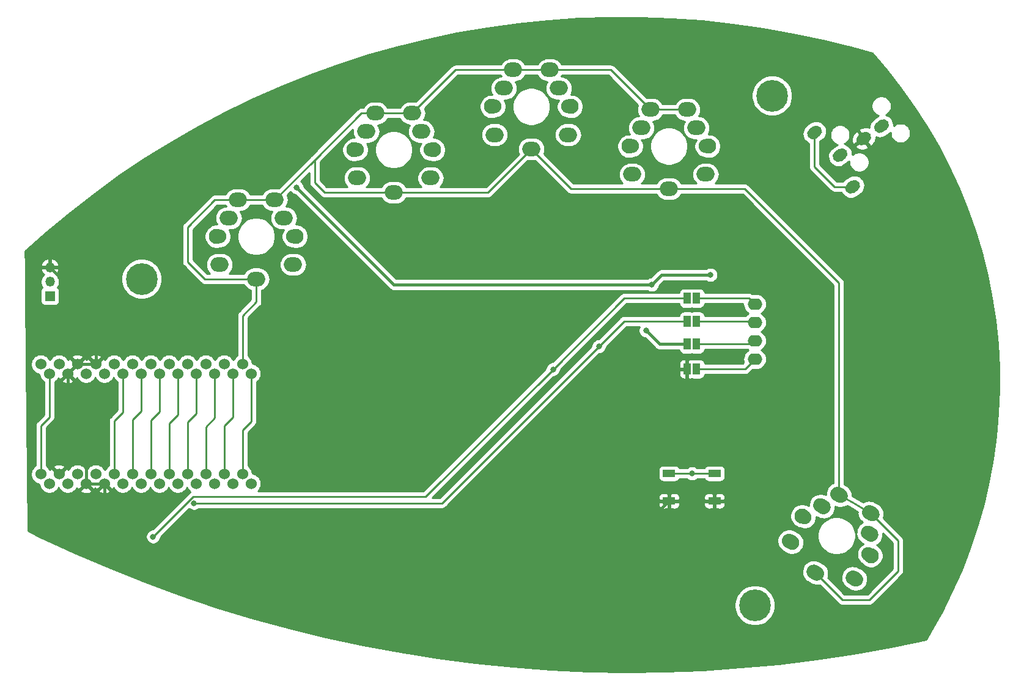
<source format=gbr>
%TF.GenerationSoftware,KiCad,Pcbnew,5.1.6*%
%TF.CreationDate,2020-10-16T15:45:10+02:00*%
%TF.ProjectId,prominny_kicad,70726f6d-696e-46e7-995f-6b696361642e,rev?*%
%TF.SameCoordinates,Original*%
%TF.FileFunction,Copper,L1,Top*%
%TF.FilePolarity,Positive*%
%FSLAX46Y46*%
G04 Gerber Fmt 4.6, Leading zero omitted, Abs format (unit mm)*
G04 Created by KiCad (PCBNEW 5.1.6) date 2020-10-16 15:45:10*
%MOMM*%
%LPD*%
G01*
G04 APERTURE LIST*
%TA.AperFunction,ComponentPad*%
%ADD10C,0.700000*%
%TD*%
%TA.AperFunction,ComponentPad*%
%ADD11C,4.400000*%
%TD*%
%TA.AperFunction,ComponentPad*%
%ADD12O,2.000000X1.600000*%
%TD*%
%TA.AperFunction,ComponentPad*%
%ADD13O,1.350000X1.350000*%
%TD*%
%TA.AperFunction,ComponentPad*%
%ADD14R,1.350000X1.350000*%
%TD*%
%TA.AperFunction,WasherPad*%
%ADD15C,2.100000*%
%TD*%
%TA.AperFunction,WasherPad*%
%ADD16C,1.900000*%
%TD*%
%TA.AperFunction,ComponentPad*%
%ADD17O,2.500000X2.000000*%
%TD*%
%TA.AperFunction,SMDPad,CuDef*%
%ADD18R,1.700000X1.000000*%
%TD*%
%TA.AperFunction,ComponentPad*%
%ADD19C,1.524000*%
%TD*%
%TA.AperFunction,SMDPad,CuDef*%
%ADD20R,1.000000X1.500000*%
%TD*%
%TA.AperFunction,ViaPad*%
%ADD21C,0.800000*%
%TD*%
%TA.AperFunction,Conductor*%
%ADD22C,0.254000*%
%TD*%
%TA.AperFunction,Conductor*%
%ADD23C,0.381000*%
%TD*%
G04 APERTURE END LIST*
D10*
%TO.P, ,1*%
%TO.N,N/C*%
X233720826Y-132968574D03*
X232554100Y-132485300D03*
X231387374Y-132968574D03*
X230904100Y-134135300D03*
X231387374Y-135302026D03*
X232554100Y-135785300D03*
X233720826Y-135302026D03*
X234204100Y-134135300D03*
D11*
X232554100Y-134135300D03*
%TD*%
%TO.P, ,1*%
%TO.N,N/C*%
X234935200Y-63496000D03*
D10*
X236585200Y-63496000D03*
X236101926Y-64662726D03*
X234935200Y-65146000D03*
X233768474Y-64662726D03*
X233285200Y-63496000D03*
X233768474Y-62329274D03*
X234935200Y-61846000D03*
X236101926Y-62329274D03*
%TD*%
%TO.P, ,1*%
%TO.N,N/C*%
X148794926Y-87727674D03*
X147628200Y-87244400D03*
X146461474Y-87727674D03*
X145978200Y-88894400D03*
X146461474Y-90061126D03*
X147628200Y-90544400D03*
X148794926Y-90061126D03*
X149278200Y-88894400D03*
D11*
X147628200Y-88894400D03*
%TD*%
D12*
%TO.P,Brd1,2*%
%TO.N,Net-(Brd1-Pad2)*%
X232554100Y-97466200D03*
%TO.P,Brd1,1*%
%TO.N,Net-(Brd1-Pad1)*%
X232554100Y-100006200D03*
%TO.P,Brd1,3*%
%TO.N,Net-(Brd1-Pad3)*%
X232554100Y-94926200D03*
%TO.P,Brd1,4*%
%TO.N,Net-(Brd1-Pad4)*%
X232554100Y-92386200D03*
%TD*%
D13*
%TO.P,J1,3*%
%TO.N,ground*%
X134929000Y-87275500D03*
%TO.P,J1,2*%
%TO.N,power*%
X134929000Y-89275500D03*
D14*
%TO.P,J1,1*%
%TO.N,leds*%
X134929000Y-91275500D03*
%TD*%
%TO.P,SW7,1*%
%TO.N,col4*%
%TA.AperFunction,ComponentPad*%
G36*
G01*
X245256398Y-129802499D02*
X245256399Y-129802499D01*
G75*
G02*
X246622424Y-129436474I866025J-500000D01*
G01*
X247055436Y-129686474D01*
G75*
G02*
X247421461Y-131052499I-500000J-866025D01*
G01*
X247421461Y-131052499D01*
G75*
G02*
X246055436Y-131418524I-866025J500000D01*
G01*
X245622424Y-131168524D01*
G75*
G02*
X245256399Y-129802499I500000J866025D01*
G01*
G37*
%TD.AperFunction*%
%TO.P,SW7,2*%
%TO.N,row0*%
%TA.AperFunction,ComponentPad*%
G36*
G01*
X239839668Y-128984550D02*
X239839669Y-128984550D01*
G75*
G02*
X241205694Y-128618525I866025J-500000D01*
G01*
X241638706Y-128868525D01*
G75*
G02*
X242004731Y-130234550I-500000J-866025D01*
G01*
X242004731Y-130234550D01*
G75*
G02*
X240638706Y-130600575I-866025J500000D01*
G01*
X240205694Y-130350575D01*
G75*
G02*
X239839669Y-128984550I500000J866025D01*
G01*
G37*
%TD.AperFunction*%
%TO.P,SW7,1*%
%TO.N,col4*%
%TA.AperFunction,ComponentPad*%
G36*
G01*
X247359225Y-123580295D02*
X247359226Y-123580295D01*
G75*
G02*
X248725251Y-123214270I866025J-500000D01*
G01*
X249158263Y-123464270D01*
G75*
G02*
X249524288Y-124830295I-500000J-866025D01*
G01*
X249524288Y-124830295D01*
G75*
G02*
X248158263Y-125196320I-866025J500000D01*
G01*
X247725251Y-124946320D01*
G75*
G02*
X247359226Y-123580295I500000J866025D01*
G01*
G37*
%TD.AperFunction*%
%TO.P,SW7,2*%
%TO.N,row0*%
%TA.AperFunction,ComponentPad*%
G36*
G01*
X243129963Y-118205591D02*
X243129964Y-118205591D01*
G75*
G02*
X244495989Y-117839566I866025J-500000D01*
G01*
X244929001Y-118089566D01*
G75*
G02*
X245295026Y-119455591I-500000J-866025D01*
G01*
X245295026Y-119455591D01*
G75*
G02*
X243929001Y-119821616I-866025J500000D01*
G01*
X243495989Y-119571616D01*
G75*
G02*
X243129964Y-118205591I500000J866025D01*
G01*
G37*
%TD.AperFunction*%
%TO.P,SW7,1*%
%TO.N,col4*%
%TA.AperFunction,ComponentPad*%
G36*
G01*
X236422938Y-124702499D02*
X236422939Y-124702499D01*
G75*
G02*
X237788964Y-124336474I866025J-500000D01*
G01*
X238221976Y-124586474D01*
G75*
G02*
X238588001Y-125952499I-500000J-866025D01*
G01*
X238588001Y-125952499D01*
G75*
G02*
X237221976Y-126318524I-866025J500000D01*
G01*
X236788964Y-126068524D01*
G75*
G02*
X236422939Y-124702499I500000J866025D01*
G01*
G37*
%TD.AperFunction*%
D15*
%TO.P,SW7,*%
%TO.N,*%
X239109060Y-121750000D03*
X248635340Y-127250000D03*
%TO.P,SW7,2*%
%TO.N,row0*%
%TA.AperFunction,ComponentPad*%
G36*
G01*
X247529373Y-120745591D02*
X247529374Y-120745591D01*
G75*
G02*
X248895399Y-120379566I866025J-500000D01*
G01*
X249328411Y-120629566D01*
G75*
G02*
X249694436Y-121995591I-500000J-866025D01*
G01*
X249694436Y-121995591D01*
G75*
G02*
X248328411Y-122361616I-866025J500000D01*
G01*
X247895399Y-122111616D01*
G75*
G02*
X247529374Y-120745591I500000J866025D01*
G01*
G37*
%TD.AperFunction*%
%TO.P,SW7,1*%
%TO.N,col4*%
%TA.AperFunction,ComponentPad*%
G36*
G01*
X240760111Y-119770295D02*
X240760112Y-119770295D01*
G75*
G02*
X242126137Y-119404270I866025J-500000D01*
G01*
X242559149Y-119654270D01*
G75*
G02*
X242925174Y-121020295I-500000J-866025D01*
G01*
X242925174Y-121020295D01*
G75*
G02*
X241559149Y-121386320I-866025J500000D01*
G01*
X241126137Y-121136320D01*
G75*
G02*
X240760112Y-119770295I500000J866025D01*
G01*
G37*
%TD.AperFunction*%
D16*
%TO.P,SW7,*%
%TO.N,*%
X248271609Y-127040000D03*
X239472791Y-121960000D03*
%TD*%
D17*
%TO.P,SW5,1*%
%TO.N,col2*%
X206699800Y-68900000D03*
%TO.P,SW5,2*%
%TO.N,row0*%
X201599800Y-70900000D03*
%TO.P,SW5,1*%
%TO.N,col2*%
X205409800Y-62460000D03*
%TO.P,SW5,2*%
%TO.N,row0*%
X199059800Y-59920000D03*
%TO.P,SW5,1*%
%TO.N,col2*%
X196499800Y-68900000D03*
D15*
%TO.P,SW5,*%
%TO.N,*%
X196099800Y-65000000D03*
X207099800Y-65000000D03*
D17*
%TO.P,SW5,2*%
%TO.N,row0*%
X204139800Y-59920000D03*
%TO.P,SW5,1*%
%TO.N,col2*%
X197789800Y-62460000D03*
D16*
%TO.P,SW5,*%
%TO.N,*%
X206679800Y-65000000D03*
X196519800Y-65000000D03*
%TD*%
D17*
%TO.P,SW4,1*%
%TO.N,col1*%
X187651000Y-74900000D03*
%TO.P,SW4,2*%
%TO.N,row0*%
X182551000Y-76900000D03*
%TO.P,SW4,1*%
%TO.N,col1*%
X186361000Y-68460000D03*
%TO.P,SW4,2*%
%TO.N,row0*%
X180011000Y-65920000D03*
%TO.P,SW4,1*%
%TO.N,col1*%
X177451000Y-74900000D03*
D15*
%TO.P,SW4,*%
%TO.N,*%
X177051000Y-71000000D03*
X188051000Y-71000000D03*
D17*
%TO.P,SW4,2*%
%TO.N,row0*%
X185091000Y-65920000D03*
%TO.P,SW4,1*%
%TO.N,col1*%
X178741000Y-68460000D03*
D16*
%TO.P,SW4,*%
%TO.N,*%
X187631000Y-71000000D03*
X177471000Y-71000000D03*
%TD*%
D17*
%TO.P,SW3,1*%
%TO.N,col0*%
X168602200Y-86900000D03*
%TO.P,SW3,2*%
%TO.N,row0*%
X163502200Y-88900000D03*
%TO.P,SW3,1*%
%TO.N,col0*%
X167312200Y-80460000D03*
%TO.P,SW3,2*%
%TO.N,row0*%
X160962200Y-77920000D03*
%TO.P,SW3,1*%
%TO.N,col0*%
X158402200Y-86900000D03*
D15*
%TO.P,SW3,*%
%TO.N,*%
X158002200Y-83000000D03*
X169002200Y-83000000D03*
D17*
%TO.P,SW3,2*%
%TO.N,row0*%
X166042200Y-77920000D03*
%TO.P,SW3,1*%
%TO.N,col0*%
X159692200Y-80460000D03*
D16*
%TO.P,SW3,*%
%TO.N,*%
X168582200Y-83000000D03*
X158422200Y-83000000D03*
%TD*%
D17*
%TO.P,SW6,1*%
%TO.N,col3*%
X225748600Y-74400000D03*
%TO.P,SW6,2*%
%TO.N,row0*%
X220648600Y-76400000D03*
%TO.P,SW6,1*%
%TO.N,col3*%
X224458600Y-67960000D03*
%TO.P,SW6,2*%
%TO.N,row0*%
X218108600Y-65420000D03*
%TO.P,SW6,1*%
%TO.N,col3*%
X215548600Y-74400000D03*
D15*
%TO.P,SW6,*%
%TO.N,*%
X215148600Y-70500000D03*
X226148600Y-70500000D03*
D17*
%TO.P,SW6,2*%
%TO.N,row0*%
X223188600Y-65420000D03*
%TO.P,SW6,1*%
%TO.N,col3*%
X216838600Y-67960000D03*
D16*
%TO.P,SW6,*%
%TO.N,*%
X225728600Y-70500000D03*
X215568600Y-70500000D03*
%TD*%
D18*
%TO.P,SW1,1*%
%TO.N,reset*%
X220673400Y-115861300D03*
X226973400Y-115861300D03*
%TO.P,SW1,2*%
%TO.N,ground*%
X220673400Y-119661300D03*
X226973400Y-119661300D03*
%TD*%
D19*
%TO.P,U2,22*%
%TO.N,reset*%
X139927645Y-102009415D03*
%TO.P,U2,10*%
%TO.N,col3*%
X157707645Y-117249415D03*
%TO.P,U2,18*%
%TO.N,A1*%
X150087645Y-102009415D03*
%TO.P,U2,6*%
%TO.N,scl*%
X147547645Y-117249415D03*
%TO.P,U2,4*%
%TO.N,ground*%
X142467645Y-117249415D03*
%TO.P,U2,14*%
%TO.N,pin16*%
X160247645Y-102009415D03*
%TO.P,U2,3*%
%TO.N,ground*%
X139927645Y-117249415D03*
%TO.P,U2,1*%
%TO.N,leds*%
X134847645Y-117249415D03*
%TO.P,U2,16*%
%TO.N,pin15*%
X155167645Y-102009415D03*
%TO.P,U2,12*%
%TO.N,row0*%
X162787645Y-117249415D03*
%TO.P,U2,19*%
%TO.N,A2*%
X147547645Y-102009415D03*
%TO.P,U2,23*%
%TO.N,ground*%
X137387645Y-102009415D03*
%TO.P,U2,21*%
%TO.N,power*%
X142467645Y-102009415D03*
%TO.P,U2,20*%
%TO.N,A3*%
X145007645Y-102009415D03*
%TO.P,U2,15*%
%TO.N,pin14*%
X157707645Y-102009415D03*
%TO.P,U2,17*%
%TO.N,A0*%
X152627645Y-102009415D03*
%TO.P,U2,9*%
%TO.N,col2*%
X155167645Y-117249415D03*
%TO.P,U2,8*%
%TO.N,col1*%
X152627645Y-117249415D03*
%TO.P,U2,13*%
%TO.N,pin10*%
X162787645Y-102009415D03*
%TO.P,U2,11*%
%TO.N,col4*%
X160247645Y-117249415D03*
%TO.P,U2,2*%
%TO.N,connection*%
X137387645Y-117249415D03*
%TO.P,U2,24*%
%TO.N,Net-(U2-Pad24)*%
X134847645Y-102009415D03*
%TO.P,U2,7*%
%TO.N,col0*%
X150087645Y-117249415D03*
%TO.P,U2,5*%
%TO.N,sda*%
X145007645Y-117249415D03*
%TO.P,U2,1*%
%TO.N,leds*%
X133651900Y-100710600D03*
%TO.P,U2,2*%
%TO.N,connection*%
X136191900Y-100710600D03*
%TO.P,U2,3*%
%TO.N,ground*%
X138731900Y-100710600D03*
%TO.P,U2,4*%
X141271900Y-100710600D03*
%TO.P,U2,5*%
%TO.N,sda*%
X143811900Y-100710600D03*
%TO.P,U2,6*%
%TO.N,scl*%
X146351900Y-100710600D03*
%TO.P,U2,7*%
%TO.N,col0*%
X148891900Y-100710600D03*
%TO.P,U2,8*%
%TO.N,col1*%
X151431900Y-100710600D03*
%TO.P,U2,9*%
%TO.N,col2*%
X153971900Y-100710600D03*
%TO.P,U2,10*%
%TO.N,col3*%
X156511900Y-100710600D03*
%TO.P,U2,11*%
%TO.N,col4*%
X159051900Y-100710600D03*
%TO.P,U2,12*%
%TO.N,row0*%
X161591900Y-100710600D03*
%TO.P,U2,13*%
%TO.N,pin10*%
X161591900Y-115950600D03*
%TO.P,U2,14*%
%TO.N,pin16*%
X159051900Y-115950600D03*
%TO.P,U2,15*%
%TO.N,pin14*%
X156511900Y-115950600D03*
%TO.P,U2,16*%
%TO.N,pin15*%
X153971900Y-115950600D03*
%TO.P,U2,17*%
%TO.N,A0*%
X151431900Y-115950600D03*
%TO.P,U2,18*%
%TO.N,A1*%
X148891900Y-115950600D03*
%TO.P,U2,19*%
%TO.N,A2*%
X146351900Y-115950600D03*
%TO.P,U2,20*%
%TO.N,A3*%
X143811900Y-115950600D03*
%TO.P,U2,21*%
%TO.N,power*%
X141271900Y-115950600D03*
%TO.P,U2,22*%
%TO.N,reset*%
X138731900Y-115950600D03*
%TO.P,U2,23*%
%TO.N,ground*%
X136191900Y-115950600D03*
%TO.P,U2,24*%
%TO.N,Net-(U2-Pad24)*%
X133651900Y-115950600D03*
%TD*%
%TO.P,U1,3*%
%TO.N,ground*%
%TA.AperFunction,ComponentPad*%
G36*
G01*
X246929793Y-68950025D02*
X247421285Y-68605879D01*
G75*
G02*
X248535468Y-68802340I458861J-655322D01*
G01*
X248535468Y-68802340D01*
G75*
G02*
X248339007Y-69916523I-655322J-458861D01*
G01*
X247847515Y-70260669D01*
G75*
G02*
X246733332Y-70064208I-458861J655322D01*
G01*
X246733332Y-70064208D01*
G75*
G02*
X246929793Y-68950025I655322J458861D01*
G01*
G37*
%TD.AperFunction*%
%TO.P,U1,4*%
%TO.N,connection*%
%TA.AperFunction,ComponentPad*%
G36*
G01*
X249387249Y-67229296D02*
X249878741Y-66885150D01*
G75*
G02*
X250992924Y-67081611I458861J-655322D01*
G01*
X250992924Y-67081611D01*
G75*
G02*
X250796463Y-68195794I-655322J-458861D01*
G01*
X250304971Y-68539940D01*
G75*
G02*
X249190788Y-68343479I-458861J655322D01*
G01*
X249190788Y-68343479D01*
G75*
G02*
X249387249Y-67229296I655322J458861D01*
G01*
G37*
%TD.AperFunction*%
%TO.P,U1,2*%
%TO.N,power*%
%TA.AperFunction,ComponentPad*%
G36*
G01*
X243653185Y-71244331D02*
X244144677Y-70900185D01*
G75*
G02*
X245258860Y-71096646I458861J-655322D01*
G01*
X245258860Y-71096646D01*
G75*
G02*
X245062399Y-72210829I-655322J-458861D01*
G01*
X244570907Y-72554975D01*
G75*
G02*
X243456724Y-72358514I-458861J655322D01*
G01*
X243456724Y-72358514D01*
G75*
G02*
X243653185Y-71244331I655322J458861D01*
G01*
G37*
%TD.AperFunction*%
%TO.P,U1,1*%
%TO.N,Net-(U1-Pad1)*%
%TA.AperFunction,ComponentPad*%
G36*
G01*
X240113666Y-68107165D02*
X240605158Y-67763019D01*
G75*
G02*
X241719341Y-67959480I458861J-655322D01*
G01*
X241719341Y-67959480D01*
G75*
G02*
X241522880Y-69073663I-655322J-458861D01*
G01*
X241031388Y-69417809D01*
G75*
G02*
X239917205Y-69221348I-458861J655322D01*
G01*
X239917205Y-69221348D01*
G75*
G02*
X240113666Y-68107165I655322J458861D01*
G01*
G37*
%TD.AperFunction*%
%TA.AperFunction,ComponentPad*%
G36*
G01*
X245390570Y-75643364D02*
X245882062Y-75299218D01*
G75*
G02*
X246996245Y-75495679I458861J-655322D01*
G01*
X246996245Y-75495679D01*
G75*
G02*
X246799784Y-76609862I-655322J-458861D01*
G01*
X246308292Y-76954008D01*
G75*
G02*
X245194109Y-76757547I-458861J655322D01*
G01*
X245194109Y-76757547D01*
G75*
G02*
X245390570Y-75643364I655322J458861D01*
G01*
G37*
%TD.AperFunction*%
%TD*%
D20*
%TO.P,JP4,1*%
%TO.N,ground*%
X223173400Y-101381100D03*
%TO.P,JP4,2*%
%TO.N,Net-(Brd1-Pad1)*%
X224473400Y-101381100D03*
%TD*%
%TO.P,JP3,1*%
%TO.N,power*%
X223173400Y-97918800D03*
%TO.P,JP3,2*%
%TO.N,Net-(Brd1-Pad2)*%
X224473400Y-97918800D03*
%TD*%
%TO.P,JP2,1*%
%TO.N,scl*%
X223173400Y-94744000D03*
%TO.P,JP2,2*%
%TO.N,Net-(Brd1-Pad3)*%
X224473400Y-94744000D03*
%TD*%
%TO.P,JP1,1*%
%TO.N,sda*%
X223173400Y-91569200D03*
%TO.P,JP1,2*%
%TO.N,Net-(Brd1-Pad4)*%
X224473400Y-91569200D03*
%TD*%
D21*
%TO.N,power*%
X169058100Y-76195200D03*
X226416668Y-88312868D03*
X218267500Y-89688100D03*
X217473800Y-96037700D03*
%TO.N,ground*%
X224010800Y-119661300D03*
X215886400Y-93656600D03*
X146834500Y-123023500D03*
%TO.N,sda*%
X149215600Y-124610900D03*
X204596450Y-101415450D03*
%TO.N,scl*%
X154888717Y-119965917D03*
X210946050Y-98240650D03*
%TO.N,reset*%
X223842300Y-115861300D03*
%TD*%
D22*
%TO.N,Net-(Brd1-Pad2)*%
X232101500Y-97918800D02*
X232554100Y-97466200D01*
X224473400Y-97918800D02*
X232101500Y-97918800D01*
%TO.N,Net-(Brd1-Pad1)*%
X231179200Y-101381100D02*
X232554100Y-100006200D01*
X224473400Y-101381100D02*
X231179200Y-101381100D01*
%TO.N,Net-(Brd1-Pad3)*%
X232371900Y-94744000D02*
X232554100Y-94926200D01*
X224473400Y-94744000D02*
X232371900Y-94744000D01*
%TO.N,Net-(Brd1-Pad4)*%
X231737100Y-91569200D02*
X232554100Y-92386200D01*
X224473400Y-91569200D02*
X231737100Y-91569200D01*
D23*
%TO.N,power*%
X182551000Y-89688100D02*
X169058100Y-76195200D01*
X208743100Y-89688100D02*
X208743100Y-89688100D01*
X208743100Y-89688100D02*
X182551000Y-89688100D01*
X208743100Y-89688100D02*
X218267500Y-89688100D01*
X219642732Y-88312868D02*
X218267500Y-89688100D01*
X226416668Y-88312868D02*
X219642732Y-88312868D01*
X223173400Y-97918800D02*
X219354900Y-97918800D01*
X219354900Y-97918800D02*
X217473800Y-96037700D01*
%TO.N,ground*%
X137387645Y-114754855D02*
X136191900Y-115950600D01*
X139927645Y-117249415D02*
X142467645Y-117249415D01*
X141271900Y-100710600D02*
X138731900Y-100710600D01*
X138686460Y-100710600D02*
X137387645Y-102009415D01*
X138731900Y-100710600D02*
X138686460Y-100710600D01*
X137387645Y-102009415D02*
X137387645Y-111195545D01*
X137387645Y-111195545D02*
X137387645Y-114754855D01*
X137387645Y-111989245D02*
X139927645Y-114529245D01*
X139927645Y-114529245D02*
X139927645Y-117249415D01*
X137387645Y-111195545D02*
X137387645Y-111989245D01*
X220673400Y-119661300D02*
X224010800Y-119661300D01*
X224010800Y-119661300D02*
X226973400Y-119661300D01*
X153977800Y-132547900D02*
X207786800Y-132547900D01*
X142467645Y-121037745D02*
X153977800Y-132547900D01*
X207786800Y-132547900D02*
X220673400Y-119661300D01*
X142467645Y-117249415D02*
X142467645Y-121037745D01*
X141271900Y-100710600D02*
X141271900Y-93618400D01*
X141271900Y-93618400D02*
X134929000Y-87275500D01*
D22*
%TO.N,pin10*%
X161591900Y-109853500D02*
X161591900Y-115950600D01*
X162787645Y-108657755D02*
X161591900Y-109853500D01*
X162787645Y-102009415D02*
X162787645Y-108657755D01*
%TO.N,pin16*%
X159051900Y-109218700D02*
X159051900Y-115950600D01*
X160247645Y-108022955D02*
X159051900Y-109218700D01*
X160247645Y-102009415D02*
X160247645Y-108022955D01*
%TO.N,pin14*%
X156511900Y-109377600D02*
X156511900Y-115950600D01*
X157707645Y-108181855D02*
X156511900Y-109377600D01*
X157707645Y-102009415D02*
X157707645Y-108181855D01*
%TO.N,pin15*%
X153971900Y-108742800D02*
X153971900Y-115950600D01*
X155167645Y-107547055D02*
X153971900Y-108742800D01*
X155167645Y-102009415D02*
X155167645Y-107547055D01*
%TO.N,A0*%
X151431900Y-108901700D02*
X151431900Y-115950600D01*
X152627645Y-107705955D02*
X151431900Y-108901700D01*
X152627645Y-102009415D02*
X152627645Y-107705955D01*
%TO.N,A1*%
X150087645Y-107318235D02*
X150087645Y-102009415D01*
X148891900Y-108513980D02*
X150087645Y-107318235D01*
X148891900Y-115950600D02*
X148891900Y-108513980D01*
%TO.N,A2*%
X147547645Y-107230055D02*
X147547645Y-102009415D01*
X146351900Y-108425800D02*
X147547645Y-107230055D01*
X146351900Y-115950600D02*
X146351900Y-108425800D01*
%TO.N,A3*%
X145007645Y-107388955D02*
X145007645Y-102009415D01*
X143811900Y-108584700D02*
X145007645Y-107388955D01*
X143811900Y-115950600D02*
X143811900Y-108584700D01*
%TO.N,sda*%
X186956900Y-119055000D02*
X204596450Y-101415450D01*
X154771500Y-119055000D02*
X186956900Y-119055000D01*
X149215600Y-124610900D02*
X154771500Y-119055000D01*
X204596450Y-101415450D02*
X214442700Y-91569200D01*
X204596450Y-101415450D02*
X204596450Y-101415450D01*
X214442700Y-91569200D02*
X223173400Y-91569200D01*
%TO.N,scl*%
X189220783Y-119965917D02*
X210946050Y-98240650D01*
X154888717Y-119965917D02*
X189220783Y-119965917D01*
X210946050Y-98240650D02*
X210946050Y-98240650D01*
X210946050Y-98240650D02*
X214442700Y-94744000D01*
X214442700Y-94744000D02*
X223173400Y-94744000D01*
%TO.N,reset*%
X226973400Y-115861300D02*
X220673400Y-115861300D01*
%TO.N,row0*%
X160962200Y-77920000D02*
X166042200Y-77920000D01*
X180011000Y-65920000D02*
X185091000Y-65920000D01*
X199059800Y-59920000D02*
X204139800Y-59920000D01*
X218108600Y-65420000D02*
X223188600Y-65420000D01*
X178042200Y-65920000D02*
X180011000Y-65920000D01*
X182551000Y-76900000D02*
X172937700Y-76900000D01*
X171587350Y-75549650D02*
X171587350Y-72374850D01*
X172937700Y-76900000D02*
X171587350Y-75549650D01*
X171587350Y-72374850D02*
X178042200Y-65920000D01*
X166042200Y-77920000D02*
X171587350Y-72374850D01*
X161591900Y-100710600D02*
X161591900Y-93979500D01*
X163502200Y-92069200D02*
X163502200Y-88900000D01*
X161591900Y-93979500D02*
X163502200Y-92069200D01*
X157766663Y-77920000D02*
X160962200Y-77920000D01*
X153977800Y-81708863D02*
X157766663Y-77920000D01*
X153977800Y-86513300D02*
X153977800Y-81708863D01*
X156358900Y-88894400D02*
X153977800Y-86513300D01*
X163496600Y-88894400D02*
X156358900Y-88894400D01*
X163502200Y-88900000D02*
X163496600Y-88894400D01*
X191091000Y-59920000D02*
X199059800Y-59920000D01*
X185091000Y-65920000D02*
X191091000Y-59920000D01*
X212608600Y-59920000D02*
X218108600Y-65420000D01*
X204139800Y-59920000D02*
X212608600Y-59920000D01*
X195599800Y-76900000D02*
X182551000Y-76900000D01*
X201599800Y-70900000D02*
X195599800Y-76900000D01*
X207099800Y-76400000D02*
X220648600Y-76400000D01*
X201599800Y-70900000D02*
X207099800Y-76400000D01*
X220648600Y-76400000D02*
X231171500Y-76400000D01*
X244212495Y-89440995D02*
X244212495Y-118830591D01*
X231171500Y-76400000D02*
X244212495Y-89440995D01*
X246047000Y-119848700D02*
X248611905Y-121370591D01*
X244212495Y-118830591D02*
X246047000Y-119848700D01*
X244654250Y-133341600D02*
X240922200Y-129609550D01*
X248428100Y-133341600D02*
X244654250Y-133341600D01*
X252396600Y-129373100D02*
X248428100Y-133341600D01*
X252396600Y-125155286D02*
X252396600Y-129373100D01*
X248611905Y-121370591D02*
X252396600Y-125155286D01*
%TO.N,Net-(U1-Pad1)*%
X240818273Y-73347573D02*
X240818273Y-68590414D01*
X243597313Y-76126613D02*
X240818273Y-73347573D01*
X246095177Y-76126613D02*
X243597313Y-76126613D01*
%TO.N,Net-(U2-Pad24)*%
X134847645Y-108024555D02*
X134847645Y-102009415D01*
X133651900Y-109220300D02*
X134847645Y-108024555D01*
X133651900Y-115950600D02*
X133651900Y-109220300D01*
%TD*%
%TO.N,ground*%
G36*
X216690944Y-52660589D02*
G01*
X220945640Y-52818360D01*
X225192169Y-53124516D01*
X229425470Y-53578693D01*
X233640327Y-54180330D01*
X237831597Y-54928693D01*
X241994247Y-55822885D01*
X246124775Y-56862214D01*
X248808716Y-57622889D01*
X250786534Y-59904236D01*
X252767031Y-62418859D01*
X254626865Y-65023971D01*
X256361911Y-67713792D01*
X257968326Y-70482365D01*
X259442546Y-73323546D01*
X260781287Y-76231011D01*
X261981585Y-79198319D01*
X263040763Y-82218854D01*
X263956490Y-85285966D01*
X264726712Y-88392778D01*
X265349727Y-91532424D01*
X265824155Y-94697939D01*
X266148942Y-97882317D01*
X266323362Y-101078409D01*
X266347032Y-104279209D01*
X266219898Y-107477549D01*
X265942241Y-110666362D01*
X265514681Y-113838540D01*
X264938165Y-116987061D01*
X264213969Y-120104949D01*
X263343710Y-123185240D01*
X262329313Y-126221123D01*
X261173034Y-129205848D01*
X259877437Y-132132794D01*
X258445400Y-134995463D01*
X256878085Y-137791093D01*
X256244717Y-138834422D01*
X251372927Y-139855153D01*
X246201856Y-140788684D01*
X241006711Y-141577471D01*
X235791563Y-142220893D01*
X230560468Y-142718450D01*
X225317599Y-143069748D01*
X220066883Y-143274522D01*
X214812509Y-143332607D01*
X209558598Y-143243961D01*
X204309193Y-143008649D01*
X199068376Y-142626856D01*
X193840288Y-142098881D01*
X188628994Y-141425138D01*
X183438543Y-140606149D01*
X178272935Y-139642544D01*
X173136282Y-138535090D01*
X168032585Y-137284652D01*
X162965730Y-135892181D01*
X157939770Y-134358791D01*
X156443105Y-133856077D01*
X229719100Y-133856077D01*
X229719100Y-134414523D01*
X229828048Y-134962239D01*
X230041756Y-135478176D01*
X230352012Y-135942507D01*
X230746893Y-136337388D01*
X231211224Y-136647644D01*
X231727161Y-136861352D01*
X232274877Y-136970300D01*
X232833323Y-136970300D01*
X233381039Y-136861352D01*
X233896976Y-136647644D01*
X234361307Y-136337388D01*
X234756188Y-135942507D01*
X235066444Y-135478176D01*
X235280152Y-134962239D01*
X235389100Y-134414523D01*
X235389100Y-133856077D01*
X235280152Y-133308361D01*
X235066444Y-132792424D01*
X234756188Y-132328093D01*
X234361307Y-131933212D01*
X233896976Y-131622956D01*
X233381039Y-131409248D01*
X232833323Y-131300300D01*
X232274877Y-131300300D01*
X231727161Y-131409248D01*
X231211224Y-131622956D01*
X230746893Y-131933212D01*
X230352012Y-132328093D01*
X230041756Y-132792424D01*
X229828048Y-133308361D01*
X229719100Y-133856077D01*
X156443105Y-133856077D01*
X152958570Y-132685659D01*
X148026041Y-130874102D01*
X143146007Y-128925523D01*
X138322270Y-126841438D01*
X133556309Y-124622411D01*
X131883731Y-123802591D01*
X131664181Y-100573008D01*
X132254900Y-100573008D01*
X132254900Y-100848192D01*
X132308586Y-101118090D01*
X132413895Y-101372327D01*
X132566780Y-101601135D01*
X132761365Y-101795720D01*
X132990173Y-101948605D01*
X133244410Y-102053914D01*
X133450645Y-102094937D01*
X133450645Y-102147007D01*
X133504331Y-102416905D01*
X133609640Y-102671142D01*
X133762525Y-102899950D01*
X133957110Y-103094535D01*
X134085646Y-103180420D01*
X134085645Y-107708924D01*
X133139549Y-108655021D01*
X133110479Y-108678878D01*
X133086622Y-108707948D01*
X133086621Y-108707949D01*
X133015255Y-108794908D01*
X132944499Y-108927285D01*
X132900927Y-109070922D01*
X132886214Y-109220300D01*
X132889901Y-109257733D01*
X132889900Y-114779595D01*
X132761365Y-114865480D01*
X132566780Y-115060065D01*
X132413895Y-115288873D01*
X132308586Y-115543110D01*
X132254900Y-115813008D01*
X132254900Y-116088192D01*
X132308586Y-116358090D01*
X132413895Y-116612327D01*
X132566780Y-116841135D01*
X132761365Y-117035720D01*
X132990173Y-117188605D01*
X133244410Y-117293914D01*
X133450645Y-117334937D01*
X133450645Y-117387007D01*
X133504331Y-117656905D01*
X133609640Y-117911142D01*
X133762525Y-118139950D01*
X133957110Y-118334535D01*
X134185918Y-118487420D01*
X134440155Y-118592729D01*
X134710053Y-118646415D01*
X134985237Y-118646415D01*
X135255135Y-118592729D01*
X135509372Y-118487420D01*
X135738180Y-118334535D01*
X135932765Y-118139950D01*
X136085650Y-117911142D01*
X136117645Y-117833900D01*
X136149640Y-117911142D01*
X136302525Y-118139950D01*
X136497110Y-118334535D01*
X136725918Y-118487420D01*
X136980155Y-118592729D01*
X137250053Y-118646415D01*
X137525237Y-118646415D01*
X137795135Y-118592729D01*
X138049372Y-118487420D01*
X138278180Y-118334535D01*
X138397735Y-118214980D01*
X139141685Y-118214980D01*
X139208665Y-118455071D01*
X139457693Y-118572171D01*
X139724780Y-118638438D01*
X139999662Y-118651325D01*
X140271778Y-118610337D01*
X140530668Y-118517051D01*
X140646625Y-118455071D01*
X140713605Y-118214980D01*
X141681685Y-118214980D01*
X141748665Y-118455071D01*
X141997693Y-118572171D01*
X142264780Y-118638438D01*
X142539662Y-118651325D01*
X142811778Y-118610337D01*
X143070668Y-118517051D01*
X143186625Y-118455071D01*
X143253605Y-118214980D01*
X142467645Y-117429020D01*
X141681685Y-118214980D01*
X140713605Y-118214980D01*
X139927645Y-117429020D01*
X139141685Y-118214980D01*
X138397735Y-118214980D01*
X138472765Y-118139950D01*
X138625650Y-117911142D01*
X138655337Y-117839472D01*
X138660009Y-117852438D01*
X138721989Y-117968395D01*
X138962080Y-118035375D01*
X139748040Y-117249415D01*
X139733898Y-117235273D01*
X139913503Y-117055668D01*
X139927645Y-117069810D01*
X139941788Y-117055668D01*
X140121393Y-117235273D01*
X140107250Y-117249415D01*
X140893210Y-118035375D01*
X141133301Y-117968395D01*
X141194724Y-117837771D01*
X141200009Y-117852438D01*
X141261989Y-117968395D01*
X141502080Y-118035375D01*
X142288040Y-117249415D01*
X142273898Y-117235273D01*
X142453503Y-117055668D01*
X142467645Y-117069810D01*
X142481788Y-117055668D01*
X142661393Y-117235273D01*
X142647250Y-117249415D01*
X143433210Y-118035375D01*
X143673301Y-117968395D01*
X143737130Y-117832655D01*
X143769640Y-117911142D01*
X143922525Y-118139950D01*
X144117110Y-118334535D01*
X144345918Y-118487420D01*
X144600155Y-118592729D01*
X144870053Y-118646415D01*
X145145237Y-118646415D01*
X145415135Y-118592729D01*
X145669372Y-118487420D01*
X145898180Y-118334535D01*
X146092765Y-118139950D01*
X146245650Y-117911142D01*
X146277645Y-117833900D01*
X146309640Y-117911142D01*
X146462525Y-118139950D01*
X146657110Y-118334535D01*
X146885918Y-118487420D01*
X147140155Y-118592729D01*
X147410053Y-118646415D01*
X147685237Y-118646415D01*
X147955135Y-118592729D01*
X148209372Y-118487420D01*
X148438180Y-118334535D01*
X148632765Y-118139950D01*
X148785650Y-117911142D01*
X148817645Y-117833900D01*
X148849640Y-117911142D01*
X149002525Y-118139950D01*
X149197110Y-118334535D01*
X149425918Y-118487420D01*
X149680155Y-118592729D01*
X149950053Y-118646415D01*
X150225237Y-118646415D01*
X150495135Y-118592729D01*
X150749372Y-118487420D01*
X150978180Y-118334535D01*
X151172765Y-118139950D01*
X151325650Y-117911142D01*
X151357645Y-117833900D01*
X151389640Y-117911142D01*
X151542525Y-118139950D01*
X151737110Y-118334535D01*
X151965918Y-118487420D01*
X152220155Y-118592729D01*
X152490053Y-118646415D01*
X152765237Y-118646415D01*
X153035135Y-118592729D01*
X153289372Y-118487420D01*
X153518180Y-118334535D01*
X153712765Y-118139950D01*
X153865650Y-117911142D01*
X153897645Y-117833900D01*
X153929640Y-117911142D01*
X154082525Y-118139950D01*
X154277110Y-118334535D01*
X154377468Y-118401593D01*
X154346108Y-118418355D01*
X154230078Y-118513578D01*
X154206221Y-118542648D01*
X149172970Y-123575900D01*
X149113661Y-123575900D01*
X148913702Y-123615674D01*
X148725344Y-123693695D01*
X148555826Y-123806963D01*
X148411663Y-123951126D01*
X148298395Y-124120644D01*
X148220374Y-124309002D01*
X148180600Y-124508961D01*
X148180600Y-124712839D01*
X148220374Y-124912798D01*
X148298395Y-125101156D01*
X148411663Y-125270674D01*
X148555826Y-125414837D01*
X148725344Y-125528105D01*
X148913702Y-125606126D01*
X149113661Y-125645900D01*
X149317539Y-125645900D01*
X149517498Y-125606126D01*
X149705856Y-125528105D01*
X149875374Y-125414837D01*
X149980263Y-125309948D01*
X235649571Y-125309948D01*
X235702033Y-125627714D01*
X235815482Y-125929139D01*
X235985555Y-126202638D01*
X236205717Y-126437704D01*
X236401903Y-126578288D01*
X236974036Y-126908610D01*
X237193879Y-127008220D01*
X237507531Y-127081354D01*
X237829425Y-127091892D01*
X238147191Y-127039429D01*
X238448616Y-126925981D01*
X238722115Y-126755908D01*
X238957180Y-126535746D01*
X239144777Y-126273955D01*
X239277697Y-125980596D01*
X239350831Y-125666942D01*
X239361369Y-125345049D01*
X239308906Y-125027284D01*
X239195458Y-124725859D01*
X239025385Y-124452359D01*
X238826935Y-124240475D01*
X241237200Y-124240475D01*
X241237200Y-124759525D01*
X241338461Y-125268601D01*
X241537093Y-125748141D01*
X241825462Y-126179715D01*
X242192485Y-126546738D01*
X242624059Y-126835107D01*
X243103599Y-127033739D01*
X243612675Y-127135000D01*
X244131725Y-127135000D01*
X244640801Y-127033739D01*
X245120341Y-126835107D01*
X245551915Y-126546738D01*
X245918938Y-126179715D01*
X246207307Y-125748141D01*
X246405939Y-125268601D01*
X246507200Y-124759525D01*
X246507200Y-124240475D01*
X246405939Y-123731399D01*
X246207307Y-123251859D01*
X245918938Y-122820285D01*
X245551915Y-122453262D01*
X245120341Y-122164893D01*
X244640801Y-121966261D01*
X244131725Y-121865000D01*
X243612675Y-121865000D01*
X243103599Y-121966261D01*
X242624059Y-122164893D01*
X242192485Y-122453262D01*
X241825462Y-122820285D01*
X241537093Y-123251859D01*
X241338461Y-123731399D01*
X241237200Y-124240475D01*
X238826935Y-124240475D01*
X238805223Y-124217294D01*
X238609037Y-124076709D01*
X238036904Y-123746387D01*
X237817061Y-123646778D01*
X237503407Y-123573644D01*
X237181515Y-123563106D01*
X236863749Y-123615568D01*
X236562324Y-123729017D01*
X236288825Y-123899090D01*
X236053759Y-124119252D01*
X235866162Y-124381043D01*
X235733243Y-124674402D01*
X235660109Y-124988056D01*
X235649571Y-125309948D01*
X149980263Y-125309948D01*
X150019537Y-125270674D01*
X150132805Y-125101156D01*
X150210826Y-124912798D01*
X150250600Y-124712839D01*
X150250600Y-124653530D01*
X154181610Y-120722521D01*
X154228943Y-120769854D01*
X154398461Y-120883122D01*
X154586819Y-120961143D01*
X154786778Y-121000917D01*
X154990656Y-121000917D01*
X155190615Y-120961143D01*
X155378973Y-120883122D01*
X155548491Y-120769854D01*
X155590428Y-120727917D01*
X189183360Y-120727917D01*
X189220783Y-120731603D01*
X189258206Y-120727917D01*
X189258209Y-120727917D01*
X189370161Y-120716891D01*
X189513798Y-120673319D01*
X189646175Y-120602562D01*
X189762205Y-120507339D01*
X189786067Y-120478263D01*
X190103030Y-120161300D01*
X219185328Y-120161300D01*
X219197588Y-120285782D01*
X219233898Y-120405480D01*
X219292863Y-120515794D01*
X219372215Y-120612485D01*
X219468906Y-120691837D01*
X219579220Y-120750802D01*
X219698918Y-120787112D01*
X219823400Y-120799372D01*
X220387650Y-120796300D01*
X220546400Y-120637550D01*
X220546400Y-119788300D01*
X220800400Y-119788300D01*
X220800400Y-120637550D01*
X220959150Y-120796300D01*
X221523400Y-120799372D01*
X221647882Y-120787112D01*
X221767580Y-120750802D01*
X221877894Y-120691837D01*
X221974585Y-120612485D01*
X222053937Y-120515794D01*
X222112902Y-120405480D01*
X222149212Y-120285782D01*
X222161472Y-120161300D01*
X225485328Y-120161300D01*
X225497588Y-120285782D01*
X225533898Y-120405480D01*
X225592863Y-120515794D01*
X225672215Y-120612485D01*
X225768906Y-120691837D01*
X225879220Y-120750802D01*
X225998918Y-120787112D01*
X226123400Y-120799372D01*
X226687650Y-120796300D01*
X226846400Y-120637550D01*
X226846400Y-119788300D01*
X227100400Y-119788300D01*
X227100400Y-120637550D01*
X227259150Y-120796300D01*
X227823400Y-120799372D01*
X227947882Y-120787112D01*
X228067580Y-120750802D01*
X228177894Y-120691837D01*
X228274585Y-120612485D01*
X228353937Y-120515794D01*
X228412902Y-120405480D01*
X228449212Y-120285782D01*
X228461472Y-120161300D01*
X228458400Y-119947050D01*
X228299650Y-119788300D01*
X227100400Y-119788300D01*
X226846400Y-119788300D01*
X225647150Y-119788300D01*
X225488400Y-119947050D01*
X225485328Y-120161300D01*
X222161472Y-120161300D01*
X222158400Y-119947050D01*
X221999650Y-119788300D01*
X220800400Y-119788300D01*
X220546400Y-119788300D01*
X219347150Y-119788300D01*
X219188400Y-119947050D01*
X219185328Y-120161300D01*
X190103030Y-120161300D01*
X191103030Y-119161300D01*
X219185328Y-119161300D01*
X219188400Y-119375550D01*
X219347150Y-119534300D01*
X220546400Y-119534300D01*
X220546400Y-118685050D01*
X220800400Y-118685050D01*
X220800400Y-119534300D01*
X221999650Y-119534300D01*
X222158400Y-119375550D01*
X222161472Y-119161300D01*
X225485328Y-119161300D01*
X225488400Y-119375550D01*
X225647150Y-119534300D01*
X226846400Y-119534300D01*
X226846400Y-118685050D01*
X227100400Y-118685050D01*
X227100400Y-119534300D01*
X228299650Y-119534300D01*
X228458400Y-119375550D01*
X228461472Y-119161300D01*
X228449212Y-119036818D01*
X228412902Y-118917120D01*
X228353937Y-118806806D01*
X228274585Y-118710115D01*
X228177894Y-118630763D01*
X228067580Y-118571798D01*
X227947882Y-118535488D01*
X227823400Y-118523228D01*
X227259150Y-118526300D01*
X227100400Y-118685050D01*
X226846400Y-118685050D01*
X226687650Y-118526300D01*
X226123400Y-118523228D01*
X225998918Y-118535488D01*
X225879220Y-118571798D01*
X225768906Y-118630763D01*
X225672215Y-118710115D01*
X225592863Y-118806806D01*
X225533898Y-118917120D01*
X225497588Y-119036818D01*
X225485328Y-119161300D01*
X222161472Y-119161300D01*
X222149212Y-119036818D01*
X222112902Y-118917120D01*
X222053937Y-118806806D01*
X221974585Y-118710115D01*
X221877894Y-118630763D01*
X221767580Y-118571798D01*
X221647882Y-118535488D01*
X221523400Y-118523228D01*
X220959150Y-118526300D01*
X220800400Y-118685050D01*
X220546400Y-118685050D01*
X220387650Y-118526300D01*
X219823400Y-118523228D01*
X219698918Y-118535488D01*
X219579220Y-118571798D01*
X219468906Y-118630763D01*
X219372215Y-118710115D01*
X219292863Y-118806806D01*
X219233898Y-118917120D01*
X219197588Y-119036818D01*
X219185328Y-119161300D01*
X191103030Y-119161300D01*
X194903030Y-115361300D01*
X219185328Y-115361300D01*
X219185328Y-116361300D01*
X219197588Y-116485782D01*
X219233898Y-116605480D01*
X219292863Y-116715794D01*
X219372215Y-116812485D01*
X219468906Y-116891837D01*
X219579220Y-116950802D01*
X219698918Y-116987112D01*
X219823400Y-116999372D01*
X221523400Y-116999372D01*
X221647882Y-116987112D01*
X221767580Y-116950802D01*
X221877894Y-116891837D01*
X221974585Y-116812485D01*
X222053937Y-116715794D01*
X222103377Y-116623300D01*
X223140589Y-116623300D01*
X223182526Y-116665237D01*
X223352044Y-116778505D01*
X223540402Y-116856526D01*
X223740361Y-116896300D01*
X223944239Y-116896300D01*
X224144198Y-116856526D01*
X224332556Y-116778505D01*
X224502074Y-116665237D01*
X224544011Y-116623300D01*
X225543423Y-116623300D01*
X225592863Y-116715794D01*
X225672215Y-116812485D01*
X225768906Y-116891837D01*
X225879220Y-116950802D01*
X225998918Y-116987112D01*
X226123400Y-116999372D01*
X227823400Y-116999372D01*
X227947882Y-116987112D01*
X228067580Y-116950802D01*
X228177894Y-116891837D01*
X228274585Y-116812485D01*
X228353937Y-116715794D01*
X228412902Y-116605480D01*
X228449212Y-116485782D01*
X228461472Y-116361300D01*
X228461472Y-115361300D01*
X228449212Y-115236818D01*
X228412902Y-115117120D01*
X228353937Y-115006806D01*
X228274585Y-114910115D01*
X228177894Y-114830763D01*
X228067580Y-114771798D01*
X227947882Y-114735488D01*
X227823400Y-114723228D01*
X226123400Y-114723228D01*
X225998918Y-114735488D01*
X225879220Y-114771798D01*
X225768906Y-114830763D01*
X225672215Y-114910115D01*
X225592863Y-115006806D01*
X225543423Y-115099300D01*
X224544011Y-115099300D01*
X224502074Y-115057363D01*
X224332556Y-114944095D01*
X224144198Y-114866074D01*
X223944239Y-114826300D01*
X223740361Y-114826300D01*
X223540402Y-114866074D01*
X223352044Y-114944095D01*
X223182526Y-115057363D01*
X223140589Y-115099300D01*
X222103377Y-115099300D01*
X222053937Y-115006806D01*
X221974585Y-114910115D01*
X221877894Y-114830763D01*
X221767580Y-114771798D01*
X221647882Y-114735488D01*
X221523400Y-114723228D01*
X219823400Y-114723228D01*
X219698918Y-114735488D01*
X219579220Y-114771798D01*
X219468906Y-114830763D01*
X219372215Y-114910115D01*
X219292863Y-115006806D01*
X219233898Y-115117120D01*
X219197588Y-115236818D01*
X219185328Y-115361300D01*
X194903030Y-115361300D01*
X208133230Y-102131100D01*
X222035328Y-102131100D01*
X222047588Y-102255582D01*
X222083898Y-102375280D01*
X222142863Y-102485594D01*
X222222215Y-102582285D01*
X222318906Y-102661637D01*
X222429220Y-102720602D01*
X222548918Y-102756912D01*
X222673400Y-102769172D01*
X222887650Y-102766100D01*
X223046400Y-102607350D01*
X223046400Y-101508100D01*
X222197150Y-101508100D01*
X222038400Y-101666850D01*
X222035328Y-102131100D01*
X208133230Y-102131100D01*
X209633230Y-100631100D01*
X222035328Y-100631100D01*
X222038400Y-101095350D01*
X222197150Y-101254100D01*
X223046400Y-101254100D01*
X223046400Y-100154850D01*
X222887650Y-99996100D01*
X222673400Y-99993028D01*
X222548918Y-100005288D01*
X222429220Y-100041598D01*
X222318906Y-100100563D01*
X222222215Y-100179915D01*
X222142863Y-100276606D01*
X222083898Y-100386920D01*
X222047588Y-100506618D01*
X222035328Y-100631100D01*
X209633230Y-100631100D01*
X210988681Y-99275650D01*
X211047989Y-99275650D01*
X211247948Y-99235876D01*
X211436306Y-99157855D01*
X211605824Y-99044587D01*
X211749987Y-98900424D01*
X211863255Y-98730906D01*
X211941276Y-98542548D01*
X211981050Y-98342589D01*
X211981050Y-98283280D01*
X214758331Y-95506000D01*
X216584287Y-95506000D01*
X216556595Y-95547444D01*
X216478574Y-95735802D01*
X216438800Y-95935761D01*
X216438800Y-96139639D01*
X216478574Y-96339598D01*
X216556595Y-96527956D01*
X216669863Y-96697474D01*
X216814026Y-96841637D01*
X216983544Y-96954905D01*
X217171902Y-97032926D01*
X217333796Y-97065129D01*
X218742506Y-98473839D01*
X218768359Y-98505341D01*
X218813696Y-98542548D01*
X218894057Y-98608499D01*
X219001712Y-98666042D01*
X219037466Y-98685153D01*
X219193074Y-98732356D01*
X219314347Y-98744300D01*
X219314349Y-98744300D01*
X219354899Y-98748294D01*
X219395450Y-98744300D01*
X222042764Y-98744300D01*
X222047588Y-98793282D01*
X222083898Y-98912980D01*
X222142863Y-99023294D01*
X222222215Y-99119985D01*
X222318906Y-99199337D01*
X222429220Y-99258302D01*
X222548918Y-99294612D01*
X222673400Y-99306872D01*
X223673400Y-99306872D01*
X223797882Y-99294612D01*
X223823400Y-99286871D01*
X223848918Y-99294612D01*
X223973400Y-99306872D01*
X224973400Y-99306872D01*
X225097882Y-99294612D01*
X225217580Y-99258302D01*
X225327894Y-99199337D01*
X225424585Y-99119985D01*
X225503937Y-99023294D01*
X225562902Y-98912980D01*
X225599212Y-98793282D01*
X225610290Y-98680800D01*
X231582312Y-98680800D01*
X231685958Y-98736200D01*
X231552999Y-98807268D01*
X231334492Y-98986592D01*
X231155168Y-99205099D01*
X231021918Y-99454392D01*
X230939864Y-99724891D01*
X230912157Y-100006200D01*
X230939864Y-100287509D01*
X230999282Y-100483387D01*
X230863570Y-100619100D01*
X225610290Y-100619100D01*
X225599212Y-100506618D01*
X225562902Y-100386920D01*
X225503937Y-100276606D01*
X225424585Y-100179915D01*
X225327894Y-100100563D01*
X225217580Y-100041598D01*
X225097882Y-100005288D01*
X224973400Y-99993028D01*
X223973400Y-99993028D01*
X223848918Y-100005288D01*
X223823400Y-100013029D01*
X223797882Y-100005288D01*
X223673400Y-99993028D01*
X223459150Y-99996100D01*
X223300400Y-100154850D01*
X223300400Y-101254100D01*
X223320400Y-101254100D01*
X223320400Y-101508100D01*
X223300400Y-101508100D01*
X223300400Y-102607350D01*
X223459150Y-102766100D01*
X223673400Y-102769172D01*
X223797882Y-102756912D01*
X223823400Y-102749171D01*
X223848918Y-102756912D01*
X223973400Y-102769172D01*
X224973400Y-102769172D01*
X225097882Y-102756912D01*
X225217580Y-102720602D01*
X225327894Y-102661637D01*
X225424585Y-102582285D01*
X225503937Y-102485594D01*
X225562902Y-102375280D01*
X225599212Y-102255582D01*
X225610290Y-102143100D01*
X231141777Y-102143100D01*
X231179200Y-102146786D01*
X231216623Y-102143100D01*
X231216626Y-102143100D01*
X231328578Y-102132074D01*
X231472215Y-102088502D01*
X231604592Y-102017745D01*
X231720622Y-101922522D01*
X231744484Y-101893446D01*
X232204520Y-101433410D01*
X232283608Y-101441200D01*
X232824592Y-101441200D01*
X233035409Y-101420436D01*
X233305908Y-101338382D01*
X233555201Y-101205132D01*
X233773708Y-101025808D01*
X233953032Y-100807301D01*
X234086282Y-100558008D01*
X234168336Y-100287509D01*
X234196043Y-100006200D01*
X234168336Y-99724891D01*
X234086282Y-99454392D01*
X233953032Y-99205099D01*
X233773708Y-98986592D01*
X233555201Y-98807268D01*
X233422242Y-98736200D01*
X233555201Y-98665132D01*
X233773708Y-98485808D01*
X233953032Y-98267301D01*
X234086282Y-98018008D01*
X234168336Y-97747509D01*
X234196043Y-97466200D01*
X234168336Y-97184891D01*
X234086282Y-96914392D01*
X233953032Y-96665099D01*
X233773708Y-96446592D01*
X233555201Y-96267268D01*
X233422242Y-96196200D01*
X233555201Y-96125132D01*
X233773708Y-95945808D01*
X233953032Y-95727301D01*
X234086282Y-95478008D01*
X234168336Y-95207509D01*
X234196043Y-94926200D01*
X234168336Y-94644891D01*
X234086282Y-94374392D01*
X233953032Y-94125099D01*
X233773708Y-93906592D01*
X233555201Y-93727268D01*
X233422242Y-93656200D01*
X233555201Y-93585132D01*
X233773708Y-93405808D01*
X233953032Y-93187301D01*
X234086282Y-92938008D01*
X234168336Y-92667509D01*
X234196043Y-92386200D01*
X234168336Y-92104891D01*
X234086282Y-91834392D01*
X233953032Y-91585099D01*
X233773708Y-91366592D01*
X233555201Y-91187268D01*
X233305908Y-91054018D01*
X233035409Y-90971964D01*
X232824592Y-90951200D01*
X232283608Y-90951200D01*
X232195755Y-90959853D01*
X232162492Y-90932555D01*
X232030115Y-90861798D01*
X231886478Y-90818226D01*
X231774526Y-90807200D01*
X231774523Y-90807200D01*
X231737100Y-90803514D01*
X231699677Y-90807200D01*
X225610290Y-90807200D01*
X225599212Y-90694718D01*
X225562902Y-90575020D01*
X225503937Y-90464706D01*
X225424585Y-90368015D01*
X225327894Y-90288663D01*
X225217580Y-90229698D01*
X225097882Y-90193388D01*
X224973400Y-90181128D01*
X223973400Y-90181128D01*
X223848918Y-90193388D01*
X223823400Y-90201129D01*
X223797882Y-90193388D01*
X223673400Y-90181128D01*
X222673400Y-90181128D01*
X222548918Y-90193388D01*
X222429220Y-90229698D01*
X222318906Y-90288663D01*
X222222215Y-90368015D01*
X222142863Y-90464706D01*
X222083898Y-90575020D01*
X222047588Y-90694718D01*
X222036510Y-90807200D01*
X214480122Y-90807200D01*
X214442699Y-90803514D01*
X214405276Y-90807200D01*
X214405274Y-90807200D01*
X214293322Y-90818226D01*
X214149685Y-90861798D01*
X214017308Y-90932555D01*
X213901278Y-91027778D01*
X213877421Y-91056848D01*
X204553820Y-100380450D01*
X204494511Y-100380450D01*
X204294552Y-100420224D01*
X204106194Y-100498245D01*
X203936676Y-100611513D01*
X203792513Y-100755676D01*
X203679245Y-100925194D01*
X203601224Y-101113552D01*
X203561450Y-101313511D01*
X203561450Y-101372819D01*
X186641270Y-118293000D01*
X163719715Y-118293000D01*
X163872765Y-118139950D01*
X164025650Y-117911142D01*
X164130959Y-117656905D01*
X164184645Y-117387007D01*
X164184645Y-117111823D01*
X164130959Y-116841925D01*
X164025650Y-116587688D01*
X163872765Y-116358880D01*
X163678180Y-116164295D01*
X163449372Y-116011410D01*
X163195135Y-115906101D01*
X162988900Y-115865078D01*
X162988900Y-115813008D01*
X162935214Y-115543110D01*
X162829905Y-115288873D01*
X162677020Y-115060065D01*
X162482435Y-114865480D01*
X162353900Y-114779595D01*
X162353900Y-110169130D01*
X163299997Y-109223034D01*
X163329067Y-109199177D01*
X163356417Y-109165851D01*
X163424290Y-109083148D01*
X163473501Y-108991079D01*
X163495047Y-108950770D01*
X163538619Y-108807133D01*
X163549645Y-108695181D01*
X163549645Y-108695178D01*
X163553331Y-108657755D01*
X163549645Y-108620332D01*
X163549645Y-103180420D01*
X163678180Y-103094535D01*
X163872765Y-102899950D01*
X164025650Y-102671142D01*
X164130959Y-102416905D01*
X164184645Y-102147007D01*
X164184645Y-101871823D01*
X164130959Y-101601925D01*
X164025650Y-101347688D01*
X163872765Y-101118880D01*
X163678180Y-100924295D01*
X163449372Y-100771410D01*
X163195135Y-100666101D01*
X162988900Y-100625078D01*
X162988900Y-100573008D01*
X162935214Y-100303110D01*
X162829905Y-100048873D01*
X162677020Y-99820065D01*
X162482435Y-99625480D01*
X162353900Y-99539595D01*
X162353900Y-94295130D01*
X164014553Y-92634478D01*
X164043622Y-92610622D01*
X164138845Y-92494592D01*
X164209602Y-92362215D01*
X164253174Y-92218578D01*
X164264200Y-92106626D01*
X164264200Y-92106624D01*
X164267886Y-92069201D01*
X164264200Y-92031778D01*
X164264200Y-90453257D01*
X164380915Y-90417852D01*
X164664952Y-90266031D01*
X164913914Y-90061714D01*
X165118231Y-89812752D01*
X165270052Y-89528715D01*
X165363543Y-89220516D01*
X165395111Y-88900000D01*
X165363543Y-88579484D01*
X165270052Y-88271285D01*
X165118231Y-87987248D01*
X164913914Y-87738286D01*
X164664952Y-87533969D01*
X164380915Y-87382148D01*
X164072716Y-87288657D01*
X163832522Y-87265000D01*
X163171878Y-87265000D01*
X162931684Y-87288657D01*
X162623485Y-87382148D01*
X162339448Y-87533969D01*
X162090486Y-87738286D01*
X161886169Y-87987248D01*
X161808584Y-88132400D01*
X159727783Y-88132400D01*
X159813914Y-88061714D01*
X160018231Y-87812752D01*
X160170052Y-87528715D01*
X160263543Y-87220516D01*
X160295111Y-86900000D01*
X166709289Y-86900000D01*
X166740857Y-87220516D01*
X166834348Y-87528715D01*
X166986169Y-87812752D01*
X167190486Y-88061714D01*
X167439448Y-88266031D01*
X167723485Y-88417852D01*
X168031684Y-88511343D01*
X168271878Y-88535000D01*
X168932522Y-88535000D01*
X169172716Y-88511343D01*
X169480915Y-88417852D01*
X169764952Y-88266031D01*
X170013914Y-88061714D01*
X170218231Y-87812752D01*
X170370052Y-87528715D01*
X170463543Y-87220516D01*
X170495111Y-86900000D01*
X170463543Y-86579484D01*
X170370052Y-86271285D01*
X170218231Y-85987248D01*
X170013914Y-85738286D01*
X169764952Y-85533969D01*
X169480915Y-85382148D01*
X169172716Y-85288657D01*
X168932522Y-85265000D01*
X168271878Y-85265000D01*
X168031684Y-85288657D01*
X167723485Y-85382148D01*
X167439448Y-85533969D01*
X167190486Y-85738286D01*
X166986169Y-85987248D01*
X166834348Y-86271285D01*
X166740857Y-86579484D01*
X166709289Y-86900000D01*
X160295111Y-86900000D01*
X160263543Y-86579484D01*
X160170052Y-86271285D01*
X160018231Y-85987248D01*
X159813914Y-85738286D01*
X159564952Y-85533969D01*
X159280915Y-85382148D01*
X158972716Y-85288657D01*
X158732522Y-85265000D01*
X158071878Y-85265000D01*
X157831684Y-85288657D01*
X157523485Y-85382148D01*
X157239448Y-85533969D01*
X156990486Y-85738286D01*
X156786169Y-85987248D01*
X156634348Y-86271285D01*
X156540857Y-86579484D01*
X156509289Y-86900000D01*
X156540857Y-87220516D01*
X156634348Y-87528715D01*
X156786169Y-87812752D01*
X156990486Y-88061714D01*
X157076617Y-88132400D01*
X156674531Y-88132400D01*
X154739800Y-86197670D01*
X154739800Y-82024493D01*
X158082294Y-78682000D01*
X159265590Y-78682000D01*
X159343018Y-78826858D01*
X159121684Y-78848657D01*
X158813485Y-78942148D01*
X158529448Y-79093969D01*
X158280486Y-79298286D01*
X158076169Y-79547248D01*
X157924348Y-79831285D01*
X157830857Y-80139484D01*
X157799289Y-80460000D01*
X157830857Y-80780516D01*
X157924348Y-81088715D01*
X158045300Y-81315000D01*
X157836242Y-81315000D01*
X157510704Y-81379754D01*
X157204053Y-81506772D01*
X156928075Y-81691175D01*
X156693375Y-81925875D01*
X156508972Y-82201853D01*
X156381954Y-82508504D01*
X156317200Y-82834042D01*
X156317200Y-83165958D01*
X156381954Y-83491496D01*
X156508972Y-83798147D01*
X156693375Y-84074125D01*
X156928075Y-84308825D01*
X157204053Y-84493228D01*
X157510704Y-84620246D01*
X157836242Y-84685000D01*
X158168158Y-84685000D01*
X158493696Y-84620246D01*
X158579231Y-84584817D01*
X158884527Y-84524089D01*
X159172979Y-84404609D01*
X159432579Y-84231150D01*
X159653350Y-84010379D01*
X159826809Y-83750779D01*
X159946289Y-83462327D01*
X160007200Y-83156109D01*
X160007200Y-82843891D01*
X159986630Y-82740475D01*
X160867200Y-82740475D01*
X160867200Y-83259525D01*
X160968461Y-83768601D01*
X161167093Y-84248141D01*
X161455462Y-84679715D01*
X161822485Y-85046738D01*
X162254059Y-85335107D01*
X162733599Y-85533739D01*
X163242675Y-85635000D01*
X163761725Y-85635000D01*
X164270801Y-85533739D01*
X164750341Y-85335107D01*
X165181915Y-85046738D01*
X165548938Y-84679715D01*
X165837307Y-84248141D01*
X166035939Y-83768601D01*
X166137200Y-83259525D01*
X166137200Y-82740475D01*
X166035939Y-82231399D01*
X165837307Y-81751859D01*
X165548938Y-81320285D01*
X165181915Y-80953262D01*
X164750341Y-80664893D01*
X164270801Y-80466261D01*
X163761725Y-80365000D01*
X163242675Y-80365000D01*
X162733599Y-80466261D01*
X162254059Y-80664893D01*
X161822485Y-80953262D01*
X161455462Y-81320285D01*
X161167093Y-81751859D01*
X160968461Y-82231399D01*
X160867200Y-82740475D01*
X159986630Y-82740475D01*
X159946289Y-82537673D01*
X159826809Y-82249221D01*
X159723762Y-82095000D01*
X160022522Y-82095000D01*
X160262716Y-82071343D01*
X160570915Y-81977852D01*
X160854952Y-81826031D01*
X161103914Y-81621714D01*
X161308231Y-81372752D01*
X161460052Y-81088715D01*
X161553543Y-80780516D01*
X161585111Y-80460000D01*
X161553543Y-80139484D01*
X161460052Y-79831285D01*
X161311382Y-79553142D01*
X161532716Y-79531343D01*
X161840915Y-79437852D01*
X162124952Y-79286031D01*
X162373914Y-79081714D01*
X162578231Y-78832752D01*
X162658810Y-78682000D01*
X164345590Y-78682000D01*
X164426169Y-78832752D01*
X164630486Y-79081714D01*
X164879448Y-79286031D01*
X165163485Y-79437852D01*
X165471684Y-79531343D01*
X165693018Y-79553142D01*
X165544348Y-79831285D01*
X165450857Y-80139484D01*
X165419289Y-80460000D01*
X165450857Y-80780516D01*
X165544348Y-81088715D01*
X165696169Y-81372752D01*
X165900486Y-81621714D01*
X166149448Y-81826031D01*
X166433485Y-81977852D01*
X166741684Y-82071343D01*
X166981878Y-82095000D01*
X167280638Y-82095000D01*
X167177591Y-82249221D01*
X167058111Y-82537673D01*
X166997200Y-82843891D01*
X166997200Y-83156109D01*
X167058111Y-83462327D01*
X167177591Y-83750779D01*
X167351050Y-84010379D01*
X167571821Y-84231150D01*
X167831421Y-84404609D01*
X168119873Y-84524089D01*
X168425169Y-84584817D01*
X168510704Y-84620246D01*
X168836242Y-84685000D01*
X169168158Y-84685000D01*
X169493696Y-84620246D01*
X169800347Y-84493228D01*
X170076325Y-84308825D01*
X170311025Y-84074125D01*
X170495428Y-83798147D01*
X170622446Y-83491496D01*
X170687200Y-83165958D01*
X170687200Y-82834042D01*
X170622446Y-82508504D01*
X170495428Y-82201853D01*
X170311025Y-81925875D01*
X170076325Y-81691175D01*
X169800347Y-81506772D01*
X169493696Y-81379754D01*
X169168158Y-81315000D01*
X168959100Y-81315000D01*
X169080052Y-81088715D01*
X169173543Y-80780516D01*
X169205111Y-80460000D01*
X169173543Y-80139484D01*
X169080052Y-79831285D01*
X168928231Y-79547248D01*
X168723914Y-79298286D01*
X168474952Y-79093969D01*
X168190915Y-78942148D01*
X167882716Y-78848657D01*
X167661382Y-78826858D01*
X167810052Y-78548715D01*
X167903543Y-78240516D01*
X167935111Y-77920000D01*
X167903543Y-77599484D01*
X167810052Y-77291285D01*
X167788628Y-77251203D01*
X168226403Y-76813428D01*
X168254163Y-76854974D01*
X168398326Y-76999137D01*
X168567844Y-77112405D01*
X168756202Y-77190426D01*
X168918097Y-77222629D01*
X181938607Y-90243140D01*
X181964459Y-90274641D01*
X182028596Y-90327277D01*
X182090157Y-90377799D01*
X182220345Y-90447386D01*
X182233566Y-90454453D01*
X182389174Y-90501656D01*
X182510447Y-90513600D01*
X182510449Y-90513600D01*
X182550999Y-90517594D01*
X182591550Y-90513600D01*
X217639997Y-90513600D01*
X217777244Y-90605305D01*
X217965602Y-90683326D01*
X218165561Y-90723100D01*
X218369439Y-90723100D01*
X218569398Y-90683326D01*
X218757756Y-90605305D01*
X218927274Y-90492037D01*
X219071437Y-90347874D01*
X219184705Y-90178356D01*
X219262726Y-89989998D01*
X219294928Y-89828104D01*
X219984666Y-89138368D01*
X225789165Y-89138368D01*
X225926412Y-89230073D01*
X226114770Y-89308094D01*
X226314729Y-89347868D01*
X226518607Y-89347868D01*
X226718566Y-89308094D01*
X226906924Y-89230073D01*
X227076442Y-89116805D01*
X227220605Y-88972642D01*
X227333873Y-88803124D01*
X227411894Y-88614766D01*
X227451668Y-88414807D01*
X227451668Y-88210929D01*
X227411894Y-88010970D01*
X227333873Y-87822612D01*
X227220605Y-87653094D01*
X227076442Y-87508931D01*
X226906924Y-87395663D01*
X226718566Y-87317642D01*
X226518607Y-87277868D01*
X226314729Y-87277868D01*
X226114770Y-87317642D01*
X225926412Y-87395663D01*
X225789165Y-87487368D01*
X219683282Y-87487368D01*
X219642732Y-87483374D01*
X219602181Y-87487368D01*
X219602179Y-87487368D01*
X219480906Y-87499312D01*
X219374091Y-87531714D01*
X219325298Y-87546515D01*
X219181889Y-87623169D01*
X219087690Y-87700476D01*
X219087687Y-87700479D01*
X219056191Y-87726327D01*
X219030343Y-87757823D01*
X218127496Y-88660672D01*
X217965602Y-88692874D01*
X217777244Y-88770895D01*
X217639997Y-88862600D01*
X182892933Y-88862600D01*
X170085529Y-76055197D01*
X170053326Y-75893302D01*
X169975305Y-75704944D01*
X169862037Y-75535426D01*
X169717874Y-75391263D01*
X169676328Y-75363503D01*
X170825350Y-74214480D01*
X170825350Y-75512227D01*
X170821664Y-75549650D01*
X170825350Y-75587073D01*
X170825350Y-75587075D01*
X170836376Y-75699027D01*
X170879948Y-75842664D01*
X170906227Y-75891828D01*
X170950705Y-75975042D01*
X170977796Y-76008052D01*
X171045928Y-76091072D01*
X171075004Y-76114934D01*
X172372421Y-77412352D01*
X172396278Y-77441422D01*
X172512308Y-77536645D01*
X172644685Y-77607402D01*
X172788322Y-77650974D01*
X172900274Y-77662000D01*
X172900276Y-77662000D01*
X172937699Y-77665686D01*
X172975122Y-77662000D01*
X180854390Y-77662000D01*
X180934969Y-77812752D01*
X181139286Y-78061714D01*
X181388248Y-78266031D01*
X181672285Y-78417852D01*
X181980484Y-78511343D01*
X182220678Y-78535000D01*
X182881322Y-78535000D01*
X183121516Y-78511343D01*
X183429715Y-78417852D01*
X183713752Y-78266031D01*
X183962714Y-78061714D01*
X184167031Y-77812752D01*
X184247610Y-77662000D01*
X195562377Y-77662000D01*
X195599800Y-77665686D01*
X195637223Y-77662000D01*
X195637226Y-77662000D01*
X195749178Y-77650974D01*
X195892815Y-77607402D01*
X196025192Y-77536645D01*
X196141222Y-77441422D01*
X196165084Y-77412346D01*
X201062788Y-72514643D01*
X201269478Y-72535000D01*
X201930122Y-72535000D01*
X202136813Y-72514643D01*
X206534516Y-76912346D01*
X206558378Y-76941422D01*
X206615714Y-76988476D01*
X206674407Y-77036645D01*
X206739952Y-77071679D01*
X206806785Y-77107402D01*
X206950422Y-77150974D01*
X207062374Y-77162000D01*
X207062377Y-77162000D01*
X207099800Y-77165686D01*
X207137223Y-77162000D01*
X218951990Y-77162000D01*
X219032569Y-77312752D01*
X219236886Y-77561714D01*
X219485848Y-77766031D01*
X219769885Y-77917852D01*
X220078084Y-78011343D01*
X220318278Y-78035000D01*
X220978922Y-78035000D01*
X221219116Y-78011343D01*
X221527315Y-77917852D01*
X221811352Y-77766031D01*
X222060314Y-77561714D01*
X222264631Y-77312752D01*
X222345210Y-77162000D01*
X230855870Y-77162000D01*
X243450495Y-89756626D01*
X243450496Y-117163930D01*
X243269349Y-117232109D01*
X242995850Y-117402182D01*
X242760784Y-117622344D01*
X242573187Y-117884135D01*
X242440268Y-118177494D01*
X242367134Y-118491148D01*
X242356815Y-118806362D01*
X242154234Y-118714574D01*
X241840580Y-118641440D01*
X241518688Y-118630902D01*
X241200922Y-118683364D01*
X240899497Y-118796813D01*
X240625998Y-118966886D01*
X240390932Y-119187048D01*
X240203335Y-119448839D01*
X240070416Y-119742198D01*
X239997282Y-120055852D01*
X239988917Y-120311369D01*
X239907207Y-120256772D01*
X239600556Y-120129754D01*
X239275018Y-120065000D01*
X238943102Y-120065000D01*
X238617564Y-120129754D01*
X238310913Y-120256772D01*
X238034935Y-120441175D01*
X237800235Y-120675875D01*
X237615832Y-120951853D01*
X237488814Y-121258504D01*
X237424060Y-121584042D01*
X237424060Y-121915958D01*
X237488814Y-122241496D01*
X237615832Y-122548147D01*
X237800235Y-122824125D01*
X238034935Y-123058825D01*
X238310913Y-123243228D01*
X238617564Y-123370246D01*
X238844694Y-123415425D01*
X239010464Y-123484089D01*
X239316682Y-123545000D01*
X239628900Y-123545000D01*
X239935118Y-123484089D01*
X240223570Y-123364609D01*
X240483170Y-123191150D01*
X240703941Y-122970379D01*
X240877400Y-122710779D01*
X240996880Y-122422327D01*
X241057791Y-122116109D01*
X241057791Y-121830095D01*
X241311209Y-121976406D01*
X241531052Y-122076016D01*
X241844704Y-122149150D01*
X242166598Y-122159688D01*
X242484364Y-122107225D01*
X242785789Y-121993777D01*
X243059288Y-121823704D01*
X243294353Y-121603542D01*
X243481950Y-121341751D01*
X243614870Y-121048392D01*
X243688004Y-120734738D01*
X243698323Y-120419524D01*
X243900904Y-120511312D01*
X244214556Y-120584446D01*
X244536450Y-120594984D01*
X244854216Y-120542521D01*
X245155641Y-120429073D01*
X245328629Y-120321502D01*
X245667627Y-120509639D01*
X246762352Y-121159196D01*
X246756006Y-121353040D01*
X246808468Y-121670806D01*
X246921917Y-121972231D01*
X247091990Y-122245730D01*
X247312152Y-122480796D01*
X247492935Y-122610343D01*
X247225112Y-122776886D01*
X246990046Y-122997048D01*
X246802449Y-123258839D01*
X246669530Y-123552198D01*
X246596396Y-123865852D01*
X246585858Y-124187744D01*
X246638320Y-124505510D01*
X246751769Y-124806935D01*
X246921842Y-125080434D01*
X247142004Y-125315500D01*
X247338190Y-125456084D01*
X247595318Y-125604537D01*
X247520830Y-125635391D01*
X247261230Y-125808850D01*
X247040459Y-126029621D01*
X246867000Y-126289221D01*
X246747520Y-126577673D01*
X246686609Y-126883891D01*
X246686609Y-127196109D01*
X246747520Y-127502327D01*
X246867000Y-127790779D01*
X247040459Y-128050379D01*
X247261230Y-128271150D01*
X247315225Y-128307228D01*
X247326515Y-128324125D01*
X247561215Y-128558825D01*
X247837193Y-128743228D01*
X248143844Y-128870246D01*
X248469382Y-128935000D01*
X248801298Y-128935000D01*
X249126836Y-128870246D01*
X249433487Y-128743228D01*
X249709465Y-128558825D01*
X249944165Y-128324125D01*
X250128568Y-128048147D01*
X250255586Y-127741496D01*
X250320340Y-127415958D01*
X250320340Y-127084042D01*
X250255586Y-126758504D01*
X250128568Y-126451853D01*
X249944165Y-126175875D01*
X249709465Y-125941175D01*
X249446505Y-125765470D01*
X249658402Y-125633704D01*
X249893467Y-125413542D01*
X250081064Y-125151751D01*
X250213984Y-124858392D01*
X250287118Y-124544738D01*
X250297656Y-124222845D01*
X250280082Y-124116398D01*
X251634600Y-125470917D01*
X251634601Y-129057469D01*
X248112470Y-132579600D01*
X244969880Y-132579600D01*
X242800228Y-130409948D01*
X244483031Y-130409948D01*
X244535493Y-130727714D01*
X244648942Y-131029139D01*
X244819015Y-131302638D01*
X245039177Y-131537704D01*
X245235363Y-131678288D01*
X245807496Y-132008610D01*
X246027339Y-132108220D01*
X246340991Y-132181354D01*
X246662885Y-132191892D01*
X246980651Y-132139429D01*
X247282076Y-132025981D01*
X247555575Y-131855908D01*
X247790640Y-131635746D01*
X247978237Y-131373955D01*
X248111157Y-131080596D01*
X248184291Y-130766942D01*
X248194829Y-130445049D01*
X248142366Y-130127284D01*
X248028918Y-129825859D01*
X247858845Y-129552359D01*
X247638683Y-129317294D01*
X247442497Y-129176709D01*
X246870364Y-128846387D01*
X246650521Y-128746778D01*
X246336867Y-128673644D01*
X246014975Y-128663106D01*
X245697209Y-128715568D01*
X245395784Y-128829017D01*
X245122285Y-128999090D01*
X244887219Y-129219252D01*
X244699622Y-129481043D01*
X244566703Y-129774402D01*
X244493569Y-130088056D01*
X244483031Y-130409948D01*
X242800228Y-130409948D01*
X242681487Y-130291207D01*
X242694427Y-130262647D01*
X242767561Y-129948993D01*
X242778099Y-129627100D01*
X242725636Y-129309335D01*
X242612188Y-129007910D01*
X242442115Y-128734410D01*
X242221953Y-128499345D01*
X242025767Y-128358760D01*
X241453634Y-128028438D01*
X241233791Y-127928829D01*
X240920137Y-127855695D01*
X240598245Y-127845157D01*
X240280479Y-127897619D01*
X239979054Y-128011068D01*
X239705555Y-128181141D01*
X239470489Y-128401303D01*
X239282892Y-128663094D01*
X239149973Y-128956453D01*
X239076839Y-129270107D01*
X239066301Y-129591999D01*
X239118763Y-129909765D01*
X239232212Y-130211190D01*
X239402285Y-130484689D01*
X239622447Y-130719755D01*
X239818633Y-130860339D01*
X240390766Y-131190661D01*
X240610609Y-131290271D01*
X240924261Y-131363405D01*
X241246155Y-131373943D01*
X241557552Y-131322532D01*
X244088966Y-133853946D01*
X244112828Y-133883022D01*
X244181833Y-133939653D01*
X244228857Y-133978245D01*
X244299614Y-134016065D01*
X244361235Y-134049002D01*
X244504872Y-134092574D01*
X244616824Y-134103600D01*
X244616827Y-134103600D01*
X244654250Y-134107286D01*
X244691673Y-134103600D01*
X248390677Y-134103600D01*
X248428100Y-134107286D01*
X248465523Y-134103600D01*
X248465526Y-134103600D01*
X248577478Y-134092574D01*
X248721115Y-134049002D01*
X248853492Y-133978245D01*
X248969522Y-133883022D01*
X248993384Y-133853946D01*
X252908946Y-129938384D01*
X252938022Y-129914522D01*
X252998457Y-129840881D01*
X253033245Y-129798493D01*
X253097301Y-129678651D01*
X253104002Y-129666115D01*
X253147574Y-129522478D01*
X253158600Y-129410526D01*
X253158600Y-129410523D01*
X253162286Y-129373100D01*
X253158600Y-129335677D01*
X253158600Y-125192709D01*
X253162286Y-125155286D01*
X253157877Y-125110518D01*
X253147574Y-125005908D01*
X253104002Y-124862271D01*
X253063736Y-124786939D01*
X253033245Y-124729893D01*
X252961879Y-124642934D01*
X252938022Y-124613864D01*
X252908953Y-124590008D01*
X250371192Y-122052247D01*
X250384132Y-122023688D01*
X250457266Y-121710034D01*
X250467804Y-121388141D01*
X250415341Y-121070376D01*
X250301893Y-120768951D01*
X250131820Y-120495451D01*
X249911658Y-120260386D01*
X249715472Y-120119801D01*
X249143339Y-119789479D01*
X248923496Y-119689870D01*
X248609842Y-119616736D01*
X248287950Y-119606198D01*
X247970184Y-119658660D01*
X247668759Y-119772109D01*
X247542998Y-119850312D01*
X246458557Y-119206858D01*
X246449490Y-119200590D01*
X246426359Y-119187753D01*
X246403651Y-119174279D01*
X246393685Y-119169620D01*
X246063862Y-118986575D01*
X246068394Y-118848141D01*
X246015931Y-118530376D01*
X245902483Y-118228951D01*
X245732410Y-117955451D01*
X245512248Y-117720386D01*
X245316062Y-117579801D01*
X244974495Y-117382597D01*
X244974495Y-89478418D01*
X244978181Y-89440995D01*
X244974495Y-89403569D01*
X244963469Y-89291617D01*
X244919897Y-89147980D01*
X244849141Y-89015604D01*
X244849140Y-89015602D01*
X244777774Y-88928643D01*
X244753917Y-88899573D01*
X244724848Y-88875717D01*
X231736784Y-75887654D01*
X231712922Y-75858578D01*
X231596892Y-75763355D01*
X231464515Y-75692598D01*
X231320878Y-75649026D01*
X231208926Y-75638000D01*
X231208923Y-75638000D01*
X231171500Y-75634314D01*
X231134077Y-75638000D01*
X227067359Y-75638000D01*
X227160314Y-75561714D01*
X227364631Y-75312752D01*
X227516452Y-75028715D01*
X227609943Y-74720516D01*
X227641511Y-74400000D01*
X227609943Y-74079484D01*
X227516452Y-73771285D01*
X227364631Y-73487248D01*
X227160314Y-73238286D01*
X226911352Y-73033969D01*
X226627315Y-72882148D01*
X226319116Y-72788657D01*
X226078922Y-72765000D01*
X225418278Y-72765000D01*
X225178084Y-72788657D01*
X224869885Y-72882148D01*
X224585848Y-73033969D01*
X224336886Y-73238286D01*
X224132569Y-73487248D01*
X223980748Y-73771285D01*
X223887257Y-74079484D01*
X223855689Y-74400000D01*
X223887257Y-74720516D01*
X223980748Y-75028715D01*
X224132569Y-75312752D01*
X224336886Y-75561714D01*
X224429841Y-75638000D01*
X222345210Y-75638000D01*
X222264631Y-75487248D01*
X222060314Y-75238286D01*
X221811352Y-75033969D01*
X221527315Y-74882148D01*
X221219116Y-74788657D01*
X220978922Y-74765000D01*
X220318278Y-74765000D01*
X220078084Y-74788657D01*
X219769885Y-74882148D01*
X219485848Y-75033969D01*
X219236886Y-75238286D01*
X219032569Y-75487248D01*
X218951990Y-75638000D01*
X216867359Y-75638000D01*
X216960314Y-75561714D01*
X217164631Y-75312752D01*
X217316452Y-75028715D01*
X217409943Y-74720516D01*
X217441511Y-74400000D01*
X217409943Y-74079484D01*
X217316452Y-73771285D01*
X217164631Y-73487248D01*
X216960314Y-73238286D01*
X216711352Y-73033969D01*
X216427315Y-72882148D01*
X216119116Y-72788657D01*
X215878922Y-72765000D01*
X215218278Y-72765000D01*
X214978084Y-72788657D01*
X214669885Y-72882148D01*
X214385848Y-73033969D01*
X214136886Y-73238286D01*
X213932569Y-73487248D01*
X213780748Y-73771285D01*
X213687257Y-74079484D01*
X213655689Y-74400000D01*
X213687257Y-74720516D01*
X213780748Y-75028715D01*
X213932569Y-75312752D01*
X214136886Y-75561714D01*
X214229841Y-75638000D01*
X207415430Y-75638000D01*
X203346227Y-71568797D01*
X203367652Y-71528715D01*
X203461143Y-71220516D01*
X203492711Y-70900000D01*
X203461143Y-70579484D01*
X203367652Y-70271285D01*
X203215831Y-69987248D01*
X203011514Y-69738286D01*
X202762552Y-69533969D01*
X202478515Y-69382148D01*
X202170316Y-69288657D01*
X201930122Y-69265000D01*
X201269478Y-69265000D01*
X201029284Y-69288657D01*
X200721085Y-69382148D01*
X200437048Y-69533969D01*
X200188086Y-69738286D01*
X199983769Y-69987248D01*
X199831948Y-70271285D01*
X199738457Y-70579484D01*
X199706889Y-70900000D01*
X199738457Y-71220516D01*
X199831948Y-71528715D01*
X199853372Y-71568797D01*
X195284170Y-76138000D01*
X188969759Y-76138000D01*
X189062714Y-76061714D01*
X189267031Y-75812752D01*
X189418852Y-75528715D01*
X189512343Y-75220516D01*
X189543911Y-74900000D01*
X189512343Y-74579484D01*
X189418852Y-74271285D01*
X189267031Y-73987248D01*
X189062714Y-73738286D01*
X188813752Y-73533969D01*
X188529715Y-73382148D01*
X188221516Y-73288657D01*
X187981322Y-73265000D01*
X187320678Y-73265000D01*
X187080484Y-73288657D01*
X186772285Y-73382148D01*
X186488248Y-73533969D01*
X186239286Y-73738286D01*
X186034969Y-73987248D01*
X185883148Y-74271285D01*
X185789657Y-74579484D01*
X185758089Y-74900000D01*
X185789657Y-75220516D01*
X185883148Y-75528715D01*
X186034969Y-75812752D01*
X186239286Y-76061714D01*
X186332241Y-76138000D01*
X184247610Y-76138000D01*
X184167031Y-75987248D01*
X183962714Y-75738286D01*
X183713752Y-75533969D01*
X183429715Y-75382148D01*
X183121516Y-75288657D01*
X182881322Y-75265000D01*
X182220678Y-75265000D01*
X181980484Y-75288657D01*
X181672285Y-75382148D01*
X181388248Y-75533969D01*
X181139286Y-75738286D01*
X180934969Y-75987248D01*
X180854390Y-76138000D01*
X178769759Y-76138000D01*
X178862714Y-76061714D01*
X179067031Y-75812752D01*
X179218852Y-75528715D01*
X179312343Y-75220516D01*
X179343911Y-74900000D01*
X179312343Y-74579484D01*
X179218852Y-74271285D01*
X179067031Y-73987248D01*
X178862714Y-73738286D01*
X178613752Y-73533969D01*
X178329715Y-73382148D01*
X178021516Y-73288657D01*
X177781322Y-73265000D01*
X177120678Y-73265000D01*
X176880484Y-73288657D01*
X176572285Y-73382148D01*
X176288248Y-73533969D01*
X176039286Y-73738286D01*
X175834969Y-73987248D01*
X175683148Y-74271285D01*
X175589657Y-74579484D01*
X175558089Y-74900000D01*
X175589657Y-75220516D01*
X175683148Y-75528715D01*
X175834969Y-75812752D01*
X176039286Y-76061714D01*
X176132241Y-76138000D01*
X173253331Y-76138000D01*
X172349350Y-75234020D01*
X172349350Y-72690480D01*
X176877397Y-68162434D01*
X176848089Y-68460000D01*
X176879657Y-68780516D01*
X176973148Y-69088715D01*
X177094100Y-69315000D01*
X176885042Y-69315000D01*
X176559504Y-69379754D01*
X176252853Y-69506772D01*
X175976875Y-69691175D01*
X175742175Y-69925875D01*
X175557772Y-70201853D01*
X175430754Y-70508504D01*
X175366000Y-70834042D01*
X175366000Y-71165958D01*
X175430754Y-71491496D01*
X175557772Y-71798147D01*
X175742175Y-72074125D01*
X175976875Y-72308825D01*
X176252853Y-72493228D01*
X176559504Y-72620246D01*
X176885042Y-72685000D01*
X177216958Y-72685000D01*
X177542496Y-72620246D01*
X177628031Y-72584817D01*
X177933327Y-72524089D01*
X178221779Y-72404609D01*
X178481379Y-72231150D01*
X178702150Y-72010379D01*
X178875609Y-71750779D01*
X178995089Y-71462327D01*
X179056000Y-71156109D01*
X179056000Y-70843891D01*
X179035430Y-70740475D01*
X179916000Y-70740475D01*
X179916000Y-71259525D01*
X180017261Y-71768601D01*
X180215893Y-72248141D01*
X180504262Y-72679715D01*
X180871285Y-73046738D01*
X181302859Y-73335107D01*
X181782399Y-73533739D01*
X182291475Y-73635000D01*
X182810525Y-73635000D01*
X183319601Y-73533739D01*
X183799141Y-73335107D01*
X184230715Y-73046738D01*
X184597738Y-72679715D01*
X184886107Y-72248141D01*
X185084739Y-71768601D01*
X185186000Y-71259525D01*
X185186000Y-70740475D01*
X185084739Y-70231399D01*
X184886107Y-69751859D01*
X184597738Y-69320285D01*
X184230715Y-68953262D01*
X183799141Y-68664893D01*
X183319601Y-68466261D01*
X182810525Y-68365000D01*
X182291475Y-68365000D01*
X181782399Y-68466261D01*
X181302859Y-68664893D01*
X180871285Y-68953262D01*
X180504262Y-69320285D01*
X180215893Y-69751859D01*
X180017261Y-70231399D01*
X179916000Y-70740475D01*
X179035430Y-70740475D01*
X178995089Y-70537673D01*
X178875609Y-70249221D01*
X178772562Y-70095000D01*
X179071322Y-70095000D01*
X179311516Y-70071343D01*
X179619715Y-69977852D01*
X179903752Y-69826031D01*
X180152714Y-69621714D01*
X180357031Y-69372752D01*
X180508852Y-69088715D01*
X180602343Y-68780516D01*
X180633911Y-68460000D01*
X180602343Y-68139484D01*
X180508852Y-67831285D01*
X180360182Y-67553142D01*
X180581516Y-67531343D01*
X180889715Y-67437852D01*
X181173752Y-67286031D01*
X181422714Y-67081714D01*
X181627031Y-66832752D01*
X181707610Y-66682000D01*
X183394390Y-66682000D01*
X183474969Y-66832752D01*
X183679286Y-67081714D01*
X183928248Y-67286031D01*
X184212285Y-67437852D01*
X184520484Y-67531343D01*
X184741818Y-67553142D01*
X184593148Y-67831285D01*
X184499657Y-68139484D01*
X184468089Y-68460000D01*
X184499657Y-68780516D01*
X184593148Y-69088715D01*
X184744969Y-69372752D01*
X184949286Y-69621714D01*
X185198248Y-69826031D01*
X185482285Y-69977852D01*
X185790484Y-70071343D01*
X186030678Y-70095000D01*
X186329438Y-70095000D01*
X186226391Y-70249221D01*
X186106911Y-70537673D01*
X186046000Y-70843891D01*
X186046000Y-71156109D01*
X186106911Y-71462327D01*
X186226391Y-71750779D01*
X186399850Y-72010379D01*
X186620621Y-72231150D01*
X186880221Y-72404609D01*
X187168673Y-72524089D01*
X187473969Y-72584817D01*
X187559504Y-72620246D01*
X187885042Y-72685000D01*
X188216958Y-72685000D01*
X188542496Y-72620246D01*
X188849147Y-72493228D01*
X189125125Y-72308825D01*
X189359825Y-72074125D01*
X189544228Y-71798147D01*
X189671246Y-71491496D01*
X189736000Y-71165958D01*
X189736000Y-70834042D01*
X189671246Y-70508504D01*
X189544228Y-70201853D01*
X189359825Y-69925875D01*
X189125125Y-69691175D01*
X188849147Y-69506772D01*
X188542496Y-69379754D01*
X188216958Y-69315000D01*
X188007900Y-69315000D01*
X188128852Y-69088715D01*
X188186097Y-68900000D01*
X194606889Y-68900000D01*
X194638457Y-69220516D01*
X194731948Y-69528715D01*
X194883769Y-69812752D01*
X195088086Y-70061714D01*
X195337048Y-70266031D01*
X195621085Y-70417852D01*
X195929284Y-70511343D01*
X196169478Y-70535000D01*
X196830122Y-70535000D01*
X197070316Y-70511343D01*
X197378515Y-70417852D01*
X197662552Y-70266031D01*
X197911514Y-70061714D01*
X198115831Y-69812752D01*
X198267652Y-69528715D01*
X198361143Y-69220516D01*
X198392711Y-68900000D01*
X204806889Y-68900000D01*
X204838457Y-69220516D01*
X204931948Y-69528715D01*
X205083769Y-69812752D01*
X205288086Y-70061714D01*
X205537048Y-70266031D01*
X205821085Y-70417852D01*
X206129284Y-70511343D01*
X206369478Y-70535000D01*
X207030122Y-70535000D01*
X207270316Y-70511343D01*
X207578515Y-70417852D01*
X207862552Y-70266031D01*
X208111514Y-70061714D01*
X208315831Y-69812752D01*
X208467652Y-69528715D01*
X208561143Y-69220516D01*
X208592711Y-68900000D01*
X208561143Y-68579484D01*
X208467652Y-68271285D01*
X208315831Y-67987248D01*
X208111514Y-67738286D01*
X207862552Y-67533969D01*
X207578515Y-67382148D01*
X207270316Y-67288657D01*
X207030122Y-67265000D01*
X206369478Y-67265000D01*
X206129284Y-67288657D01*
X205821085Y-67382148D01*
X205537048Y-67533969D01*
X205288086Y-67738286D01*
X205083769Y-67987248D01*
X204931948Y-68271285D01*
X204838457Y-68579484D01*
X204806889Y-68900000D01*
X198392711Y-68900000D01*
X198361143Y-68579484D01*
X198267652Y-68271285D01*
X198115831Y-67987248D01*
X197911514Y-67738286D01*
X197662552Y-67533969D01*
X197378515Y-67382148D01*
X197070316Y-67288657D01*
X196830122Y-67265000D01*
X196169478Y-67265000D01*
X195929284Y-67288657D01*
X195621085Y-67382148D01*
X195337048Y-67533969D01*
X195088086Y-67738286D01*
X194883769Y-67987248D01*
X194731948Y-68271285D01*
X194638457Y-68579484D01*
X194606889Y-68900000D01*
X188186097Y-68900000D01*
X188222343Y-68780516D01*
X188253911Y-68460000D01*
X188222343Y-68139484D01*
X188128852Y-67831285D01*
X187977031Y-67547248D01*
X187772714Y-67298286D01*
X187523752Y-67093969D01*
X187239715Y-66942148D01*
X186931516Y-66848657D01*
X186710182Y-66826858D01*
X186858852Y-66548715D01*
X186952343Y-66240516D01*
X186983911Y-65920000D01*
X186952343Y-65599484D01*
X186858852Y-65291285D01*
X186837428Y-65251203D01*
X191406631Y-60682000D01*
X197363190Y-60682000D01*
X197440618Y-60826858D01*
X197219284Y-60848657D01*
X196911085Y-60942148D01*
X196627048Y-61093969D01*
X196378086Y-61298286D01*
X196173769Y-61547248D01*
X196021948Y-61831285D01*
X195928457Y-62139484D01*
X195896889Y-62460000D01*
X195928457Y-62780516D01*
X196021948Y-63088715D01*
X196142900Y-63315000D01*
X195933842Y-63315000D01*
X195608304Y-63379754D01*
X195301653Y-63506772D01*
X195025675Y-63691175D01*
X194790975Y-63925875D01*
X194606572Y-64201853D01*
X194479554Y-64508504D01*
X194414800Y-64834042D01*
X194414800Y-65165958D01*
X194479554Y-65491496D01*
X194606572Y-65798147D01*
X194790975Y-66074125D01*
X195025675Y-66308825D01*
X195301653Y-66493228D01*
X195608304Y-66620246D01*
X195933842Y-66685000D01*
X196265758Y-66685000D01*
X196591296Y-66620246D01*
X196676831Y-66584817D01*
X196982127Y-66524089D01*
X197270579Y-66404609D01*
X197530179Y-66231150D01*
X197750950Y-66010379D01*
X197924409Y-65750779D01*
X198043889Y-65462327D01*
X198104800Y-65156109D01*
X198104800Y-64843891D01*
X198084230Y-64740475D01*
X198964800Y-64740475D01*
X198964800Y-65259525D01*
X199066061Y-65768601D01*
X199264693Y-66248141D01*
X199553062Y-66679715D01*
X199920085Y-67046738D01*
X200351659Y-67335107D01*
X200831199Y-67533739D01*
X201340275Y-67635000D01*
X201859325Y-67635000D01*
X202368401Y-67533739D01*
X202847941Y-67335107D01*
X203279515Y-67046738D01*
X203646538Y-66679715D01*
X203934907Y-66248141D01*
X204133539Y-65768601D01*
X204234800Y-65259525D01*
X204234800Y-64740475D01*
X204133539Y-64231399D01*
X203934907Y-63751859D01*
X203646538Y-63320285D01*
X203279515Y-62953262D01*
X202847941Y-62664893D01*
X202368401Y-62466261D01*
X201859325Y-62365000D01*
X201340275Y-62365000D01*
X200831199Y-62466261D01*
X200351659Y-62664893D01*
X199920085Y-62953262D01*
X199553062Y-63320285D01*
X199264693Y-63751859D01*
X199066061Y-64231399D01*
X198964800Y-64740475D01*
X198084230Y-64740475D01*
X198043889Y-64537673D01*
X197924409Y-64249221D01*
X197821362Y-64095000D01*
X198120122Y-64095000D01*
X198360316Y-64071343D01*
X198668515Y-63977852D01*
X198952552Y-63826031D01*
X199201514Y-63621714D01*
X199405831Y-63372752D01*
X199557652Y-63088715D01*
X199651143Y-62780516D01*
X199682711Y-62460000D01*
X199651143Y-62139484D01*
X199557652Y-61831285D01*
X199408982Y-61553142D01*
X199630316Y-61531343D01*
X199938515Y-61437852D01*
X200222552Y-61286031D01*
X200471514Y-61081714D01*
X200675831Y-60832752D01*
X200756410Y-60682000D01*
X202443190Y-60682000D01*
X202523769Y-60832752D01*
X202728086Y-61081714D01*
X202977048Y-61286031D01*
X203261085Y-61437852D01*
X203569284Y-61531343D01*
X203790618Y-61553142D01*
X203641948Y-61831285D01*
X203548457Y-62139484D01*
X203516889Y-62460000D01*
X203548457Y-62780516D01*
X203641948Y-63088715D01*
X203793769Y-63372752D01*
X203998086Y-63621714D01*
X204247048Y-63826031D01*
X204531085Y-63977852D01*
X204839284Y-64071343D01*
X205079478Y-64095000D01*
X205378238Y-64095000D01*
X205275191Y-64249221D01*
X205155711Y-64537673D01*
X205094800Y-64843891D01*
X205094800Y-65156109D01*
X205155711Y-65462327D01*
X205275191Y-65750779D01*
X205448650Y-66010379D01*
X205669421Y-66231150D01*
X205929021Y-66404609D01*
X206217473Y-66524089D01*
X206522769Y-66584817D01*
X206608304Y-66620246D01*
X206933842Y-66685000D01*
X207265758Y-66685000D01*
X207591296Y-66620246D01*
X207897947Y-66493228D01*
X208173925Y-66308825D01*
X208408625Y-66074125D01*
X208593028Y-65798147D01*
X208720046Y-65491496D01*
X208784800Y-65165958D01*
X208784800Y-64834042D01*
X208720046Y-64508504D01*
X208593028Y-64201853D01*
X208408625Y-63925875D01*
X208173925Y-63691175D01*
X207897947Y-63506772D01*
X207591296Y-63379754D01*
X207265758Y-63315000D01*
X207056700Y-63315000D01*
X207177652Y-63088715D01*
X207271143Y-62780516D01*
X207302711Y-62460000D01*
X207271143Y-62139484D01*
X207177652Y-61831285D01*
X207025831Y-61547248D01*
X206821514Y-61298286D01*
X206572552Y-61093969D01*
X206288515Y-60942148D01*
X205980316Y-60848657D01*
X205758982Y-60826858D01*
X205836410Y-60682000D01*
X212292970Y-60682000D01*
X216362173Y-64751203D01*
X216340748Y-64791285D01*
X216247257Y-65099484D01*
X216215689Y-65420000D01*
X216247257Y-65740516D01*
X216340748Y-66048715D01*
X216489418Y-66326858D01*
X216268084Y-66348657D01*
X215959885Y-66442148D01*
X215675848Y-66593969D01*
X215426886Y-66798286D01*
X215222569Y-67047248D01*
X215070748Y-67331285D01*
X214977257Y-67639484D01*
X214945689Y-67960000D01*
X214977257Y-68280516D01*
X215070748Y-68588715D01*
X215191700Y-68815000D01*
X214982642Y-68815000D01*
X214657104Y-68879754D01*
X214350453Y-69006772D01*
X214074475Y-69191175D01*
X213839775Y-69425875D01*
X213655372Y-69701853D01*
X213528354Y-70008504D01*
X213463600Y-70334042D01*
X213463600Y-70665958D01*
X213528354Y-70991496D01*
X213655372Y-71298147D01*
X213839775Y-71574125D01*
X214074475Y-71808825D01*
X214350453Y-71993228D01*
X214657104Y-72120246D01*
X214982642Y-72185000D01*
X215314558Y-72185000D01*
X215640096Y-72120246D01*
X215725631Y-72084817D01*
X216030927Y-72024089D01*
X216319379Y-71904609D01*
X216578979Y-71731150D01*
X216799750Y-71510379D01*
X216973209Y-71250779D01*
X217092689Y-70962327D01*
X217153600Y-70656109D01*
X217153600Y-70343891D01*
X217133030Y-70240475D01*
X218013600Y-70240475D01*
X218013600Y-70759525D01*
X218114861Y-71268601D01*
X218313493Y-71748141D01*
X218601862Y-72179715D01*
X218968885Y-72546738D01*
X219400459Y-72835107D01*
X219879999Y-73033739D01*
X220389075Y-73135000D01*
X220908125Y-73135000D01*
X221417201Y-73033739D01*
X221896741Y-72835107D01*
X222328315Y-72546738D01*
X222695338Y-72179715D01*
X222983707Y-71748141D01*
X223182339Y-71268601D01*
X223283600Y-70759525D01*
X223283600Y-70240475D01*
X223182339Y-69731399D01*
X222983707Y-69251859D01*
X222695338Y-68820285D01*
X222328315Y-68453262D01*
X221896741Y-68164893D01*
X221417201Y-67966261D01*
X220908125Y-67865000D01*
X220389075Y-67865000D01*
X219879999Y-67966261D01*
X219400459Y-68164893D01*
X218968885Y-68453262D01*
X218601862Y-68820285D01*
X218313493Y-69251859D01*
X218114861Y-69731399D01*
X218013600Y-70240475D01*
X217133030Y-70240475D01*
X217092689Y-70037673D01*
X216973209Y-69749221D01*
X216870162Y-69595000D01*
X217168922Y-69595000D01*
X217409116Y-69571343D01*
X217717315Y-69477852D01*
X218001352Y-69326031D01*
X218250314Y-69121714D01*
X218454631Y-68872752D01*
X218606452Y-68588715D01*
X218699943Y-68280516D01*
X218731511Y-67960000D01*
X218699943Y-67639484D01*
X218606452Y-67331285D01*
X218457782Y-67053142D01*
X218679116Y-67031343D01*
X218987315Y-66937852D01*
X219271352Y-66786031D01*
X219520314Y-66581714D01*
X219724631Y-66332752D01*
X219805210Y-66182000D01*
X221491990Y-66182000D01*
X221572569Y-66332752D01*
X221776886Y-66581714D01*
X222025848Y-66786031D01*
X222309885Y-66937852D01*
X222618084Y-67031343D01*
X222839418Y-67053142D01*
X222690748Y-67331285D01*
X222597257Y-67639484D01*
X222565689Y-67960000D01*
X222597257Y-68280516D01*
X222690748Y-68588715D01*
X222842569Y-68872752D01*
X223046886Y-69121714D01*
X223295848Y-69326031D01*
X223579885Y-69477852D01*
X223888084Y-69571343D01*
X224128278Y-69595000D01*
X224427038Y-69595000D01*
X224323991Y-69749221D01*
X224204511Y-70037673D01*
X224143600Y-70343891D01*
X224143600Y-70656109D01*
X224204511Y-70962327D01*
X224323991Y-71250779D01*
X224497450Y-71510379D01*
X224718221Y-71731150D01*
X224977821Y-71904609D01*
X225266273Y-72024089D01*
X225571569Y-72084817D01*
X225657104Y-72120246D01*
X225982642Y-72185000D01*
X226314558Y-72185000D01*
X226640096Y-72120246D01*
X226946747Y-71993228D01*
X227222725Y-71808825D01*
X227457425Y-71574125D01*
X227641828Y-71298147D01*
X227768846Y-70991496D01*
X227833600Y-70665958D01*
X227833600Y-70334042D01*
X227768846Y-70008504D01*
X227641828Y-69701853D01*
X227457425Y-69425875D01*
X227222725Y-69191175D01*
X226946747Y-69006772D01*
X226640096Y-68879754D01*
X226314558Y-68815000D01*
X226105500Y-68815000D01*
X226116756Y-68793941D01*
X239130927Y-68793941D01*
X239164764Y-69074579D01*
X239252701Y-69343223D01*
X239391356Y-69589550D01*
X239575405Y-69804093D01*
X239797771Y-69978609D01*
X240049912Y-70106389D01*
X240056274Y-70108168D01*
X240056273Y-73310150D01*
X240052587Y-73347573D01*
X240056273Y-73384996D01*
X240056273Y-73384998D01*
X240067299Y-73496950D01*
X240110871Y-73640587D01*
X240125889Y-73668684D01*
X240181628Y-73772965D01*
X240220909Y-73820829D01*
X240276851Y-73888995D01*
X240305927Y-73912857D01*
X243032034Y-76638965D01*
X243055891Y-76668035D01*
X243171921Y-76763258D01*
X243304298Y-76834015D01*
X243447935Y-76877587D01*
X243559887Y-76888613D01*
X243559889Y-76888613D01*
X243597312Y-76892299D01*
X243634735Y-76888613D01*
X244534779Y-76888613D01*
X244668260Y-77125749D01*
X244852309Y-77340292D01*
X245074675Y-77514808D01*
X245326816Y-77642588D01*
X245599040Y-77718722D01*
X245880885Y-77740286D01*
X246161523Y-77706449D01*
X246430167Y-77618512D01*
X246614768Y-77514602D01*
X247221748Y-77089590D01*
X247382529Y-76951662D01*
X247557045Y-76729296D01*
X247684825Y-76477155D01*
X247760960Y-76204932D01*
X247782523Y-75923086D01*
X247748687Y-75642448D01*
X247660750Y-75373803D01*
X247522094Y-75127476D01*
X247338045Y-74912934D01*
X247115679Y-74738418D01*
X246863538Y-74610638D01*
X246591314Y-74534503D01*
X246309468Y-74512940D01*
X246028830Y-74546776D01*
X245760187Y-74634713D01*
X245575586Y-74738624D01*
X244968606Y-75163635D01*
X244807825Y-75301564D01*
X244758343Y-75364613D01*
X243912944Y-75364613D01*
X241580273Y-73031943D01*
X241580273Y-71931107D01*
X242670446Y-71931107D01*
X242704283Y-72211745D01*
X242792220Y-72480389D01*
X242930875Y-72726716D01*
X243114924Y-72941259D01*
X243337290Y-73115775D01*
X243589431Y-73243555D01*
X243861655Y-73319689D01*
X244143500Y-73341253D01*
X244424138Y-73307416D01*
X244692782Y-73219479D01*
X244877383Y-73115569D01*
X245484363Y-72690557D01*
X245602661Y-72589074D01*
X245602661Y-72830318D01*
X245655886Y-73097896D01*
X245760290Y-73349950D01*
X245911862Y-73576793D01*
X246104775Y-73769706D01*
X246331618Y-73921278D01*
X246583672Y-74025682D01*
X246851250Y-74078907D01*
X247124072Y-74078907D01*
X247391650Y-74025682D01*
X247643704Y-73921278D01*
X247870547Y-73769706D01*
X248063460Y-73576793D01*
X248215032Y-73349950D01*
X248319436Y-73097896D01*
X248372661Y-72830318D01*
X248372661Y-72557496D01*
X248319436Y-72289918D01*
X248215032Y-72037864D01*
X248063460Y-71811021D01*
X247870547Y-71618108D01*
X247643704Y-71466536D01*
X247391650Y-71362132D01*
X247124072Y-71308907D01*
X246851250Y-71308907D01*
X246583672Y-71362132D01*
X246331618Y-71466536D01*
X246104775Y-71618108D01*
X246032405Y-71690478D01*
X246045138Y-71524053D01*
X246011302Y-71243415D01*
X245923365Y-70974770D01*
X245784709Y-70728443D01*
X245600660Y-70513901D01*
X245503659Y-70437773D01*
X246421245Y-70437773D01*
X246448674Y-70689626D01*
X246510519Y-70747376D01*
X246750192Y-70896747D01*
X247014399Y-70996492D01*
X247292989Y-71042775D01*
X247575256Y-71033819D01*
X247850351Y-70969967D01*
X248107704Y-70853674D01*
X248353450Y-70681601D01*
X247603212Y-69610151D01*
X246421245Y-70437773D01*
X245503659Y-70437773D01*
X245378294Y-70339385D01*
X245126153Y-70211605D01*
X244969782Y-70167872D01*
X245005253Y-70153179D01*
X245232096Y-70001607D01*
X245425009Y-69808694D01*
X245576581Y-69581851D01*
X245618258Y-69481232D01*
X245953403Y-69481232D01*
X245956768Y-69763621D01*
X246015158Y-70039927D01*
X246048273Y-70117794D01*
X246275557Y-70229708D01*
X247457523Y-69402086D01*
X246707286Y-68330635D01*
X246461540Y-68502708D01*
X246264240Y-68704766D01*
X246110151Y-68941433D01*
X246005194Y-69203613D01*
X245953403Y-69481232D01*
X245618258Y-69481232D01*
X245680985Y-69329797D01*
X245734210Y-69062219D01*
X245734210Y-68789397D01*
X245680985Y-68521819D01*
X245576581Y-68269765D01*
X245519908Y-68184947D01*
X246915350Y-68184947D01*
X247665588Y-69256397D01*
X247681971Y-69244925D01*
X247827660Y-69452991D01*
X247811277Y-69464462D01*
X248561514Y-70535913D01*
X248807260Y-70363840D01*
X249004560Y-70161782D01*
X249158649Y-69925115D01*
X249263606Y-69662935D01*
X249315397Y-69385316D01*
X249313468Y-69223439D01*
X249323495Y-69228520D01*
X249595719Y-69304654D01*
X249877564Y-69326218D01*
X250158202Y-69292381D01*
X250426846Y-69204444D01*
X250611447Y-69100534D01*
X251218427Y-68675522D01*
X251336726Y-68574038D01*
X251336726Y-68815283D01*
X251389951Y-69082861D01*
X251494355Y-69334915D01*
X251645927Y-69561758D01*
X251838840Y-69754671D01*
X252065683Y-69906243D01*
X252317737Y-70010647D01*
X252585315Y-70063872D01*
X252858137Y-70063872D01*
X253125715Y-70010647D01*
X253377769Y-69906243D01*
X253604612Y-69754671D01*
X253797525Y-69561758D01*
X253949097Y-69334915D01*
X254053501Y-69082861D01*
X254106726Y-68815283D01*
X254106726Y-68542461D01*
X254053501Y-68274883D01*
X253949097Y-68022829D01*
X253797525Y-67795986D01*
X253604612Y-67603073D01*
X253377769Y-67451501D01*
X253125715Y-67347097D01*
X252858137Y-67293872D01*
X252585315Y-67293872D01*
X252317737Y-67347097D01*
X252065683Y-67451501D01*
X251838840Y-67603073D01*
X251766469Y-67675444D01*
X251779202Y-67509018D01*
X251745366Y-67228380D01*
X251657429Y-66959735D01*
X251518773Y-66713408D01*
X251334724Y-66498866D01*
X251112358Y-66324350D01*
X250860217Y-66196570D01*
X250703846Y-66152837D01*
X250739317Y-66138144D01*
X250966160Y-65986572D01*
X251159073Y-65793659D01*
X251310645Y-65566816D01*
X251415049Y-65314762D01*
X251468274Y-65047184D01*
X251468274Y-64774362D01*
X251415049Y-64506784D01*
X251310645Y-64254730D01*
X251159073Y-64027887D01*
X250966160Y-63834974D01*
X250739317Y-63683402D01*
X250487263Y-63578998D01*
X250219685Y-63525773D01*
X249946863Y-63525773D01*
X249679285Y-63578998D01*
X249427231Y-63683402D01*
X249200388Y-63834974D01*
X249007475Y-64027887D01*
X248855903Y-64254730D01*
X248751499Y-64506784D01*
X248698274Y-64774362D01*
X248698274Y-65047184D01*
X248751499Y-65314762D01*
X248855903Y-65566816D01*
X249007475Y-65793659D01*
X249200388Y-65986572D01*
X249427231Y-66138144D01*
X249679285Y-66242548D01*
X249707858Y-66248232D01*
X249572265Y-66324556D01*
X248965285Y-66749567D01*
X248804504Y-66887496D01*
X248629988Y-67109862D01*
X248502208Y-67362003D01*
X248426074Y-67634227D01*
X248404510Y-67916072D01*
X248405856Y-67927234D01*
X248254401Y-67870056D01*
X247975811Y-67823773D01*
X247693544Y-67832729D01*
X247418449Y-67896581D01*
X247161096Y-68012874D01*
X246915350Y-68184947D01*
X245519908Y-68184947D01*
X245425009Y-68042922D01*
X245232096Y-67850009D01*
X245005253Y-67698437D01*
X244753199Y-67594033D01*
X244485621Y-67540808D01*
X244212799Y-67540808D01*
X243945221Y-67594033D01*
X243693167Y-67698437D01*
X243466324Y-67850009D01*
X243273411Y-68042922D01*
X243121839Y-68269765D01*
X243017435Y-68521819D01*
X242964210Y-68789397D01*
X242964210Y-69062219D01*
X243017435Y-69329797D01*
X243121839Y-69581851D01*
X243273411Y-69808694D01*
X243466324Y-70001607D01*
X243693167Y-70153179D01*
X243945221Y-70257583D01*
X243973794Y-70263267D01*
X243838201Y-70339591D01*
X243231221Y-70764602D01*
X243070440Y-70902531D01*
X242895924Y-71124897D01*
X242768144Y-71377038D01*
X242692010Y-71649262D01*
X242670446Y-71931107D01*
X241580273Y-71931107D01*
X241580273Y-69808666D01*
X241944844Y-69553391D01*
X242105625Y-69415463D01*
X242280141Y-69193097D01*
X242407921Y-68940956D01*
X242484056Y-68668733D01*
X242505619Y-68386887D01*
X242471783Y-68106249D01*
X242383846Y-67837604D01*
X242245190Y-67591277D01*
X242061141Y-67376735D01*
X241838775Y-67202219D01*
X241586634Y-67074439D01*
X241314410Y-66998304D01*
X241032564Y-66976741D01*
X240751926Y-67010577D01*
X240483283Y-67098514D01*
X240298682Y-67202425D01*
X239691702Y-67627436D01*
X239530921Y-67765365D01*
X239356405Y-67987731D01*
X239228625Y-68239872D01*
X239152491Y-68512096D01*
X239130927Y-68793941D01*
X226116756Y-68793941D01*
X226226452Y-68588715D01*
X226319943Y-68280516D01*
X226351511Y-67960000D01*
X226319943Y-67639484D01*
X226226452Y-67331285D01*
X226074631Y-67047248D01*
X225870314Y-66798286D01*
X225621352Y-66593969D01*
X225337315Y-66442148D01*
X225029116Y-66348657D01*
X224807782Y-66326858D01*
X224956452Y-66048715D01*
X225049943Y-65740516D01*
X225081511Y-65420000D01*
X225049943Y-65099484D01*
X224956452Y-64791285D01*
X224804631Y-64507248D01*
X224600314Y-64258286D01*
X224351352Y-64053969D01*
X224067315Y-63902148D01*
X223759116Y-63808657D01*
X223518922Y-63785000D01*
X222858278Y-63785000D01*
X222618084Y-63808657D01*
X222309885Y-63902148D01*
X222025848Y-64053969D01*
X221776886Y-64258286D01*
X221572569Y-64507248D01*
X221491990Y-64658000D01*
X219805210Y-64658000D01*
X219724631Y-64507248D01*
X219520314Y-64258286D01*
X219271352Y-64053969D01*
X218987315Y-63902148D01*
X218679116Y-63808657D01*
X218438922Y-63785000D01*
X217778278Y-63785000D01*
X217571587Y-63805357D01*
X216983007Y-63216777D01*
X232100200Y-63216777D01*
X232100200Y-63775223D01*
X232209148Y-64322939D01*
X232422856Y-64838876D01*
X232733112Y-65303207D01*
X233127993Y-65698088D01*
X233592324Y-66008344D01*
X234108261Y-66222052D01*
X234655977Y-66331000D01*
X235214423Y-66331000D01*
X235762139Y-66222052D01*
X236278076Y-66008344D01*
X236742407Y-65698088D01*
X237137288Y-65303207D01*
X237447544Y-64838876D01*
X237661252Y-64322939D01*
X237770200Y-63775223D01*
X237770200Y-63216777D01*
X237661252Y-62669061D01*
X237447544Y-62153124D01*
X237137288Y-61688793D01*
X236742407Y-61293912D01*
X236278076Y-60983656D01*
X235762139Y-60769948D01*
X235214423Y-60661000D01*
X234655977Y-60661000D01*
X234108261Y-60769948D01*
X233592324Y-60983656D01*
X233127993Y-61293912D01*
X232733112Y-61688793D01*
X232422856Y-62153124D01*
X232209148Y-62669061D01*
X232100200Y-63216777D01*
X216983007Y-63216777D01*
X213173884Y-59407654D01*
X213150022Y-59378578D01*
X213033992Y-59283355D01*
X212901615Y-59212598D01*
X212757978Y-59169026D01*
X212646026Y-59158000D01*
X212646023Y-59158000D01*
X212608600Y-59154314D01*
X212571177Y-59158000D01*
X205836410Y-59158000D01*
X205755831Y-59007248D01*
X205551514Y-58758286D01*
X205302552Y-58553969D01*
X205018515Y-58402148D01*
X204710316Y-58308657D01*
X204470122Y-58285000D01*
X203809478Y-58285000D01*
X203569284Y-58308657D01*
X203261085Y-58402148D01*
X202977048Y-58553969D01*
X202728086Y-58758286D01*
X202523769Y-59007248D01*
X202443190Y-59158000D01*
X200756410Y-59158000D01*
X200675831Y-59007248D01*
X200471514Y-58758286D01*
X200222552Y-58553969D01*
X199938515Y-58402148D01*
X199630316Y-58308657D01*
X199390122Y-58285000D01*
X198729478Y-58285000D01*
X198489284Y-58308657D01*
X198181085Y-58402148D01*
X197897048Y-58553969D01*
X197648086Y-58758286D01*
X197443769Y-59007248D01*
X197363190Y-59158000D01*
X191128422Y-59158000D01*
X191090999Y-59154314D01*
X191053576Y-59158000D01*
X191053574Y-59158000D01*
X190941622Y-59169026D01*
X190797985Y-59212598D01*
X190665608Y-59283355D01*
X190549578Y-59378578D01*
X190525721Y-59407648D01*
X185628013Y-64305357D01*
X185421322Y-64285000D01*
X184760678Y-64285000D01*
X184520484Y-64308657D01*
X184212285Y-64402148D01*
X183928248Y-64553969D01*
X183679286Y-64758286D01*
X183474969Y-65007248D01*
X183394390Y-65158000D01*
X181707610Y-65158000D01*
X181627031Y-65007248D01*
X181422714Y-64758286D01*
X181173752Y-64553969D01*
X180889715Y-64402148D01*
X180581516Y-64308657D01*
X180341322Y-64285000D01*
X179680678Y-64285000D01*
X179440484Y-64308657D01*
X179132285Y-64402148D01*
X178848248Y-64553969D01*
X178599286Y-64758286D01*
X178394969Y-65007248D01*
X178314390Y-65158000D01*
X178079622Y-65158000D01*
X178042199Y-65154314D01*
X178004776Y-65158000D01*
X178004774Y-65158000D01*
X177892822Y-65169026D01*
X177749185Y-65212598D01*
X177616808Y-65283355D01*
X177500778Y-65378578D01*
X177476921Y-65407648D01*
X171075004Y-71809566D01*
X171074998Y-71809571D01*
X171074994Y-71809575D01*
X171045929Y-71833428D01*
X171022076Y-71862493D01*
X166579213Y-76305357D01*
X166372522Y-76285000D01*
X165711878Y-76285000D01*
X165471684Y-76308657D01*
X165163485Y-76402148D01*
X164879448Y-76553969D01*
X164630486Y-76758286D01*
X164426169Y-77007248D01*
X164345590Y-77158000D01*
X162658810Y-77158000D01*
X162578231Y-77007248D01*
X162373914Y-76758286D01*
X162124952Y-76553969D01*
X161840915Y-76402148D01*
X161532716Y-76308657D01*
X161292522Y-76285000D01*
X160631878Y-76285000D01*
X160391684Y-76308657D01*
X160083485Y-76402148D01*
X159799448Y-76553969D01*
X159550486Y-76758286D01*
X159346169Y-77007248D01*
X159265590Y-77158000D01*
X157804085Y-77158000D01*
X157766662Y-77154314D01*
X157729239Y-77158000D01*
X157729237Y-77158000D01*
X157617285Y-77169026D01*
X157473648Y-77212598D01*
X157341271Y-77283355D01*
X157225241Y-77378578D01*
X157201384Y-77407648D01*
X153465449Y-81143584D01*
X153436379Y-81167441D01*
X153412522Y-81196511D01*
X153412521Y-81196512D01*
X153341155Y-81283471D01*
X153270399Y-81415848D01*
X153226827Y-81559485D01*
X153212114Y-81708863D01*
X153215801Y-81746296D01*
X153215800Y-86475877D01*
X153212114Y-86513300D01*
X153215800Y-86550723D01*
X153215800Y-86550725D01*
X153226826Y-86662677D01*
X153270398Y-86806314D01*
X153270399Y-86806315D01*
X153341155Y-86938692D01*
X153380783Y-86986978D01*
X153436378Y-87054722D01*
X153465454Y-87078584D01*
X155793620Y-89406751D01*
X155817478Y-89435822D01*
X155846548Y-89459679D01*
X155933507Y-89531045D01*
X155986556Y-89559400D01*
X156065885Y-89601802D01*
X156209522Y-89645374D01*
X156321474Y-89656400D01*
X156321477Y-89656400D01*
X156358900Y-89660086D01*
X156396323Y-89656400D01*
X161802597Y-89656400D01*
X161886169Y-89812752D01*
X162090486Y-90061714D01*
X162339448Y-90266031D01*
X162623485Y-90417852D01*
X162740201Y-90453257D01*
X162740200Y-91753569D01*
X161079549Y-93414221D01*
X161050479Y-93438078D01*
X161026622Y-93467148D01*
X161026621Y-93467149D01*
X160955255Y-93554108D01*
X160884499Y-93686485D01*
X160840927Y-93830122D01*
X160826214Y-93979500D01*
X160829901Y-94016933D01*
X160829900Y-99539595D01*
X160701365Y-99625480D01*
X160506780Y-99820065D01*
X160353895Y-100048873D01*
X160321900Y-100126115D01*
X160289905Y-100048873D01*
X160137020Y-99820065D01*
X159942435Y-99625480D01*
X159713627Y-99472595D01*
X159459390Y-99367286D01*
X159189492Y-99313600D01*
X158914308Y-99313600D01*
X158644410Y-99367286D01*
X158390173Y-99472595D01*
X158161365Y-99625480D01*
X157966780Y-99820065D01*
X157813895Y-100048873D01*
X157781900Y-100126115D01*
X157749905Y-100048873D01*
X157597020Y-99820065D01*
X157402435Y-99625480D01*
X157173627Y-99472595D01*
X156919390Y-99367286D01*
X156649492Y-99313600D01*
X156374308Y-99313600D01*
X156104410Y-99367286D01*
X155850173Y-99472595D01*
X155621365Y-99625480D01*
X155426780Y-99820065D01*
X155273895Y-100048873D01*
X155241900Y-100126115D01*
X155209905Y-100048873D01*
X155057020Y-99820065D01*
X154862435Y-99625480D01*
X154633627Y-99472595D01*
X154379390Y-99367286D01*
X154109492Y-99313600D01*
X153834308Y-99313600D01*
X153564410Y-99367286D01*
X153310173Y-99472595D01*
X153081365Y-99625480D01*
X152886780Y-99820065D01*
X152733895Y-100048873D01*
X152701900Y-100126115D01*
X152669905Y-100048873D01*
X152517020Y-99820065D01*
X152322435Y-99625480D01*
X152093627Y-99472595D01*
X151839390Y-99367286D01*
X151569492Y-99313600D01*
X151294308Y-99313600D01*
X151024410Y-99367286D01*
X150770173Y-99472595D01*
X150541365Y-99625480D01*
X150346780Y-99820065D01*
X150193895Y-100048873D01*
X150161900Y-100126115D01*
X150129905Y-100048873D01*
X149977020Y-99820065D01*
X149782435Y-99625480D01*
X149553627Y-99472595D01*
X149299390Y-99367286D01*
X149029492Y-99313600D01*
X148754308Y-99313600D01*
X148484410Y-99367286D01*
X148230173Y-99472595D01*
X148001365Y-99625480D01*
X147806780Y-99820065D01*
X147653895Y-100048873D01*
X147621900Y-100126115D01*
X147589905Y-100048873D01*
X147437020Y-99820065D01*
X147242435Y-99625480D01*
X147013627Y-99472595D01*
X146759390Y-99367286D01*
X146489492Y-99313600D01*
X146214308Y-99313600D01*
X145944410Y-99367286D01*
X145690173Y-99472595D01*
X145461365Y-99625480D01*
X145266780Y-99820065D01*
X145113895Y-100048873D01*
X145081900Y-100126115D01*
X145049905Y-100048873D01*
X144897020Y-99820065D01*
X144702435Y-99625480D01*
X144473627Y-99472595D01*
X144219390Y-99367286D01*
X143949492Y-99313600D01*
X143674308Y-99313600D01*
X143404410Y-99367286D01*
X143150173Y-99472595D01*
X142921365Y-99625480D01*
X142726780Y-99820065D01*
X142573895Y-100048873D01*
X142544208Y-100120543D01*
X142539536Y-100107577D01*
X142477556Y-99991620D01*
X142237465Y-99924640D01*
X141451505Y-100710600D01*
X141465648Y-100724743D01*
X141286043Y-100904348D01*
X141271900Y-100890205D01*
X141257758Y-100904348D01*
X141078153Y-100724743D01*
X141092295Y-100710600D01*
X140306335Y-99924640D01*
X140066244Y-99991620D01*
X140004821Y-100122244D01*
X139999536Y-100107577D01*
X139937556Y-99991620D01*
X139697465Y-99924640D01*
X138911505Y-100710600D01*
X138925648Y-100724743D01*
X138746043Y-100904348D01*
X138731900Y-100890205D01*
X138388738Y-101233367D01*
X138353210Y-101223455D01*
X137567250Y-102009415D01*
X138353210Y-102795375D01*
X138593301Y-102728395D01*
X138657130Y-102592655D01*
X138689640Y-102671142D01*
X138842525Y-102899950D01*
X139037110Y-103094535D01*
X139265918Y-103247420D01*
X139520155Y-103352729D01*
X139790053Y-103406415D01*
X140065237Y-103406415D01*
X140335135Y-103352729D01*
X140589372Y-103247420D01*
X140818180Y-103094535D01*
X141012765Y-102899950D01*
X141165650Y-102671142D01*
X141197645Y-102593900D01*
X141229640Y-102671142D01*
X141382525Y-102899950D01*
X141577110Y-103094535D01*
X141805918Y-103247420D01*
X142060155Y-103352729D01*
X142330053Y-103406415D01*
X142605237Y-103406415D01*
X142875135Y-103352729D01*
X143129372Y-103247420D01*
X143358180Y-103094535D01*
X143552765Y-102899950D01*
X143705650Y-102671142D01*
X143737645Y-102593900D01*
X143769640Y-102671142D01*
X143922525Y-102899950D01*
X144117110Y-103094535D01*
X144245646Y-103180420D01*
X144245645Y-107073324D01*
X143299549Y-108019421D01*
X143270479Y-108043278D01*
X143246622Y-108072348D01*
X143246621Y-108072349D01*
X143175255Y-108159308D01*
X143104499Y-108291685D01*
X143060927Y-108435322D01*
X143046214Y-108584700D01*
X143049901Y-108622133D01*
X143049900Y-114779595D01*
X142921365Y-114865480D01*
X142726780Y-115060065D01*
X142573895Y-115288873D01*
X142541900Y-115366115D01*
X142509905Y-115288873D01*
X142357020Y-115060065D01*
X142162435Y-114865480D01*
X141933627Y-114712595D01*
X141679390Y-114607286D01*
X141409492Y-114553600D01*
X141134308Y-114553600D01*
X140864410Y-114607286D01*
X140610173Y-114712595D01*
X140381365Y-114865480D01*
X140186780Y-115060065D01*
X140033895Y-115288873D01*
X140001900Y-115366115D01*
X139969905Y-115288873D01*
X139817020Y-115060065D01*
X139622435Y-114865480D01*
X139393627Y-114712595D01*
X139139390Y-114607286D01*
X138869492Y-114553600D01*
X138594308Y-114553600D01*
X138324410Y-114607286D01*
X138070173Y-114712595D01*
X137841365Y-114865480D01*
X137646780Y-115060065D01*
X137493895Y-115288873D01*
X137464208Y-115360543D01*
X137459536Y-115347577D01*
X137397556Y-115231620D01*
X137157465Y-115164640D01*
X136371505Y-115950600D01*
X136385648Y-115964743D01*
X136206043Y-116144348D01*
X136191900Y-116130205D01*
X136177758Y-116144348D01*
X135998153Y-115964743D01*
X136012295Y-115950600D01*
X135226335Y-115164640D01*
X134986244Y-115231620D01*
X134922415Y-115367360D01*
X134889905Y-115288873D01*
X134737020Y-115060065D01*
X134661990Y-114985035D01*
X135405940Y-114985035D01*
X136191900Y-115770995D01*
X136977860Y-114985035D01*
X136910880Y-114744944D01*
X136661852Y-114627844D01*
X136394765Y-114561577D01*
X136119883Y-114548690D01*
X135847767Y-114589678D01*
X135588877Y-114682964D01*
X135472920Y-114744944D01*
X135405940Y-114985035D01*
X134661990Y-114985035D01*
X134542435Y-114865480D01*
X134413900Y-114779595D01*
X134413900Y-109535930D01*
X135359998Y-108589833D01*
X135389067Y-108565977D01*
X135436338Y-108508377D01*
X135484290Y-108449948D01*
X135555046Y-108317571D01*
X135555047Y-108317570D01*
X135598619Y-108173933D01*
X135609645Y-108061981D01*
X135609645Y-108061978D01*
X135613331Y-108024555D01*
X135609645Y-107987132D01*
X135609645Y-103180420D01*
X135738180Y-103094535D01*
X135857735Y-102974980D01*
X136601685Y-102974980D01*
X136668665Y-103215071D01*
X136917693Y-103332171D01*
X137184780Y-103398438D01*
X137459662Y-103411325D01*
X137731778Y-103370337D01*
X137990668Y-103277051D01*
X138106625Y-103215071D01*
X138173605Y-102974980D01*
X137387645Y-102189020D01*
X136601685Y-102974980D01*
X135857735Y-102974980D01*
X135932765Y-102899950D01*
X136085650Y-102671142D01*
X136115337Y-102599472D01*
X136120009Y-102612438D01*
X136181989Y-102728395D01*
X136422080Y-102795375D01*
X137208040Y-102009415D01*
X137193898Y-101995273D01*
X137373503Y-101815668D01*
X137387645Y-101829810D01*
X137730807Y-101486648D01*
X137766335Y-101496560D01*
X138552295Y-100710600D01*
X137766335Y-99924640D01*
X137526244Y-99991620D01*
X137462415Y-100127360D01*
X137429905Y-100048873D01*
X137277020Y-99820065D01*
X137201990Y-99745035D01*
X137945940Y-99745035D01*
X138731900Y-100530995D01*
X139517860Y-99745035D01*
X140485940Y-99745035D01*
X141271900Y-100530995D01*
X142057860Y-99745035D01*
X141990880Y-99504944D01*
X141741852Y-99387844D01*
X141474765Y-99321577D01*
X141199883Y-99308690D01*
X140927767Y-99349678D01*
X140668877Y-99442964D01*
X140552920Y-99504944D01*
X140485940Y-99745035D01*
X139517860Y-99745035D01*
X139450880Y-99504944D01*
X139201852Y-99387844D01*
X138934765Y-99321577D01*
X138659883Y-99308690D01*
X138387767Y-99349678D01*
X138128877Y-99442964D01*
X138012920Y-99504944D01*
X137945940Y-99745035D01*
X137201990Y-99745035D01*
X137082435Y-99625480D01*
X136853627Y-99472595D01*
X136599390Y-99367286D01*
X136329492Y-99313600D01*
X136054308Y-99313600D01*
X135784410Y-99367286D01*
X135530173Y-99472595D01*
X135301365Y-99625480D01*
X135106780Y-99820065D01*
X134953895Y-100048873D01*
X134921900Y-100126115D01*
X134889905Y-100048873D01*
X134737020Y-99820065D01*
X134542435Y-99625480D01*
X134313627Y-99472595D01*
X134059390Y-99367286D01*
X133789492Y-99313600D01*
X133514308Y-99313600D01*
X133244410Y-99367286D01*
X132990173Y-99472595D01*
X132761365Y-99625480D01*
X132566780Y-99820065D01*
X132413895Y-100048873D01*
X132308586Y-100303110D01*
X132254900Y-100573008D01*
X131664181Y-100573008D01*
X131569928Y-90600500D01*
X133615928Y-90600500D01*
X133615928Y-91950500D01*
X133628188Y-92074982D01*
X133664498Y-92194680D01*
X133723463Y-92304994D01*
X133802815Y-92401685D01*
X133899506Y-92481037D01*
X134009820Y-92540002D01*
X134129518Y-92576312D01*
X134254000Y-92588572D01*
X135604000Y-92588572D01*
X135728482Y-92576312D01*
X135848180Y-92540002D01*
X135958494Y-92481037D01*
X136055185Y-92401685D01*
X136134537Y-92304994D01*
X136193502Y-92194680D01*
X136229812Y-92074982D01*
X136242072Y-91950500D01*
X136242072Y-90600500D01*
X136229812Y-90476018D01*
X136193502Y-90356320D01*
X136134537Y-90246006D01*
X136055185Y-90149315D01*
X135968303Y-90078013D01*
X136089907Y-89896018D01*
X136188658Y-89657613D01*
X136239000Y-89404524D01*
X136239000Y-89146476D01*
X136188658Y-88893387D01*
X136089907Y-88654982D01*
X136063311Y-88615177D01*
X144793200Y-88615177D01*
X144793200Y-89173623D01*
X144902148Y-89721339D01*
X145115856Y-90237276D01*
X145426112Y-90701607D01*
X145820993Y-91096488D01*
X146285324Y-91406744D01*
X146801261Y-91620452D01*
X147348977Y-91729400D01*
X147907423Y-91729400D01*
X148455139Y-91620452D01*
X148971076Y-91406744D01*
X149435407Y-91096488D01*
X149830288Y-90701607D01*
X150140544Y-90237276D01*
X150354252Y-89721339D01*
X150463200Y-89173623D01*
X150463200Y-88615177D01*
X150354252Y-88067461D01*
X150140544Y-87551524D01*
X149830288Y-87087193D01*
X149435407Y-86692312D01*
X148971076Y-86382056D01*
X148455139Y-86168348D01*
X147907423Y-86059400D01*
X147348977Y-86059400D01*
X146801261Y-86168348D01*
X146285324Y-86382056D01*
X145820993Y-86692312D01*
X145426112Y-87087193D01*
X145115856Y-87551524D01*
X144902148Y-88067461D01*
X144793200Y-88615177D01*
X136063311Y-88615177D01*
X135946544Y-88440423D01*
X135774940Y-88268819D01*
X135907303Y-88146727D01*
X136058473Y-87939129D01*
X136166238Y-87706028D01*
X136196910Y-87604900D01*
X136073224Y-87402500D01*
X135056000Y-87402500D01*
X135056000Y-87422500D01*
X134802000Y-87422500D01*
X134802000Y-87402500D01*
X133784776Y-87402500D01*
X133661090Y-87604900D01*
X133691762Y-87706028D01*
X133799527Y-87939129D01*
X133950697Y-88146727D01*
X134083060Y-88268819D01*
X133911456Y-88440423D01*
X133768093Y-88654982D01*
X133669342Y-88893387D01*
X133619000Y-89146476D01*
X133619000Y-89404524D01*
X133669342Y-89657613D01*
X133768093Y-89896018D01*
X133889697Y-90078013D01*
X133802815Y-90149315D01*
X133723463Y-90246006D01*
X133664498Y-90356320D01*
X133628188Y-90476018D01*
X133615928Y-90600500D01*
X131569928Y-90600500D01*
X131535389Y-86946100D01*
X133661090Y-86946100D01*
X133784776Y-87148500D01*
X134802000Y-87148500D01*
X134802000Y-86130415D01*
X135056000Y-86130415D01*
X135056000Y-87148500D01*
X136073224Y-87148500D01*
X136196910Y-86946100D01*
X136166238Y-86844972D01*
X136058473Y-86611871D01*
X135907303Y-86404273D01*
X135718537Y-86230156D01*
X135499430Y-86096211D01*
X135258401Y-86007585D01*
X135056000Y-86130415D01*
X134802000Y-86130415D01*
X134599599Y-86007585D01*
X134358570Y-86096211D01*
X134139463Y-86230156D01*
X133950697Y-86404273D01*
X133799527Y-86611871D01*
X133691762Y-86844972D01*
X133661090Y-86946100D01*
X131535389Y-86946100D01*
X131517325Y-85034924D01*
X134473821Y-82384414D01*
X137741202Y-79654748D01*
X141101882Y-77040756D01*
X144551715Y-74545663D01*
X148086557Y-72172464D01*
X151702024Y-69924104D01*
X155393803Y-67803264D01*
X159157333Y-65812565D01*
X162988027Y-63954432D01*
X166881270Y-62231107D01*
X170832226Y-60644726D01*
X174836191Y-59197179D01*
X178888214Y-57890258D01*
X182983400Y-56725540D01*
X187116709Y-55704459D01*
X191283151Y-54828248D01*
X195477629Y-54097978D01*
X199695060Y-53514534D01*
X203930268Y-53078634D01*
X208178099Y-52790807D01*
X212433406Y-52651402D01*
X216690944Y-52660589D01*
G37*
X216690944Y-52660589D02*
X220945640Y-52818360D01*
X225192169Y-53124516D01*
X229425470Y-53578693D01*
X233640327Y-54180330D01*
X237831597Y-54928693D01*
X241994247Y-55822885D01*
X246124775Y-56862214D01*
X248808716Y-57622889D01*
X250786534Y-59904236D01*
X252767031Y-62418859D01*
X254626865Y-65023971D01*
X256361911Y-67713792D01*
X257968326Y-70482365D01*
X259442546Y-73323546D01*
X260781287Y-76231011D01*
X261981585Y-79198319D01*
X263040763Y-82218854D01*
X263956490Y-85285966D01*
X264726712Y-88392778D01*
X265349727Y-91532424D01*
X265824155Y-94697939D01*
X266148942Y-97882317D01*
X266323362Y-101078409D01*
X266347032Y-104279209D01*
X266219898Y-107477549D01*
X265942241Y-110666362D01*
X265514681Y-113838540D01*
X264938165Y-116987061D01*
X264213969Y-120104949D01*
X263343710Y-123185240D01*
X262329313Y-126221123D01*
X261173034Y-129205848D01*
X259877437Y-132132794D01*
X258445400Y-134995463D01*
X256878085Y-137791093D01*
X256244717Y-138834422D01*
X251372927Y-139855153D01*
X246201856Y-140788684D01*
X241006711Y-141577471D01*
X235791563Y-142220893D01*
X230560468Y-142718450D01*
X225317599Y-143069748D01*
X220066883Y-143274522D01*
X214812509Y-143332607D01*
X209558598Y-143243961D01*
X204309193Y-143008649D01*
X199068376Y-142626856D01*
X193840288Y-142098881D01*
X188628994Y-141425138D01*
X183438543Y-140606149D01*
X178272935Y-139642544D01*
X173136282Y-138535090D01*
X168032585Y-137284652D01*
X162965730Y-135892181D01*
X157939770Y-134358791D01*
X156443105Y-133856077D01*
X229719100Y-133856077D01*
X229719100Y-134414523D01*
X229828048Y-134962239D01*
X230041756Y-135478176D01*
X230352012Y-135942507D01*
X230746893Y-136337388D01*
X231211224Y-136647644D01*
X231727161Y-136861352D01*
X232274877Y-136970300D01*
X232833323Y-136970300D01*
X233381039Y-136861352D01*
X233896976Y-136647644D01*
X234361307Y-136337388D01*
X234756188Y-135942507D01*
X235066444Y-135478176D01*
X235280152Y-134962239D01*
X235389100Y-134414523D01*
X235389100Y-133856077D01*
X235280152Y-133308361D01*
X235066444Y-132792424D01*
X234756188Y-132328093D01*
X234361307Y-131933212D01*
X233896976Y-131622956D01*
X233381039Y-131409248D01*
X232833323Y-131300300D01*
X232274877Y-131300300D01*
X231727161Y-131409248D01*
X231211224Y-131622956D01*
X230746893Y-131933212D01*
X230352012Y-132328093D01*
X230041756Y-132792424D01*
X229828048Y-133308361D01*
X229719100Y-133856077D01*
X156443105Y-133856077D01*
X152958570Y-132685659D01*
X148026041Y-130874102D01*
X143146007Y-128925523D01*
X138322270Y-126841438D01*
X133556309Y-124622411D01*
X131883731Y-123802591D01*
X131664181Y-100573008D01*
X132254900Y-100573008D01*
X132254900Y-100848192D01*
X132308586Y-101118090D01*
X132413895Y-101372327D01*
X132566780Y-101601135D01*
X132761365Y-101795720D01*
X132990173Y-101948605D01*
X133244410Y-102053914D01*
X133450645Y-102094937D01*
X133450645Y-102147007D01*
X133504331Y-102416905D01*
X133609640Y-102671142D01*
X133762525Y-102899950D01*
X133957110Y-103094535D01*
X134085646Y-103180420D01*
X134085645Y-107708924D01*
X133139549Y-108655021D01*
X133110479Y-108678878D01*
X133086622Y-108707948D01*
X133086621Y-108707949D01*
X133015255Y-108794908D01*
X132944499Y-108927285D01*
X132900927Y-109070922D01*
X132886214Y-109220300D01*
X132889901Y-109257733D01*
X132889900Y-114779595D01*
X132761365Y-114865480D01*
X132566780Y-115060065D01*
X132413895Y-115288873D01*
X132308586Y-115543110D01*
X132254900Y-115813008D01*
X132254900Y-116088192D01*
X132308586Y-116358090D01*
X132413895Y-116612327D01*
X132566780Y-116841135D01*
X132761365Y-117035720D01*
X132990173Y-117188605D01*
X133244410Y-117293914D01*
X133450645Y-117334937D01*
X133450645Y-117387007D01*
X133504331Y-117656905D01*
X133609640Y-117911142D01*
X133762525Y-118139950D01*
X133957110Y-118334535D01*
X134185918Y-118487420D01*
X134440155Y-118592729D01*
X134710053Y-118646415D01*
X134985237Y-118646415D01*
X135255135Y-118592729D01*
X135509372Y-118487420D01*
X135738180Y-118334535D01*
X135932765Y-118139950D01*
X136085650Y-117911142D01*
X136117645Y-117833900D01*
X136149640Y-117911142D01*
X136302525Y-118139950D01*
X136497110Y-118334535D01*
X136725918Y-118487420D01*
X136980155Y-118592729D01*
X137250053Y-118646415D01*
X137525237Y-118646415D01*
X137795135Y-118592729D01*
X138049372Y-118487420D01*
X138278180Y-118334535D01*
X138397735Y-118214980D01*
X139141685Y-118214980D01*
X139208665Y-118455071D01*
X139457693Y-118572171D01*
X139724780Y-118638438D01*
X139999662Y-118651325D01*
X140271778Y-118610337D01*
X140530668Y-118517051D01*
X140646625Y-118455071D01*
X140713605Y-118214980D01*
X141681685Y-118214980D01*
X141748665Y-118455071D01*
X141997693Y-118572171D01*
X142264780Y-118638438D01*
X142539662Y-118651325D01*
X142811778Y-118610337D01*
X143070668Y-118517051D01*
X143186625Y-118455071D01*
X143253605Y-118214980D01*
X142467645Y-117429020D01*
X141681685Y-118214980D01*
X140713605Y-118214980D01*
X139927645Y-117429020D01*
X139141685Y-118214980D01*
X138397735Y-118214980D01*
X138472765Y-118139950D01*
X138625650Y-117911142D01*
X138655337Y-117839472D01*
X138660009Y-117852438D01*
X138721989Y-117968395D01*
X138962080Y-118035375D01*
X139748040Y-117249415D01*
X139733898Y-117235273D01*
X139913503Y-117055668D01*
X139927645Y-117069810D01*
X139941788Y-117055668D01*
X140121393Y-117235273D01*
X140107250Y-117249415D01*
X140893210Y-118035375D01*
X141133301Y-117968395D01*
X141194724Y-117837771D01*
X141200009Y-117852438D01*
X141261989Y-117968395D01*
X141502080Y-118035375D01*
X142288040Y-117249415D01*
X142273898Y-117235273D01*
X142453503Y-117055668D01*
X142467645Y-117069810D01*
X142481788Y-117055668D01*
X142661393Y-117235273D01*
X142647250Y-117249415D01*
X143433210Y-118035375D01*
X143673301Y-117968395D01*
X143737130Y-117832655D01*
X143769640Y-117911142D01*
X143922525Y-118139950D01*
X144117110Y-118334535D01*
X144345918Y-118487420D01*
X144600155Y-118592729D01*
X144870053Y-118646415D01*
X145145237Y-118646415D01*
X145415135Y-118592729D01*
X145669372Y-118487420D01*
X145898180Y-118334535D01*
X146092765Y-118139950D01*
X146245650Y-117911142D01*
X146277645Y-117833900D01*
X146309640Y-117911142D01*
X146462525Y-118139950D01*
X146657110Y-118334535D01*
X146885918Y-118487420D01*
X147140155Y-118592729D01*
X147410053Y-118646415D01*
X147685237Y-118646415D01*
X147955135Y-118592729D01*
X148209372Y-118487420D01*
X148438180Y-118334535D01*
X148632765Y-118139950D01*
X148785650Y-117911142D01*
X148817645Y-117833900D01*
X148849640Y-117911142D01*
X149002525Y-118139950D01*
X149197110Y-118334535D01*
X149425918Y-118487420D01*
X149680155Y-118592729D01*
X149950053Y-118646415D01*
X150225237Y-118646415D01*
X150495135Y-118592729D01*
X150749372Y-118487420D01*
X150978180Y-118334535D01*
X151172765Y-118139950D01*
X151325650Y-117911142D01*
X151357645Y-117833900D01*
X151389640Y-117911142D01*
X151542525Y-118139950D01*
X151737110Y-118334535D01*
X151965918Y-118487420D01*
X152220155Y-118592729D01*
X152490053Y-118646415D01*
X152765237Y-118646415D01*
X153035135Y-118592729D01*
X153289372Y-118487420D01*
X153518180Y-118334535D01*
X153712765Y-118139950D01*
X153865650Y-117911142D01*
X153897645Y-117833900D01*
X153929640Y-117911142D01*
X154082525Y-118139950D01*
X154277110Y-118334535D01*
X154377468Y-118401593D01*
X154346108Y-118418355D01*
X154230078Y-118513578D01*
X154206221Y-118542648D01*
X149172970Y-123575900D01*
X149113661Y-123575900D01*
X148913702Y-123615674D01*
X148725344Y-123693695D01*
X148555826Y-123806963D01*
X148411663Y-123951126D01*
X148298395Y-124120644D01*
X148220374Y-124309002D01*
X148180600Y-124508961D01*
X148180600Y-124712839D01*
X148220374Y-124912798D01*
X148298395Y-125101156D01*
X148411663Y-125270674D01*
X148555826Y-125414837D01*
X148725344Y-125528105D01*
X148913702Y-125606126D01*
X149113661Y-125645900D01*
X149317539Y-125645900D01*
X149517498Y-125606126D01*
X149705856Y-125528105D01*
X149875374Y-125414837D01*
X149980263Y-125309948D01*
X235649571Y-125309948D01*
X235702033Y-125627714D01*
X235815482Y-125929139D01*
X235985555Y-126202638D01*
X236205717Y-126437704D01*
X236401903Y-126578288D01*
X236974036Y-126908610D01*
X237193879Y-127008220D01*
X237507531Y-127081354D01*
X237829425Y-127091892D01*
X238147191Y-127039429D01*
X238448616Y-126925981D01*
X238722115Y-126755908D01*
X238957180Y-126535746D01*
X239144777Y-126273955D01*
X239277697Y-125980596D01*
X239350831Y-125666942D01*
X239361369Y-125345049D01*
X239308906Y-125027284D01*
X239195458Y-124725859D01*
X239025385Y-124452359D01*
X238826935Y-124240475D01*
X241237200Y-124240475D01*
X241237200Y-124759525D01*
X241338461Y-125268601D01*
X241537093Y-125748141D01*
X241825462Y-126179715D01*
X242192485Y-126546738D01*
X242624059Y-126835107D01*
X243103599Y-127033739D01*
X243612675Y-127135000D01*
X244131725Y-127135000D01*
X244640801Y-127033739D01*
X245120341Y-126835107D01*
X245551915Y-126546738D01*
X245918938Y-126179715D01*
X246207307Y-125748141D01*
X246405939Y-125268601D01*
X246507200Y-124759525D01*
X246507200Y-124240475D01*
X246405939Y-123731399D01*
X246207307Y-123251859D01*
X245918938Y-122820285D01*
X245551915Y-122453262D01*
X245120341Y-122164893D01*
X244640801Y-121966261D01*
X244131725Y-121865000D01*
X243612675Y-121865000D01*
X243103599Y-121966261D01*
X242624059Y-122164893D01*
X242192485Y-122453262D01*
X241825462Y-122820285D01*
X241537093Y-123251859D01*
X241338461Y-123731399D01*
X241237200Y-124240475D01*
X238826935Y-124240475D01*
X238805223Y-124217294D01*
X238609037Y-124076709D01*
X238036904Y-123746387D01*
X237817061Y-123646778D01*
X237503407Y-123573644D01*
X237181515Y-123563106D01*
X236863749Y-123615568D01*
X236562324Y-123729017D01*
X236288825Y-123899090D01*
X236053759Y-124119252D01*
X235866162Y-124381043D01*
X235733243Y-124674402D01*
X235660109Y-124988056D01*
X235649571Y-125309948D01*
X149980263Y-125309948D01*
X150019537Y-125270674D01*
X150132805Y-125101156D01*
X150210826Y-124912798D01*
X150250600Y-124712839D01*
X150250600Y-124653530D01*
X154181610Y-120722521D01*
X154228943Y-120769854D01*
X154398461Y-120883122D01*
X154586819Y-120961143D01*
X154786778Y-121000917D01*
X154990656Y-121000917D01*
X155190615Y-120961143D01*
X155378973Y-120883122D01*
X155548491Y-120769854D01*
X155590428Y-120727917D01*
X189183360Y-120727917D01*
X189220783Y-120731603D01*
X189258206Y-120727917D01*
X189258209Y-120727917D01*
X189370161Y-120716891D01*
X189513798Y-120673319D01*
X189646175Y-120602562D01*
X189762205Y-120507339D01*
X189786067Y-120478263D01*
X190103030Y-120161300D01*
X219185328Y-120161300D01*
X219197588Y-120285782D01*
X219233898Y-120405480D01*
X219292863Y-120515794D01*
X219372215Y-120612485D01*
X219468906Y-120691837D01*
X219579220Y-120750802D01*
X219698918Y-120787112D01*
X219823400Y-120799372D01*
X220387650Y-120796300D01*
X220546400Y-120637550D01*
X220546400Y-119788300D01*
X220800400Y-119788300D01*
X220800400Y-120637550D01*
X220959150Y-120796300D01*
X221523400Y-120799372D01*
X221647882Y-120787112D01*
X221767580Y-120750802D01*
X221877894Y-120691837D01*
X221974585Y-120612485D01*
X222053937Y-120515794D01*
X222112902Y-120405480D01*
X222149212Y-120285782D01*
X222161472Y-120161300D01*
X225485328Y-120161300D01*
X225497588Y-120285782D01*
X225533898Y-120405480D01*
X225592863Y-120515794D01*
X225672215Y-120612485D01*
X225768906Y-120691837D01*
X225879220Y-120750802D01*
X225998918Y-120787112D01*
X226123400Y-120799372D01*
X226687650Y-120796300D01*
X226846400Y-120637550D01*
X226846400Y-119788300D01*
X227100400Y-119788300D01*
X227100400Y-120637550D01*
X227259150Y-120796300D01*
X227823400Y-120799372D01*
X227947882Y-120787112D01*
X228067580Y-120750802D01*
X228177894Y-120691837D01*
X228274585Y-120612485D01*
X228353937Y-120515794D01*
X228412902Y-120405480D01*
X228449212Y-120285782D01*
X228461472Y-120161300D01*
X228458400Y-119947050D01*
X228299650Y-119788300D01*
X227100400Y-119788300D01*
X226846400Y-119788300D01*
X225647150Y-119788300D01*
X225488400Y-119947050D01*
X225485328Y-120161300D01*
X222161472Y-120161300D01*
X222158400Y-119947050D01*
X221999650Y-119788300D01*
X220800400Y-119788300D01*
X220546400Y-119788300D01*
X219347150Y-119788300D01*
X219188400Y-119947050D01*
X219185328Y-120161300D01*
X190103030Y-120161300D01*
X191103030Y-119161300D01*
X219185328Y-119161300D01*
X219188400Y-119375550D01*
X219347150Y-119534300D01*
X220546400Y-119534300D01*
X220546400Y-118685050D01*
X220800400Y-118685050D01*
X220800400Y-119534300D01*
X221999650Y-119534300D01*
X222158400Y-119375550D01*
X222161472Y-119161300D01*
X225485328Y-119161300D01*
X225488400Y-119375550D01*
X225647150Y-119534300D01*
X226846400Y-119534300D01*
X226846400Y-118685050D01*
X227100400Y-118685050D01*
X227100400Y-119534300D01*
X228299650Y-119534300D01*
X228458400Y-119375550D01*
X228461472Y-119161300D01*
X228449212Y-119036818D01*
X228412902Y-118917120D01*
X228353937Y-118806806D01*
X228274585Y-118710115D01*
X228177894Y-118630763D01*
X228067580Y-118571798D01*
X227947882Y-118535488D01*
X227823400Y-118523228D01*
X227259150Y-118526300D01*
X227100400Y-118685050D01*
X226846400Y-118685050D01*
X226687650Y-118526300D01*
X226123400Y-118523228D01*
X225998918Y-118535488D01*
X225879220Y-118571798D01*
X225768906Y-118630763D01*
X225672215Y-118710115D01*
X225592863Y-118806806D01*
X225533898Y-118917120D01*
X225497588Y-119036818D01*
X225485328Y-119161300D01*
X222161472Y-119161300D01*
X222149212Y-119036818D01*
X222112902Y-118917120D01*
X222053937Y-118806806D01*
X221974585Y-118710115D01*
X221877894Y-118630763D01*
X221767580Y-118571798D01*
X221647882Y-118535488D01*
X221523400Y-118523228D01*
X220959150Y-118526300D01*
X220800400Y-118685050D01*
X220546400Y-118685050D01*
X220387650Y-118526300D01*
X219823400Y-118523228D01*
X219698918Y-118535488D01*
X219579220Y-118571798D01*
X219468906Y-118630763D01*
X219372215Y-118710115D01*
X219292863Y-118806806D01*
X219233898Y-118917120D01*
X219197588Y-119036818D01*
X219185328Y-119161300D01*
X191103030Y-119161300D01*
X194903030Y-115361300D01*
X219185328Y-115361300D01*
X219185328Y-116361300D01*
X219197588Y-116485782D01*
X219233898Y-116605480D01*
X219292863Y-116715794D01*
X219372215Y-116812485D01*
X219468906Y-116891837D01*
X219579220Y-116950802D01*
X219698918Y-116987112D01*
X219823400Y-116999372D01*
X221523400Y-116999372D01*
X221647882Y-116987112D01*
X221767580Y-116950802D01*
X221877894Y-116891837D01*
X221974585Y-116812485D01*
X222053937Y-116715794D01*
X222103377Y-116623300D01*
X223140589Y-116623300D01*
X223182526Y-116665237D01*
X223352044Y-116778505D01*
X223540402Y-116856526D01*
X223740361Y-116896300D01*
X223944239Y-116896300D01*
X224144198Y-116856526D01*
X224332556Y-116778505D01*
X224502074Y-116665237D01*
X224544011Y-116623300D01*
X225543423Y-116623300D01*
X225592863Y-116715794D01*
X225672215Y-116812485D01*
X225768906Y-116891837D01*
X225879220Y-116950802D01*
X225998918Y-116987112D01*
X226123400Y-116999372D01*
X227823400Y-116999372D01*
X227947882Y-116987112D01*
X228067580Y-116950802D01*
X228177894Y-116891837D01*
X228274585Y-116812485D01*
X228353937Y-116715794D01*
X228412902Y-116605480D01*
X228449212Y-116485782D01*
X228461472Y-116361300D01*
X228461472Y-115361300D01*
X228449212Y-115236818D01*
X228412902Y-115117120D01*
X228353937Y-115006806D01*
X228274585Y-114910115D01*
X228177894Y-114830763D01*
X228067580Y-114771798D01*
X227947882Y-114735488D01*
X227823400Y-114723228D01*
X226123400Y-114723228D01*
X225998918Y-114735488D01*
X225879220Y-114771798D01*
X225768906Y-114830763D01*
X225672215Y-114910115D01*
X225592863Y-115006806D01*
X225543423Y-115099300D01*
X224544011Y-115099300D01*
X224502074Y-115057363D01*
X224332556Y-114944095D01*
X224144198Y-114866074D01*
X223944239Y-114826300D01*
X223740361Y-114826300D01*
X223540402Y-114866074D01*
X223352044Y-114944095D01*
X223182526Y-115057363D01*
X223140589Y-115099300D01*
X222103377Y-115099300D01*
X222053937Y-115006806D01*
X221974585Y-114910115D01*
X221877894Y-114830763D01*
X221767580Y-114771798D01*
X221647882Y-114735488D01*
X221523400Y-114723228D01*
X219823400Y-114723228D01*
X219698918Y-114735488D01*
X219579220Y-114771798D01*
X219468906Y-114830763D01*
X219372215Y-114910115D01*
X219292863Y-115006806D01*
X219233898Y-115117120D01*
X219197588Y-115236818D01*
X219185328Y-115361300D01*
X194903030Y-115361300D01*
X208133230Y-102131100D01*
X222035328Y-102131100D01*
X222047588Y-102255582D01*
X222083898Y-102375280D01*
X222142863Y-102485594D01*
X222222215Y-102582285D01*
X222318906Y-102661637D01*
X222429220Y-102720602D01*
X222548918Y-102756912D01*
X222673400Y-102769172D01*
X222887650Y-102766100D01*
X223046400Y-102607350D01*
X223046400Y-101508100D01*
X222197150Y-101508100D01*
X222038400Y-101666850D01*
X222035328Y-102131100D01*
X208133230Y-102131100D01*
X209633230Y-100631100D01*
X222035328Y-100631100D01*
X222038400Y-101095350D01*
X222197150Y-101254100D01*
X223046400Y-101254100D01*
X223046400Y-100154850D01*
X222887650Y-99996100D01*
X222673400Y-99993028D01*
X222548918Y-100005288D01*
X222429220Y-100041598D01*
X222318906Y-100100563D01*
X222222215Y-100179915D01*
X222142863Y-100276606D01*
X222083898Y-100386920D01*
X222047588Y-100506618D01*
X222035328Y-100631100D01*
X209633230Y-100631100D01*
X210988681Y-99275650D01*
X211047989Y-99275650D01*
X211247948Y-99235876D01*
X211436306Y-99157855D01*
X211605824Y-99044587D01*
X211749987Y-98900424D01*
X211863255Y-98730906D01*
X211941276Y-98542548D01*
X211981050Y-98342589D01*
X211981050Y-98283280D01*
X214758331Y-95506000D01*
X216584287Y-95506000D01*
X216556595Y-95547444D01*
X216478574Y-95735802D01*
X216438800Y-95935761D01*
X216438800Y-96139639D01*
X216478574Y-96339598D01*
X216556595Y-96527956D01*
X216669863Y-96697474D01*
X216814026Y-96841637D01*
X216983544Y-96954905D01*
X217171902Y-97032926D01*
X217333796Y-97065129D01*
X218742506Y-98473839D01*
X218768359Y-98505341D01*
X218813696Y-98542548D01*
X218894057Y-98608499D01*
X219001712Y-98666042D01*
X219037466Y-98685153D01*
X219193074Y-98732356D01*
X219314347Y-98744300D01*
X219314349Y-98744300D01*
X219354899Y-98748294D01*
X219395450Y-98744300D01*
X222042764Y-98744300D01*
X222047588Y-98793282D01*
X222083898Y-98912980D01*
X222142863Y-99023294D01*
X222222215Y-99119985D01*
X222318906Y-99199337D01*
X222429220Y-99258302D01*
X222548918Y-99294612D01*
X222673400Y-99306872D01*
X223673400Y-99306872D01*
X223797882Y-99294612D01*
X223823400Y-99286871D01*
X223848918Y-99294612D01*
X223973400Y-99306872D01*
X224973400Y-99306872D01*
X225097882Y-99294612D01*
X225217580Y-99258302D01*
X225327894Y-99199337D01*
X225424585Y-99119985D01*
X225503937Y-99023294D01*
X225562902Y-98912980D01*
X225599212Y-98793282D01*
X225610290Y-98680800D01*
X231582312Y-98680800D01*
X231685958Y-98736200D01*
X231552999Y-98807268D01*
X231334492Y-98986592D01*
X231155168Y-99205099D01*
X231021918Y-99454392D01*
X230939864Y-99724891D01*
X230912157Y-100006200D01*
X230939864Y-100287509D01*
X230999282Y-100483387D01*
X230863570Y-100619100D01*
X225610290Y-100619100D01*
X225599212Y-100506618D01*
X225562902Y-100386920D01*
X225503937Y-100276606D01*
X225424585Y-100179915D01*
X225327894Y-100100563D01*
X225217580Y-100041598D01*
X225097882Y-100005288D01*
X224973400Y-99993028D01*
X223973400Y-99993028D01*
X223848918Y-100005288D01*
X223823400Y-100013029D01*
X223797882Y-100005288D01*
X223673400Y-99993028D01*
X223459150Y-99996100D01*
X223300400Y-100154850D01*
X223300400Y-101254100D01*
X223320400Y-101254100D01*
X223320400Y-101508100D01*
X223300400Y-101508100D01*
X223300400Y-102607350D01*
X223459150Y-102766100D01*
X223673400Y-102769172D01*
X223797882Y-102756912D01*
X223823400Y-102749171D01*
X223848918Y-102756912D01*
X223973400Y-102769172D01*
X224973400Y-102769172D01*
X225097882Y-102756912D01*
X225217580Y-102720602D01*
X225327894Y-102661637D01*
X225424585Y-102582285D01*
X225503937Y-102485594D01*
X225562902Y-102375280D01*
X225599212Y-102255582D01*
X225610290Y-102143100D01*
X231141777Y-102143100D01*
X231179200Y-102146786D01*
X231216623Y-102143100D01*
X231216626Y-102143100D01*
X231328578Y-102132074D01*
X231472215Y-102088502D01*
X231604592Y-102017745D01*
X231720622Y-101922522D01*
X231744484Y-101893446D01*
X232204520Y-101433410D01*
X232283608Y-101441200D01*
X232824592Y-101441200D01*
X233035409Y-101420436D01*
X233305908Y-101338382D01*
X233555201Y-101205132D01*
X233773708Y-101025808D01*
X233953032Y-100807301D01*
X234086282Y-100558008D01*
X234168336Y-100287509D01*
X234196043Y-100006200D01*
X234168336Y-99724891D01*
X234086282Y-99454392D01*
X233953032Y-99205099D01*
X233773708Y-98986592D01*
X233555201Y-98807268D01*
X233422242Y-98736200D01*
X233555201Y-98665132D01*
X233773708Y-98485808D01*
X233953032Y-98267301D01*
X234086282Y-98018008D01*
X234168336Y-97747509D01*
X234196043Y-97466200D01*
X234168336Y-97184891D01*
X234086282Y-96914392D01*
X233953032Y-96665099D01*
X233773708Y-96446592D01*
X233555201Y-96267268D01*
X233422242Y-96196200D01*
X233555201Y-96125132D01*
X233773708Y-95945808D01*
X233953032Y-95727301D01*
X234086282Y-95478008D01*
X234168336Y-95207509D01*
X234196043Y-94926200D01*
X234168336Y-94644891D01*
X234086282Y-94374392D01*
X233953032Y-94125099D01*
X233773708Y-93906592D01*
X233555201Y-93727268D01*
X233422242Y-93656200D01*
X233555201Y-93585132D01*
X233773708Y-93405808D01*
X233953032Y-93187301D01*
X234086282Y-92938008D01*
X234168336Y-92667509D01*
X234196043Y-92386200D01*
X234168336Y-92104891D01*
X234086282Y-91834392D01*
X233953032Y-91585099D01*
X233773708Y-91366592D01*
X233555201Y-91187268D01*
X233305908Y-91054018D01*
X233035409Y-90971964D01*
X232824592Y-90951200D01*
X232283608Y-90951200D01*
X232195755Y-90959853D01*
X232162492Y-90932555D01*
X232030115Y-90861798D01*
X231886478Y-90818226D01*
X231774526Y-90807200D01*
X231774523Y-90807200D01*
X231737100Y-90803514D01*
X231699677Y-90807200D01*
X225610290Y-90807200D01*
X225599212Y-90694718D01*
X225562902Y-90575020D01*
X225503937Y-90464706D01*
X225424585Y-90368015D01*
X225327894Y-90288663D01*
X225217580Y-90229698D01*
X225097882Y-90193388D01*
X224973400Y-90181128D01*
X223973400Y-90181128D01*
X223848918Y-90193388D01*
X223823400Y-90201129D01*
X223797882Y-90193388D01*
X223673400Y-90181128D01*
X222673400Y-90181128D01*
X222548918Y-90193388D01*
X222429220Y-90229698D01*
X222318906Y-90288663D01*
X222222215Y-90368015D01*
X222142863Y-90464706D01*
X222083898Y-90575020D01*
X222047588Y-90694718D01*
X222036510Y-90807200D01*
X214480122Y-90807200D01*
X214442699Y-90803514D01*
X214405276Y-90807200D01*
X214405274Y-90807200D01*
X214293322Y-90818226D01*
X214149685Y-90861798D01*
X214017308Y-90932555D01*
X213901278Y-91027778D01*
X213877421Y-91056848D01*
X204553820Y-100380450D01*
X204494511Y-100380450D01*
X204294552Y-100420224D01*
X204106194Y-100498245D01*
X203936676Y-100611513D01*
X203792513Y-100755676D01*
X203679245Y-100925194D01*
X203601224Y-101113552D01*
X203561450Y-101313511D01*
X203561450Y-101372819D01*
X186641270Y-118293000D01*
X163719715Y-118293000D01*
X163872765Y-118139950D01*
X164025650Y-117911142D01*
X164130959Y-117656905D01*
X164184645Y-117387007D01*
X164184645Y-117111823D01*
X164130959Y-116841925D01*
X164025650Y-116587688D01*
X163872765Y-116358880D01*
X163678180Y-116164295D01*
X163449372Y-116011410D01*
X163195135Y-115906101D01*
X162988900Y-115865078D01*
X162988900Y-115813008D01*
X162935214Y-115543110D01*
X162829905Y-115288873D01*
X162677020Y-115060065D01*
X162482435Y-114865480D01*
X162353900Y-114779595D01*
X162353900Y-110169130D01*
X163299997Y-109223034D01*
X163329067Y-109199177D01*
X163356417Y-109165851D01*
X163424290Y-109083148D01*
X163473501Y-108991079D01*
X163495047Y-108950770D01*
X163538619Y-108807133D01*
X163549645Y-108695181D01*
X163549645Y-108695178D01*
X163553331Y-108657755D01*
X163549645Y-108620332D01*
X163549645Y-103180420D01*
X163678180Y-103094535D01*
X163872765Y-102899950D01*
X164025650Y-102671142D01*
X164130959Y-102416905D01*
X164184645Y-102147007D01*
X164184645Y-101871823D01*
X164130959Y-101601925D01*
X164025650Y-101347688D01*
X163872765Y-101118880D01*
X163678180Y-100924295D01*
X163449372Y-100771410D01*
X163195135Y-100666101D01*
X162988900Y-100625078D01*
X162988900Y-100573008D01*
X162935214Y-100303110D01*
X162829905Y-100048873D01*
X162677020Y-99820065D01*
X162482435Y-99625480D01*
X162353900Y-99539595D01*
X162353900Y-94295130D01*
X164014553Y-92634478D01*
X164043622Y-92610622D01*
X164138845Y-92494592D01*
X164209602Y-92362215D01*
X164253174Y-92218578D01*
X164264200Y-92106626D01*
X164264200Y-92106624D01*
X164267886Y-92069201D01*
X164264200Y-92031778D01*
X164264200Y-90453257D01*
X164380915Y-90417852D01*
X164664952Y-90266031D01*
X164913914Y-90061714D01*
X165118231Y-89812752D01*
X165270052Y-89528715D01*
X165363543Y-89220516D01*
X165395111Y-88900000D01*
X165363543Y-88579484D01*
X165270052Y-88271285D01*
X165118231Y-87987248D01*
X164913914Y-87738286D01*
X164664952Y-87533969D01*
X164380915Y-87382148D01*
X164072716Y-87288657D01*
X163832522Y-87265000D01*
X163171878Y-87265000D01*
X162931684Y-87288657D01*
X162623485Y-87382148D01*
X162339448Y-87533969D01*
X162090486Y-87738286D01*
X161886169Y-87987248D01*
X161808584Y-88132400D01*
X159727783Y-88132400D01*
X159813914Y-88061714D01*
X160018231Y-87812752D01*
X160170052Y-87528715D01*
X160263543Y-87220516D01*
X160295111Y-86900000D01*
X166709289Y-86900000D01*
X166740857Y-87220516D01*
X166834348Y-87528715D01*
X166986169Y-87812752D01*
X167190486Y-88061714D01*
X167439448Y-88266031D01*
X167723485Y-88417852D01*
X168031684Y-88511343D01*
X168271878Y-88535000D01*
X168932522Y-88535000D01*
X169172716Y-88511343D01*
X169480915Y-88417852D01*
X169764952Y-88266031D01*
X170013914Y-88061714D01*
X170218231Y-87812752D01*
X170370052Y-87528715D01*
X170463543Y-87220516D01*
X170495111Y-86900000D01*
X170463543Y-86579484D01*
X170370052Y-86271285D01*
X170218231Y-85987248D01*
X170013914Y-85738286D01*
X169764952Y-85533969D01*
X169480915Y-85382148D01*
X169172716Y-85288657D01*
X168932522Y-85265000D01*
X168271878Y-85265000D01*
X168031684Y-85288657D01*
X167723485Y-85382148D01*
X167439448Y-85533969D01*
X167190486Y-85738286D01*
X166986169Y-85987248D01*
X166834348Y-86271285D01*
X166740857Y-86579484D01*
X166709289Y-86900000D01*
X160295111Y-86900000D01*
X160263543Y-86579484D01*
X160170052Y-86271285D01*
X160018231Y-85987248D01*
X159813914Y-85738286D01*
X159564952Y-85533969D01*
X159280915Y-85382148D01*
X158972716Y-85288657D01*
X158732522Y-85265000D01*
X158071878Y-85265000D01*
X157831684Y-85288657D01*
X157523485Y-85382148D01*
X157239448Y-85533969D01*
X156990486Y-85738286D01*
X156786169Y-85987248D01*
X156634348Y-86271285D01*
X156540857Y-86579484D01*
X156509289Y-86900000D01*
X156540857Y-87220516D01*
X156634348Y-87528715D01*
X156786169Y-87812752D01*
X156990486Y-88061714D01*
X157076617Y-88132400D01*
X156674531Y-88132400D01*
X154739800Y-86197670D01*
X154739800Y-82024493D01*
X158082294Y-78682000D01*
X159265590Y-78682000D01*
X159343018Y-78826858D01*
X159121684Y-78848657D01*
X158813485Y-78942148D01*
X158529448Y-79093969D01*
X158280486Y-79298286D01*
X158076169Y-79547248D01*
X157924348Y-79831285D01*
X157830857Y-80139484D01*
X157799289Y-80460000D01*
X157830857Y-80780516D01*
X157924348Y-81088715D01*
X158045300Y-81315000D01*
X157836242Y-81315000D01*
X157510704Y-81379754D01*
X157204053Y-81506772D01*
X156928075Y-81691175D01*
X156693375Y-81925875D01*
X156508972Y-82201853D01*
X156381954Y-82508504D01*
X156317200Y-82834042D01*
X156317200Y-83165958D01*
X156381954Y-83491496D01*
X156508972Y-83798147D01*
X156693375Y-84074125D01*
X156928075Y-84308825D01*
X157204053Y-84493228D01*
X157510704Y-84620246D01*
X157836242Y-84685000D01*
X158168158Y-84685000D01*
X158493696Y-84620246D01*
X158579231Y-84584817D01*
X158884527Y-84524089D01*
X159172979Y-84404609D01*
X159432579Y-84231150D01*
X159653350Y-84010379D01*
X159826809Y-83750779D01*
X159946289Y-83462327D01*
X160007200Y-83156109D01*
X160007200Y-82843891D01*
X159986630Y-82740475D01*
X160867200Y-82740475D01*
X160867200Y-83259525D01*
X160968461Y-83768601D01*
X161167093Y-84248141D01*
X161455462Y-84679715D01*
X161822485Y-85046738D01*
X162254059Y-85335107D01*
X162733599Y-85533739D01*
X163242675Y-85635000D01*
X163761725Y-85635000D01*
X164270801Y-85533739D01*
X164750341Y-85335107D01*
X165181915Y-85046738D01*
X165548938Y-84679715D01*
X165837307Y-84248141D01*
X166035939Y-83768601D01*
X166137200Y-83259525D01*
X166137200Y-82740475D01*
X166035939Y-82231399D01*
X165837307Y-81751859D01*
X165548938Y-81320285D01*
X165181915Y-80953262D01*
X164750341Y-80664893D01*
X164270801Y-80466261D01*
X163761725Y-80365000D01*
X163242675Y-80365000D01*
X162733599Y-80466261D01*
X162254059Y-80664893D01*
X161822485Y-80953262D01*
X161455462Y-81320285D01*
X161167093Y-81751859D01*
X160968461Y-82231399D01*
X160867200Y-82740475D01*
X159986630Y-82740475D01*
X159946289Y-82537673D01*
X159826809Y-82249221D01*
X159723762Y-82095000D01*
X160022522Y-82095000D01*
X160262716Y-82071343D01*
X160570915Y-81977852D01*
X160854952Y-81826031D01*
X161103914Y-81621714D01*
X161308231Y-81372752D01*
X161460052Y-81088715D01*
X161553543Y-80780516D01*
X161585111Y-80460000D01*
X161553543Y-80139484D01*
X161460052Y-79831285D01*
X161311382Y-79553142D01*
X161532716Y-79531343D01*
X161840915Y-79437852D01*
X162124952Y-79286031D01*
X162373914Y-79081714D01*
X162578231Y-78832752D01*
X162658810Y-78682000D01*
X164345590Y-78682000D01*
X164426169Y-78832752D01*
X164630486Y-79081714D01*
X164879448Y-79286031D01*
X165163485Y-79437852D01*
X165471684Y-79531343D01*
X165693018Y-79553142D01*
X165544348Y-79831285D01*
X165450857Y-80139484D01*
X165419289Y-80460000D01*
X165450857Y-80780516D01*
X165544348Y-81088715D01*
X165696169Y-81372752D01*
X165900486Y-81621714D01*
X166149448Y-81826031D01*
X166433485Y-81977852D01*
X166741684Y-82071343D01*
X166981878Y-82095000D01*
X167280638Y-82095000D01*
X167177591Y-82249221D01*
X167058111Y-82537673D01*
X166997200Y-82843891D01*
X166997200Y-83156109D01*
X167058111Y-83462327D01*
X167177591Y-83750779D01*
X167351050Y-84010379D01*
X167571821Y-84231150D01*
X167831421Y-84404609D01*
X168119873Y-84524089D01*
X168425169Y-84584817D01*
X168510704Y-84620246D01*
X168836242Y-84685000D01*
X169168158Y-84685000D01*
X169493696Y-84620246D01*
X169800347Y-84493228D01*
X170076325Y-84308825D01*
X170311025Y-84074125D01*
X170495428Y-83798147D01*
X170622446Y-83491496D01*
X170687200Y-83165958D01*
X170687200Y-82834042D01*
X170622446Y-82508504D01*
X170495428Y-82201853D01*
X170311025Y-81925875D01*
X170076325Y-81691175D01*
X169800347Y-81506772D01*
X169493696Y-81379754D01*
X169168158Y-81315000D01*
X168959100Y-81315000D01*
X169080052Y-81088715D01*
X169173543Y-80780516D01*
X169205111Y-80460000D01*
X169173543Y-80139484D01*
X169080052Y-79831285D01*
X168928231Y-79547248D01*
X168723914Y-79298286D01*
X168474952Y-79093969D01*
X168190915Y-78942148D01*
X167882716Y-78848657D01*
X167661382Y-78826858D01*
X167810052Y-78548715D01*
X167903543Y-78240516D01*
X167935111Y-77920000D01*
X167903543Y-77599484D01*
X167810052Y-77291285D01*
X167788628Y-77251203D01*
X168226403Y-76813428D01*
X168254163Y-76854974D01*
X168398326Y-76999137D01*
X168567844Y-77112405D01*
X168756202Y-77190426D01*
X168918097Y-77222629D01*
X181938607Y-90243140D01*
X181964459Y-90274641D01*
X182028596Y-90327277D01*
X182090157Y-90377799D01*
X182220345Y-90447386D01*
X182233566Y-90454453D01*
X182389174Y-90501656D01*
X182510447Y-90513600D01*
X182510449Y-90513600D01*
X182550999Y-90517594D01*
X182591550Y-90513600D01*
X217639997Y-90513600D01*
X217777244Y-90605305D01*
X217965602Y-90683326D01*
X218165561Y-90723100D01*
X218369439Y-90723100D01*
X218569398Y-90683326D01*
X218757756Y-90605305D01*
X218927274Y-90492037D01*
X219071437Y-90347874D01*
X219184705Y-90178356D01*
X219262726Y-89989998D01*
X219294928Y-89828104D01*
X219984666Y-89138368D01*
X225789165Y-89138368D01*
X225926412Y-89230073D01*
X226114770Y-89308094D01*
X226314729Y-89347868D01*
X226518607Y-89347868D01*
X226718566Y-89308094D01*
X226906924Y-89230073D01*
X227076442Y-89116805D01*
X227220605Y-88972642D01*
X227333873Y-88803124D01*
X227411894Y-88614766D01*
X227451668Y-88414807D01*
X227451668Y-88210929D01*
X227411894Y-88010970D01*
X227333873Y-87822612D01*
X227220605Y-87653094D01*
X227076442Y-87508931D01*
X226906924Y-87395663D01*
X226718566Y-87317642D01*
X226518607Y-87277868D01*
X226314729Y-87277868D01*
X226114770Y-87317642D01*
X225926412Y-87395663D01*
X225789165Y-87487368D01*
X219683282Y-87487368D01*
X219642732Y-87483374D01*
X219602181Y-87487368D01*
X219602179Y-87487368D01*
X219480906Y-87499312D01*
X219374091Y-87531714D01*
X219325298Y-87546515D01*
X219181889Y-87623169D01*
X219087690Y-87700476D01*
X219087687Y-87700479D01*
X219056191Y-87726327D01*
X219030343Y-87757823D01*
X218127496Y-88660672D01*
X217965602Y-88692874D01*
X217777244Y-88770895D01*
X217639997Y-88862600D01*
X182892933Y-88862600D01*
X170085529Y-76055197D01*
X170053326Y-75893302D01*
X169975305Y-75704944D01*
X169862037Y-75535426D01*
X169717874Y-75391263D01*
X169676328Y-75363503D01*
X170825350Y-74214480D01*
X170825350Y-75512227D01*
X170821664Y-75549650D01*
X170825350Y-75587073D01*
X170825350Y-75587075D01*
X170836376Y-75699027D01*
X170879948Y-75842664D01*
X170906227Y-75891828D01*
X170950705Y-75975042D01*
X170977796Y-76008052D01*
X171045928Y-76091072D01*
X171075004Y-76114934D01*
X172372421Y-77412352D01*
X172396278Y-77441422D01*
X172512308Y-77536645D01*
X172644685Y-77607402D01*
X172788322Y-77650974D01*
X172900274Y-77662000D01*
X172900276Y-77662000D01*
X172937699Y-77665686D01*
X172975122Y-77662000D01*
X180854390Y-77662000D01*
X180934969Y-77812752D01*
X181139286Y-78061714D01*
X181388248Y-78266031D01*
X181672285Y-78417852D01*
X181980484Y-78511343D01*
X182220678Y-78535000D01*
X182881322Y-78535000D01*
X183121516Y-78511343D01*
X183429715Y-78417852D01*
X183713752Y-78266031D01*
X183962714Y-78061714D01*
X184167031Y-77812752D01*
X184247610Y-77662000D01*
X195562377Y-77662000D01*
X195599800Y-77665686D01*
X195637223Y-77662000D01*
X195637226Y-77662000D01*
X195749178Y-77650974D01*
X195892815Y-77607402D01*
X196025192Y-77536645D01*
X196141222Y-77441422D01*
X196165084Y-77412346D01*
X201062788Y-72514643D01*
X201269478Y-72535000D01*
X201930122Y-72535000D01*
X202136813Y-72514643D01*
X206534516Y-76912346D01*
X206558378Y-76941422D01*
X206615714Y-76988476D01*
X206674407Y-77036645D01*
X206739952Y-77071679D01*
X206806785Y-77107402D01*
X206950422Y-77150974D01*
X207062374Y-77162000D01*
X207062377Y-77162000D01*
X207099800Y-77165686D01*
X207137223Y-77162000D01*
X218951990Y-77162000D01*
X219032569Y-77312752D01*
X219236886Y-77561714D01*
X219485848Y-77766031D01*
X219769885Y-77917852D01*
X220078084Y-78011343D01*
X220318278Y-78035000D01*
X220978922Y-78035000D01*
X221219116Y-78011343D01*
X221527315Y-77917852D01*
X221811352Y-77766031D01*
X222060314Y-77561714D01*
X222264631Y-77312752D01*
X222345210Y-77162000D01*
X230855870Y-77162000D01*
X243450495Y-89756626D01*
X243450496Y-117163930D01*
X243269349Y-117232109D01*
X242995850Y-117402182D01*
X242760784Y-117622344D01*
X242573187Y-117884135D01*
X242440268Y-118177494D01*
X242367134Y-118491148D01*
X242356815Y-118806362D01*
X242154234Y-118714574D01*
X241840580Y-118641440D01*
X241518688Y-118630902D01*
X241200922Y-118683364D01*
X240899497Y-118796813D01*
X240625998Y-118966886D01*
X240390932Y-119187048D01*
X240203335Y-119448839D01*
X240070416Y-119742198D01*
X239997282Y-120055852D01*
X239988917Y-120311369D01*
X239907207Y-120256772D01*
X239600556Y-120129754D01*
X239275018Y-120065000D01*
X238943102Y-120065000D01*
X238617564Y-120129754D01*
X238310913Y-120256772D01*
X238034935Y-120441175D01*
X237800235Y-120675875D01*
X237615832Y-120951853D01*
X237488814Y-121258504D01*
X237424060Y-121584042D01*
X237424060Y-121915958D01*
X237488814Y-122241496D01*
X237615832Y-122548147D01*
X237800235Y-122824125D01*
X238034935Y-123058825D01*
X238310913Y-123243228D01*
X238617564Y-123370246D01*
X238844694Y-123415425D01*
X239010464Y-123484089D01*
X239316682Y-123545000D01*
X239628900Y-123545000D01*
X239935118Y-123484089D01*
X240223570Y-123364609D01*
X240483170Y-123191150D01*
X240703941Y-122970379D01*
X240877400Y-122710779D01*
X240996880Y-122422327D01*
X241057791Y-122116109D01*
X241057791Y-121830095D01*
X241311209Y-121976406D01*
X241531052Y-122076016D01*
X241844704Y-122149150D01*
X242166598Y-122159688D01*
X242484364Y-122107225D01*
X242785789Y-121993777D01*
X243059288Y-121823704D01*
X243294353Y-121603542D01*
X243481950Y-121341751D01*
X243614870Y-121048392D01*
X243688004Y-120734738D01*
X243698323Y-120419524D01*
X243900904Y-120511312D01*
X244214556Y-120584446D01*
X244536450Y-120594984D01*
X244854216Y-120542521D01*
X245155641Y-120429073D01*
X245328629Y-120321502D01*
X245667627Y-120509639D01*
X246762352Y-121159196D01*
X246756006Y-121353040D01*
X246808468Y-121670806D01*
X246921917Y-121972231D01*
X247091990Y-122245730D01*
X247312152Y-122480796D01*
X247492935Y-122610343D01*
X247225112Y-122776886D01*
X246990046Y-122997048D01*
X246802449Y-123258839D01*
X246669530Y-123552198D01*
X246596396Y-123865852D01*
X246585858Y-124187744D01*
X246638320Y-124505510D01*
X246751769Y-124806935D01*
X246921842Y-125080434D01*
X247142004Y-125315500D01*
X247338190Y-125456084D01*
X247595318Y-125604537D01*
X247520830Y-125635391D01*
X247261230Y-125808850D01*
X247040459Y-126029621D01*
X246867000Y-126289221D01*
X246747520Y-126577673D01*
X246686609Y-126883891D01*
X246686609Y-127196109D01*
X246747520Y-127502327D01*
X246867000Y-127790779D01*
X247040459Y-128050379D01*
X247261230Y-128271150D01*
X247315225Y-128307228D01*
X247326515Y-128324125D01*
X247561215Y-128558825D01*
X247837193Y-128743228D01*
X248143844Y-128870246D01*
X248469382Y-128935000D01*
X248801298Y-128935000D01*
X249126836Y-128870246D01*
X249433487Y-128743228D01*
X249709465Y-128558825D01*
X249944165Y-128324125D01*
X250128568Y-128048147D01*
X250255586Y-127741496D01*
X250320340Y-127415958D01*
X250320340Y-127084042D01*
X250255586Y-126758504D01*
X250128568Y-126451853D01*
X249944165Y-126175875D01*
X249709465Y-125941175D01*
X249446505Y-125765470D01*
X249658402Y-125633704D01*
X249893467Y-125413542D01*
X250081064Y-125151751D01*
X250213984Y-124858392D01*
X250287118Y-124544738D01*
X250297656Y-124222845D01*
X250280082Y-124116398D01*
X251634600Y-125470917D01*
X251634601Y-129057469D01*
X248112470Y-132579600D01*
X244969880Y-132579600D01*
X242800228Y-130409948D01*
X244483031Y-130409948D01*
X244535493Y-130727714D01*
X244648942Y-131029139D01*
X244819015Y-131302638D01*
X245039177Y-131537704D01*
X245235363Y-131678288D01*
X245807496Y-132008610D01*
X246027339Y-132108220D01*
X246340991Y-132181354D01*
X246662885Y-132191892D01*
X246980651Y-132139429D01*
X247282076Y-132025981D01*
X247555575Y-131855908D01*
X247790640Y-131635746D01*
X247978237Y-131373955D01*
X248111157Y-131080596D01*
X248184291Y-130766942D01*
X248194829Y-130445049D01*
X248142366Y-130127284D01*
X248028918Y-129825859D01*
X247858845Y-129552359D01*
X247638683Y-129317294D01*
X247442497Y-129176709D01*
X246870364Y-128846387D01*
X246650521Y-128746778D01*
X246336867Y-128673644D01*
X246014975Y-128663106D01*
X245697209Y-128715568D01*
X245395784Y-128829017D01*
X245122285Y-128999090D01*
X244887219Y-129219252D01*
X244699622Y-129481043D01*
X244566703Y-129774402D01*
X244493569Y-130088056D01*
X244483031Y-130409948D01*
X242800228Y-130409948D01*
X242681487Y-130291207D01*
X242694427Y-130262647D01*
X242767561Y-129948993D01*
X242778099Y-129627100D01*
X242725636Y-129309335D01*
X242612188Y-129007910D01*
X242442115Y-128734410D01*
X242221953Y-128499345D01*
X242025767Y-128358760D01*
X241453634Y-128028438D01*
X241233791Y-127928829D01*
X240920137Y-127855695D01*
X240598245Y-127845157D01*
X240280479Y-127897619D01*
X239979054Y-128011068D01*
X239705555Y-128181141D01*
X239470489Y-128401303D01*
X239282892Y-128663094D01*
X239149973Y-128956453D01*
X239076839Y-129270107D01*
X239066301Y-129591999D01*
X239118763Y-129909765D01*
X239232212Y-130211190D01*
X239402285Y-130484689D01*
X239622447Y-130719755D01*
X239818633Y-130860339D01*
X240390766Y-131190661D01*
X240610609Y-131290271D01*
X240924261Y-131363405D01*
X241246155Y-131373943D01*
X241557552Y-131322532D01*
X244088966Y-133853946D01*
X244112828Y-133883022D01*
X244181833Y-133939653D01*
X244228857Y-133978245D01*
X244299614Y-134016065D01*
X244361235Y-134049002D01*
X244504872Y-134092574D01*
X244616824Y-134103600D01*
X244616827Y-134103600D01*
X244654250Y-134107286D01*
X244691673Y-134103600D01*
X248390677Y-134103600D01*
X248428100Y-134107286D01*
X248465523Y-134103600D01*
X248465526Y-134103600D01*
X248577478Y-134092574D01*
X248721115Y-134049002D01*
X248853492Y-133978245D01*
X248969522Y-133883022D01*
X248993384Y-133853946D01*
X252908946Y-129938384D01*
X252938022Y-129914522D01*
X252998457Y-129840881D01*
X253033245Y-129798493D01*
X253097301Y-129678651D01*
X253104002Y-129666115D01*
X253147574Y-129522478D01*
X253158600Y-129410526D01*
X253158600Y-129410523D01*
X253162286Y-129373100D01*
X253158600Y-129335677D01*
X253158600Y-125192709D01*
X253162286Y-125155286D01*
X253157877Y-125110518D01*
X253147574Y-125005908D01*
X253104002Y-124862271D01*
X253063736Y-124786939D01*
X253033245Y-124729893D01*
X252961879Y-124642934D01*
X252938022Y-124613864D01*
X252908953Y-124590008D01*
X250371192Y-122052247D01*
X250384132Y-122023688D01*
X250457266Y-121710034D01*
X250467804Y-121388141D01*
X250415341Y-121070376D01*
X250301893Y-120768951D01*
X250131820Y-120495451D01*
X249911658Y-120260386D01*
X249715472Y-120119801D01*
X249143339Y-119789479D01*
X248923496Y-119689870D01*
X248609842Y-119616736D01*
X248287950Y-119606198D01*
X247970184Y-119658660D01*
X247668759Y-119772109D01*
X247542998Y-119850312D01*
X246458557Y-119206858D01*
X246449490Y-119200590D01*
X246426359Y-119187753D01*
X246403651Y-119174279D01*
X246393685Y-119169620D01*
X246063862Y-118986575D01*
X246068394Y-118848141D01*
X246015931Y-118530376D01*
X245902483Y-118228951D01*
X245732410Y-117955451D01*
X245512248Y-117720386D01*
X245316062Y-117579801D01*
X244974495Y-117382597D01*
X244974495Y-89478418D01*
X244978181Y-89440995D01*
X244974495Y-89403569D01*
X244963469Y-89291617D01*
X244919897Y-89147980D01*
X244849141Y-89015604D01*
X244849140Y-89015602D01*
X244777774Y-88928643D01*
X244753917Y-88899573D01*
X244724848Y-88875717D01*
X231736784Y-75887654D01*
X231712922Y-75858578D01*
X231596892Y-75763355D01*
X231464515Y-75692598D01*
X231320878Y-75649026D01*
X231208926Y-75638000D01*
X231208923Y-75638000D01*
X231171500Y-75634314D01*
X231134077Y-75638000D01*
X227067359Y-75638000D01*
X227160314Y-75561714D01*
X227364631Y-75312752D01*
X227516452Y-75028715D01*
X227609943Y-74720516D01*
X227641511Y-74400000D01*
X227609943Y-74079484D01*
X227516452Y-73771285D01*
X227364631Y-73487248D01*
X227160314Y-73238286D01*
X226911352Y-73033969D01*
X226627315Y-72882148D01*
X226319116Y-72788657D01*
X226078922Y-72765000D01*
X225418278Y-72765000D01*
X225178084Y-72788657D01*
X224869885Y-72882148D01*
X224585848Y-73033969D01*
X224336886Y-73238286D01*
X224132569Y-73487248D01*
X223980748Y-73771285D01*
X223887257Y-74079484D01*
X223855689Y-74400000D01*
X223887257Y-74720516D01*
X223980748Y-75028715D01*
X224132569Y-75312752D01*
X224336886Y-75561714D01*
X224429841Y-75638000D01*
X222345210Y-75638000D01*
X222264631Y-75487248D01*
X222060314Y-75238286D01*
X221811352Y-75033969D01*
X221527315Y-74882148D01*
X221219116Y-74788657D01*
X220978922Y-74765000D01*
X220318278Y-74765000D01*
X220078084Y-74788657D01*
X219769885Y-74882148D01*
X219485848Y-75033969D01*
X219236886Y-75238286D01*
X219032569Y-75487248D01*
X218951990Y-75638000D01*
X216867359Y-75638000D01*
X216960314Y-75561714D01*
X217164631Y-75312752D01*
X217316452Y-75028715D01*
X217409943Y-74720516D01*
X217441511Y-74400000D01*
X217409943Y-74079484D01*
X217316452Y-73771285D01*
X217164631Y-73487248D01*
X216960314Y-73238286D01*
X216711352Y-73033969D01*
X216427315Y-72882148D01*
X216119116Y-72788657D01*
X215878922Y-72765000D01*
X215218278Y-72765000D01*
X214978084Y-72788657D01*
X214669885Y-72882148D01*
X214385848Y-73033969D01*
X214136886Y-73238286D01*
X213932569Y-73487248D01*
X213780748Y-73771285D01*
X213687257Y-74079484D01*
X213655689Y-74400000D01*
X213687257Y-74720516D01*
X213780748Y-75028715D01*
X213932569Y-75312752D01*
X214136886Y-75561714D01*
X214229841Y-75638000D01*
X207415430Y-75638000D01*
X203346227Y-71568797D01*
X203367652Y-71528715D01*
X203461143Y-71220516D01*
X203492711Y-70900000D01*
X203461143Y-70579484D01*
X203367652Y-70271285D01*
X203215831Y-69987248D01*
X203011514Y-69738286D01*
X202762552Y-69533969D01*
X202478515Y-69382148D01*
X202170316Y-69288657D01*
X201930122Y-69265000D01*
X201269478Y-69265000D01*
X201029284Y-69288657D01*
X200721085Y-69382148D01*
X200437048Y-69533969D01*
X200188086Y-69738286D01*
X199983769Y-69987248D01*
X199831948Y-70271285D01*
X199738457Y-70579484D01*
X199706889Y-70900000D01*
X199738457Y-71220516D01*
X199831948Y-71528715D01*
X199853372Y-71568797D01*
X195284170Y-76138000D01*
X188969759Y-76138000D01*
X189062714Y-76061714D01*
X189267031Y-75812752D01*
X189418852Y-75528715D01*
X189512343Y-75220516D01*
X189543911Y-74900000D01*
X189512343Y-74579484D01*
X189418852Y-74271285D01*
X189267031Y-73987248D01*
X189062714Y-73738286D01*
X188813752Y-73533969D01*
X188529715Y-73382148D01*
X188221516Y-73288657D01*
X187981322Y-73265000D01*
X187320678Y-73265000D01*
X187080484Y-73288657D01*
X186772285Y-73382148D01*
X186488248Y-73533969D01*
X186239286Y-73738286D01*
X186034969Y-73987248D01*
X185883148Y-74271285D01*
X185789657Y-74579484D01*
X185758089Y-74900000D01*
X185789657Y-75220516D01*
X185883148Y-75528715D01*
X186034969Y-75812752D01*
X186239286Y-76061714D01*
X186332241Y-76138000D01*
X184247610Y-76138000D01*
X184167031Y-75987248D01*
X183962714Y-75738286D01*
X183713752Y-75533969D01*
X183429715Y-75382148D01*
X183121516Y-75288657D01*
X182881322Y-75265000D01*
X182220678Y-75265000D01*
X181980484Y-75288657D01*
X181672285Y-75382148D01*
X181388248Y-75533969D01*
X181139286Y-75738286D01*
X180934969Y-75987248D01*
X180854390Y-76138000D01*
X178769759Y-76138000D01*
X178862714Y-76061714D01*
X179067031Y-75812752D01*
X179218852Y-75528715D01*
X179312343Y-75220516D01*
X179343911Y-74900000D01*
X179312343Y-74579484D01*
X179218852Y-74271285D01*
X179067031Y-73987248D01*
X178862714Y-73738286D01*
X178613752Y-73533969D01*
X178329715Y-73382148D01*
X178021516Y-73288657D01*
X177781322Y-73265000D01*
X177120678Y-73265000D01*
X176880484Y-73288657D01*
X176572285Y-73382148D01*
X176288248Y-73533969D01*
X176039286Y-73738286D01*
X175834969Y-73987248D01*
X175683148Y-74271285D01*
X175589657Y-74579484D01*
X175558089Y-74900000D01*
X175589657Y-75220516D01*
X175683148Y-75528715D01*
X175834969Y-75812752D01*
X176039286Y-76061714D01*
X176132241Y-76138000D01*
X173253331Y-76138000D01*
X172349350Y-75234020D01*
X172349350Y-72690480D01*
X176877397Y-68162434D01*
X176848089Y-68460000D01*
X176879657Y-68780516D01*
X176973148Y-69088715D01*
X177094100Y-69315000D01*
X176885042Y-69315000D01*
X176559504Y-69379754D01*
X176252853Y-69506772D01*
X175976875Y-69691175D01*
X175742175Y-69925875D01*
X175557772Y-70201853D01*
X175430754Y-70508504D01*
X175366000Y-70834042D01*
X175366000Y-71165958D01*
X175430754Y-71491496D01*
X175557772Y-71798147D01*
X175742175Y-72074125D01*
X175976875Y-72308825D01*
X176252853Y-72493228D01*
X176559504Y-72620246D01*
X176885042Y-72685000D01*
X177216958Y-72685000D01*
X177542496Y-72620246D01*
X177628031Y-72584817D01*
X177933327Y-72524089D01*
X178221779Y-72404609D01*
X178481379Y-72231150D01*
X178702150Y-72010379D01*
X178875609Y-71750779D01*
X178995089Y-71462327D01*
X179056000Y-71156109D01*
X179056000Y-70843891D01*
X179035430Y-70740475D01*
X179916000Y-70740475D01*
X179916000Y-71259525D01*
X180017261Y-71768601D01*
X180215893Y-72248141D01*
X180504262Y-72679715D01*
X180871285Y-73046738D01*
X181302859Y-73335107D01*
X181782399Y-73533739D01*
X182291475Y-73635000D01*
X182810525Y-73635000D01*
X183319601Y-73533739D01*
X183799141Y-73335107D01*
X184230715Y-73046738D01*
X184597738Y-72679715D01*
X184886107Y-72248141D01*
X185084739Y-71768601D01*
X185186000Y-71259525D01*
X185186000Y-70740475D01*
X185084739Y-70231399D01*
X184886107Y-69751859D01*
X184597738Y-69320285D01*
X184230715Y-68953262D01*
X183799141Y-68664893D01*
X183319601Y-68466261D01*
X182810525Y-68365000D01*
X182291475Y-68365000D01*
X181782399Y-68466261D01*
X181302859Y-68664893D01*
X180871285Y-68953262D01*
X180504262Y-69320285D01*
X180215893Y-69751859D01*
X180017261Y-70231399D01*
X179916000Y-70740475D01*
X179035430Y-70740475D01*
X178995089Y-70537673D01*
X178875609Y-70249221D01*
X178772562Y-70095000D01*
X179071322Y-70095000D01*
X179311516Y-70071343D01*
X179619715Y-69977852D01*
X179903752Y-69826031D01*
X180152714Y-69621714D01*
X180357031Y-69372752D01*
X180508852Y-69088715D01*
X180602343Y-68780516D01*
X180633911Y-68460000D01*
X180602343Y-68139484D01*
X180508852Y-67831285D01*
X180360182Y-67553142D01*
X180581516Y-67531343D01*
X180889715Y-67437852D01*
X181173752Y-67286031D01*
X181422714Y-67081714D01*
X181627031Y-66832752D01*
X181707610Y-66682000D01*
X183394390Y-66682000D01*
X183474969Y-66832752D01*
X183679286Y-67081714D01*
X183928248Y-67286031D01*
X184212285Y-67437852D01*
X184520484Y-67531343D01*
X184741818Y-67553142D01*
X184593148Y-67831285D01*
X184499657Y-68139484D01*
X184468089Y-68460000D01*
X184499657Y-68780516D01*
X184593148Y-69088715D01*
X184744969Y-69372752D01*
X184949286Y-69621714D01*
X185198248Y-69826031D01*
X185482285Y-69977852D01*
X185790484Y-70071343D01*
X186030678Y-70095000D01*
X186329438Y-70095000D01*
X186226391Y-70249221D01*
X186106911Y-70537673D01*
X186046000Y-70843891D01*
X186046000Y-71156109D01*
X186106911Y-71462327D01*
X186226391Y-71750779D01*
X186399850Y-72010379D01*
X186620621Y-72231150D01*
X186880221Y-72404609D01*
X187168673Y-72524089D01*
X187473969Y-72584817D01*
X187559504Y-72620246D01*
X187885042Y-72685000D01*
X188216958Y-72685000D01*
X188542496Y-72620246D01*
X188849147Y-72493228D01*
X189125125Y-72308825D01*
X189359825Y-72074125D01*
X189544228Y-71798147D01*
X189671246Y-71491496D01*
X189736000Y-71165958D01*
X189736000Y-70834042D01*
X189671246Y-70508504D01*
X189544228Y-70201853D01*
X189359825Y-69925875D01*
X189125125Y-69691175D01*
X188849147Y-69506772D01*
X188542496Y-69379754D01*
X188216958Y-69315000D01*
X188007900Y-69315000D01*
X188128852Y-69088715D01*
X188186097Y-68900000D01*
X194606889Y-68900000D01*
X194638457Y-69220516D01*
X194731948Y-69528715D01*
X194883769Y-69812752D01*
X195088086Y-70061714D01*
X195337048Y-70266031D01*
X195621085Y-70417852D01*
X195929284Y-70511343D01*
X196169478Y-70535000D01*
X196830122Y-70535000D01*
X197070316Y-70511343D01*
X197378515Y-70417852D01*
X197662552Y-70266031D01*
X197911514Y-70061714D01*
X198115831Y-69812752D01*
X198267652Y-69528715D01*
X198361143Y-69220516D01*
X198392711Y-68900000D01*
X204806889Y-68900000D01*
X204838457Y-69220516D01*
X204931948Y-69528715D01*
X205083769Y-69812752D01*
X205288086Y-70061714D01*
X205537048Y-70266031D01*
X205821085Y-70417852D01*
X206129284Y-70511343D01*
X206369478Y-70535000D01*
X207030122Y-70535000D01*
X207270316Y-70511343D01*
X207578515Y-70417852D01*
X207862552Y-70266031D01*
X208111514Y-70061714D01*
X208315831Y-69812752D01*
X208467652Y-69528715D01*
X208561143Y-69220516D01*
X208592711Y-68900000D01*
X208561143Y-68579484D01*
X208467652Y-68271285D01*
X208315831Y-67987248D01*
X208111514Y-67738286D01*
X207862552Y-67533969D01*
X207578515Y-67382148D01*
X207270316Y-67288657D01*
X207030122Y-67265000D01*
X206369478Y-67265000D01*
X206129284Y-67288657D01*
X205821085Y-67382148D01*
X205537048Y-67533969D01*
X205288086Y-67738286D01*
X205083769Y-67987248D01*
X204931948Y-68271285D01*
X204838457Y-68579484D01*
X204806889Y-68900000D01*
X198392711Y-68900000D01*
X198361143Y-68579484D01*
X198267652Y-68271285D01*
X198115831Y-67987248D01*
X197911514Y-67738286D01*
X197662552Y-67533969D01*
X197378515Y-67382148D01*
X197070316Y-67288657D01*
X196830122Y-67265000D01*
X196169478Y-67265000D01*
X195929284Y-67288657D01*
X195621085Y-67382148D01*
X195337048Y-67533969D01*
X195088086Y-67738286D01*
X194883769Y-67987248D01*
X194731948Y-68271285D01*
X194638457Y-68579484D01*
X194606889Y-68900000D01*
X188186097Y-68900000D01*
X188222343Y-68780516D01*
X188253911Y-68460000D01*
X188222343Y-68139484D01*
X188128852Y-67831285D01*
X187977031Y-67547248D01*
X187772714Y-67298286D01*
X187523752Y-67093969D01*
X187239715Y-66942148D01*
X186931516Y-66848657D01*
X186710182Y-66826858D01*
X186858852Y-66548715D01*
X186952343Y-66240516D01*
X186983911Y-65920000D01*
X186952343Y-65599484D01*
X186858852Y-65291285D01*
X186837428Y-65251203D01*
X191406631Y-60682000D01*
X197363190Y-60682000D01*
X197440618Y-60826858D01*
X197219284Y-60848657D01*
X196911085Y-60942148D01*
X196627048Y-61093969D01*
X196378086Y-61298286D01*
X196173769Y-61547248D01*
X196021948Y-61831285D01*
X195928457Y-62139484D01*
X195896889Y-62460000D01*
X195928457Y-62780516D01*
X196021948Y-63088715D01*
X196142900Y-63315000D01*
X195933842Y-63315000D01*
X195608304Y-63379754D01*
X195301653Y-63506772D01*
X195025675Y-63691175D01*
X194790975Y-63925875D01*
X194606572Y-64201853D01*
X194479554Y-64508504D01*
X194414800Y-64834042D01*
X194414800Y-65165958D01*
X194479554Y-65491496D01*
X194606572Y-65798147D01*
X194790975Y-66074125D01*
X195025675Y-66308825D01*
X195301653Y-66493228D01*
X195608304Y-66620246D01*
X195933842Y-66685000D01*
X196265758Y-66685000D01*
X196591296Y-66620246D01*
X196676831Y-66584817D01*
X196982127Y-66524089D01*
X197270579Y-66404609D01*
X197530179Y-66231150D01*
X197750950Y-66010379D01*
X197924409Y-65750779D01*
X198043889Y-65462327D01*
X198104800Y-65156109D01*
X198104800Y-64843891D01*
X198084230Y-64740475D01*
X198964800Y-64740475D01*
X198964800Y-65259525D01*
X199066061Y-65768601D01*
X199264693Y-66248141D01*
X199553062Y-66679715D01*
X199920085Y-67046738D01*
X200351659Y-67335107D01*
X200831199Y-67533739D01*
X201340275Y-67635000D01*
X201859325Y-67635000D01*
X202368401Y-67533739D01*
X202847941Y-67335107D01*
X203279515Y-67046738D01*
X203646538Y-66679715D01*
X203934907Y-66248141D01*
X204133539Y-65768601D01*
X204234800Y-65259525D01*
X204234800Y-64740475D01*
X204133539Y-64231399D01*
X203934907Y-63751859D01*
X203646538Y-63320285D01*
X203279515Y-62953262D01*
X202847941Y-62664893D01*
X202368401Y-62466261D01*
X201859325Y-62365000D01*
X201340275Y-62365000D01*
X200831199Y-62466261D01*
X200351659Y-62664893D01*
X199920085Y-62953262D01*
X199553062Y-63320285D01*
X199264693Y-63751859D01*
X199066061Y-64231399D01*
X198964800Y-64740475D01*
X198084230Y-64740475D01*
X198043889Y-64537673D01*
X197924409Y-64249221D01*
X197821362Y-64095000D01*
X198120122Y-64095000D01*
X198360316Y-64071343D01*
X198668515Y-63977852D01*
X198952552Y-63826031D01*
X199201514Y-63621714D01*
X199405831Y-63372752D01*
X199557652Y-63088715D01*
X199651143Y-62780516D01*
X199682711Y-62460000D01*
X199651143Y-62139484D01*
X199557652Y-61831285D01*
X199408982Y-61553142D01*
X199630316Y-61531343D01*
X199938515Y-61437852D01*
X200222552Y-61286031D01*
X200471514Y-61081714D01*
X200675831Y-60832752D01*
X200756410Y-60682000D01*
X202443190Y-60682000D01*
X202523769Y-60832752D01*
X202728086Y-61081714D01*
X202977048Y-61286031D01*
X203261085Y-61437852D01*
X203569284Y-61531343D01*
X203790618Y-61553142D01*
X203641948Y-61831285D01*
X203548457Y-62139484D01*
X203516889Y-62460000D01*
X203548457Y-62780516D01*
X203641948Y-63088715D01*
X203793769Y-63372752D01*
X203998086Y-63621714D01*
X204247048Y-63826031D01*
X204531085Y-63977852D01*
X204839284Y-64071343D01*
X205079478Y-64095000D01*
X205378238Y-64095000D01*
X205275191Y-64249221D01*
X205155711Y-64537673D01*
X205094800Y-64843891D01*
X205094800Y-65156109D01*
X205155711Y-65462327D01*
X205275191Y-65750779D01*
X205448650Y-66010379D01*
X205669421Y-66231150D01*
X205929021Y-66404609D01*
X206217473Y-66524089D01*
X206522769Y-66584817D01*
X206608304Y-66620246D01*
X206933842Y-66685000D01*
X207265758Y-66685000D01*
X207591296Y-66620246D01*
X207897947Y-66493228D01*
X208173925Y-66308825D01*
X208408625Y-66074125D01*
X208593028Y-65798147D01*
X208720046Y-65491496D01*
X208784800Y-65165958D01*
X208784800Y-64834042D01*
X208720046Y-64508504D01*
X208593028Y-64201853D01*
X208408625Y-63925875D01*
X208173925Y-63691175D01*
X207897947Y-63506772D01*
X207591296Y-63379754D01*
X207265758Y-63315000D01*
X207056700Y-63315000D01*
X207177652Y-63088715D01*
X207271143Y-62780516D01*
X207302711Y-62460000D01*
X207271143Y-62139484D01*
X207177652Y-61831285D01*
X207025831Y-61547248D01*
X206821514Y-61298286D01*
X206572552Y-61093969D01*
X206288515Y-60942148D01*
X205980316Y-60848657D01*
X205758982Y-60826858D01*
X205836410Y-60682000D01*
X212292970Y-60682000D01*
X216362173Y-64751203D01*
X216340748Y-64791285D01*
X216247257Y-65099484D01*
X216215689Y-65420000D01*
X216247257Y-65740516D01*
X216340748Y-66048715D01*
X216489418Y-66326858D01*
X216268084Y-66348657D01*
X215959885Y-66442148D01*
X215675848Y-66593969D01*
X215426886Y-66798286D01*
X215222569Y-67047248D01*
X215070748Y-67331285D01*
X214977257Y-67639484D01*
X214945689Y-67960000D01*
X214977257Y-68280516D01*
X215070748Y-68588715D01*
X215191700Y-68815000D01*
X214982642Y-68815000D01*
X214657104Y-68879754D01*
X214350453Y-69006772D01*
X214074475Y-69191175D01*
X213839775Y-69425875D01*
X213655372Y-69701853D01*
X213528354Y-70008504D01*
X213463600Y-70334042D01*
X213463600Y-70665958D01*
X213528354Y-70991496D01*
X213655372Y-71298147D01*
X213839775Y-71574125D01*
X214074475Y-71808825D01*
X214350453Y-71993228D01*
X214657104Y-72120246D01*
X214982642Y-72185000D01*
X215314558Y-72185000D01*
X215640096Y-72120246D01*
X215725631Y-72084817D01*
X216030927Y-72024089D01*
X216319379Y-71904609D01*
X216578979Y-71731150D01*
X216799750Y-71510379D01*
X216973209Y-71250779D01*
X217092689Y-70962327D01*
X217153600Y-70656109D01*
X217153600Y-70343891D01*
X217133030Y-70240475D01*
X218013600Y-70240475D01*
X218013600Y-70759525D01*
X218114861Y-71268601D01*
X218313493Y-71748141D01*
X218601862Y-72179715D01*
X218968885Y-72546738D01*
X219400459Y-72835107D01*
X219879999Y-73033739D01*
X220389075Y-73135000D01*
X220908125Y-73135000D01*
X221417201Y-73033739D01*
X221896741Y-72835107D01*
X222328315Y-72546738D01*
X222695338Y-72179715D01*
X222983707Y-71748141D01*
X223182339Y-71268601D01*
X223283600Y-70759525D01*
X223283600Y-70240475D01*
X223182339Y-69731399D01*
X222983707Y-69251859D01*
X222695338Y-68820285D01*
X222328315Y-68453262D01*
X221896741Y-68164893D01*
X221417201Y-67966261D01*
X220908125Y-67865000D01*
X220389075Y-67865000D01*
X219879999Y-67966261D01*
X219400459Y-68164893D01*
X218968885Y-68453262D01*
X218601862Y-68820285D01*
X218313493Y-69251859D01*
X218114861Y-69731399D01*
X218013600Y-70240475D01*
X217133030Y-70240475D01*
X217092689Y-70037673D01*
X216973209Y-69749221D01*
X216870162Y-69595000D01*
X217168922Y-69595000D01*
X217409116Y-69571343D01*
X217717315Y-69477852D01*
X218001352Y-69326031D01*
X218250314Y-69121714D01*
X218454631Y-68872752D01*
X218606452Y-68588715D01*
X218699943Y-68280516D01*
X218731511Y-67960000D01*
X218699943Y-67639484D01*
X218606452Y-67331285D01*
X218457782Y-67053142D01*
X218679116Y-67031343D01*
X218987315Y-66937852D01*
X219271352Y-66786031D01*
X219520314Y-66581714D01*
X219724631Y-66332752D01*
X219805210Y-66182000D01*
X221491990Y-66182000D01*
X221572569Y-66332752D01*
X221776886Y-66581714D01*
X222025848Y-66786031D01*
X222309885Y-66937852D01*
X222618084Y-67031343D01*
X222839418Y-67053142D01*
X222690748Y-67331285D01*
X222597257Y-67639484D01*
X222565689Y-67960000D01*
X222597257Y-68280516D01*
X222690748Y-68588715D01*
X222842569Y-68872752D01*
X223046886Y-69121714D01*
X223295848Y-69326031D01*
X223579885Y-69477852D01*
X223888084Y-69571343D01*
X224128278Y-69595000D01*
X224427038Y-69595000D01*
X224323991Y-69749221D01*
X224204511Y-70037673D01*
X224143600Y-70343891D01*
X224143600Y-70656109D01*
X224204511Y-70962327D01*
X224323991Y-71250779D01*
X224497450Y-71510379D01*
X224718221Y-71731150D01*
X224977821Y-71904609D01*
X225266273Y-72024089D01*
X225571569Y-72084817D01*
X225657104Y-72120246D01*
X225982642Y-72185000D01*
X226314558Y-72185000D01*
X226640096Y-72120246D01*
X226946747Y-71993228D01*
X227222725Y-71808825D01*
X227457425Y-71574125D01*
X227641828Y-71298147D01*
X227768846Y-70991496D01*
X227833600Y-70665958D01*
X227833600Y-70334042D01*
X227768846Y-70008504D01*
X227641828Y-69701853D01*
X227457425Y-69425875D01*
X227222725Y-69191175D01*
X226946747Y-69006772D01*
X226640096Y-68879754D01*
X226314558Y-68815000D01*
X226105500Y-68815000D01*
X226116756Y-68793941D01*
X239130927Y-68793941D01*
X239164764Y-69074579D01*
X239252701Y-69343223D01*
X239391356Y-69589550D01*
X239575405Y-69804093D01*
X239797771Y-69978609D01*
X240049912Y-70106389D01*
X240056274Y-70108168D01*
X240056273Y-73310150D01*
X240052587Y-73347573D01*
X240056273Y-73384996D01*
X240056273Y-73384998D01*
X240067299Y-73496950D01*
X240110871Y-73640587D01*
X240125889Y-73668684D01*
X240181628Y-73772965D01*
X240220909Y-73820829D01*
X240276851Y-73888995D01*
X240305927Y-73912857D01*
X243032034Y-76638965D01*
X243055891Y-76668035D01*
X243171921Y-76763258D01*
X243304298Y-76834015D01*
X243447935Y-76877587D01*
X243559887Y-76888613D01*
X243559889Y-76888613D01*
X243597312Y-76892299D01*
X243634735Y-76888613D01*
X244534779Y-76888613D01*
X244668260Y-77125749D01*
X244852309Y-77340292D01*
X245074675Y-77514808D01*
X245326816Y-77642588D01*
X245599040Y-77718722D01*
X245880885Y-77740286D01*
X246161523Y-77706449D01*
X246430167Y-77618512D01*
X246614768Y-77514602D01*
X247221748Y-77089590D01*
X247382529Y-76951662D01*
X247557045Y-76729296D01*
X247684825Y-76477155D01*
X247760960Y-76204932D01*
X247782523Y-75923086D01*
X247748687Y-75642448D01*
X247660750Y-75373803D01*
X247522094Y-75127476D01*
X247338045Y-74912934D01*
X247115679Y-74738418D01*
X246863538Y-74610638D01*
X246591314Y-74534503D01*
X246309468Y-74512940D01*
X246028830Y-74546776D01*
X245760187Y-74634713D01*
X245575586Y-74738624D01*
X244968606Y-75163635D01*
X244807825Y-75301564D01*
X244758343Y-75364613D01*
X243912944Y-75364613D01*
X241580273Y-73031943D01*
X241580273Y-71931107D01*
X242670446Y-71931107D01*
X242704283Y-72211745D01*
X242792220Y-72480389D01*
X242930875Y-72726716D01*
X243114924Y-72941259D01*
X243337290Y-73115775D01*
X243589431Y-73243555D01*
X243861655Y-73319689D01*
X244143500Y-73341253D01*
X244424138Y-73307416D01*
X244692782Y-73219479D01*
X244877383Y-73115569D01*
X245484363Y-72690557D01*
X245602661Y-72589074D01*
X245602661Y-72830318D01*
X245655886Y-73097896D01*
X245760290Y-73349950D01*
X245911862Y-73576793D01*
X246104775Y-73769706D01*
X246331618Y-73921278D01*
X246583672Y-74025682D01*
X246851250Y-74078907D01*
X247124072Y-74078907D01*
X247391650Y-74025682D01*
X247643704Y-73921278D01*
X247870547Y-73769706D01*
X248063460Y-73576793D01*
X248215032Y-73349950D01*
X248319436Y-73097896D01*
X248372661Y-72830318D01*
X248372661Y-72557496D01*
X248319436Y-72289918D01*
X248215032Y-72037864D01*
X248063460Y-71811021D01*
X247870547Y-71618108D01*
X247643704Y-71466536D01*
X247391650Y-71362132D01*
X247124072Y-71308907D01*
X246851250Y-71308907D01*
X246583672Y-71362132D01*
X246331618Y-71466536D01*
X246104775Y-71618108D01*
X246032405Y-71690478D01*
X246045138Y-71524053D01*
X246011302Y-71243415D01*
X245923365Y-70974770D01*
X245784709Y-70728443D01*
X245600660Y-70513901D01*
X245503659Y-70437773D01*
X246421245Y-70437773D01*
X246448674Y-70689626D01*
X246510519Y-70747376D01*
X246750192Y-70896747D01*
X247014399Y-70996492D01*
X247292989Y-71042775D01*
X247575256Y-71033819D01*
X247850351Y-70969967D01*
X248107704Y-70853674D01*
X248353450Y-70681601D01*
X247603212Y-69610151D01*
X246421245Y-70437773D01*
X245503659Y-70437773D01*
X245378294Y-70339385D01*
X245126153Y-70211605D01*
X244969782Y-70167872D01*
X245005253Y-70153179D01*
X245232096Y-70001607D01*
X245425009Y-69808694D01*
X245576581Y-69581851D01*
X245618258Y-69481232D01*
X245953403Y-69481232D01*
X245956768Y-69763621D01*
X246015158Y-70039927D01*
X246048273Y-70117794D01*
X246275557Y-70229708D01*
X247457523Y-69402086D01*
X246707286Y-68330635D01*
X246461540Y-68502708D01*
X246264240Y-68704766D01*
X246110151Y-68941433D01*
X246005194Y-69203613D01*
X245953403Y-69481232D01*
X245618258Y-69481232D01*
X245680985Y-69329797D01*
X245734210Y-69062219D01*
X245734210Y-68789397D01*
X245680985Y-68521819D01*
X245576581Y-68269765D01*
X245519908Y-68184947D01*
X246915350Y-68184947D01*
X247665588Y-69256397D01*
X247681971Y-69244925D01*
X247827660Y-69452991D01*
X247811277Y-69464462D01*
X248561514Y-70535913D01*
X248807260Y-70363840D01*
X249004560Y-70161782D01*
X249158649Y-69925115D01*
X249263606Y-69662935D01*
X249315397Y-69385316D01*
X249313468Y-69223439D01*
X249323495Y-69228520D01*
X249595719Y-69304654D01*
X249877564Y-69326218D01*
X250158202Y-69292381D01*
X250426846Y-69204444D01*
X250611447Y-69100534D01*
X251218427Y-68675522D01*
X251336726Y-68574038D01*
X251336726Y-68815283D01*
X251389951Y-69082861D01*
X251494355Y-69334915D01*
X251645927Y-69561758D01*
X251838840Y-69754671D01*
X252065683Y-69906243D01*
X252317737Y-70010647D01*
X252585315Y-70063872D01*
X252858137Y-70063872D01*
X253125715Y-70010647D01*
X253377769Y-69906243D01*
X253604612Y-69754671D01*
X253797525Y-69561758D01*
X253949097Y-69334915D01*
X254053501Y-69082861D01*
X254106726Y-68815283D01*
X254106726Y-68542461D01*
X254053501Y-68274883D01*
X253949097Y-68022829D01*
X253797525Y-67795986D01*
X253604612Y-67603073D01*
X253377769Y-67451501D01*
X253125715Y-67347097D01*
X252858137Y-67293872D01*
X252585315Y-67293872D01*
X252317737Y-67347097D01*
X252065683Y-67451501D01*
X251838840Y-67603073D01*
X251766469Y-67675444D01*
X251779202Y-67509018D01*
X251745366Y-67228380D01*
X251657429Y-66959735D01*
X251518773Y-66713408D01*
X251334724Y-66498866D01*
X251112358Y-66324350D01*
X250860217Y-66196570D01*
X250703846Y-66152837D01*
X250739317Y-66138144D01*
X250966160Y-65986572D01*
X251159073Y-65793659D01*
X251310645Y-65566816D01*
X251415049Y-65314762D01*
X251468274Y-65047184D01*
X251468274Y-64774362D01*
X251415049Y-64506784D01*
X251310645Y-64254730D01*
X251159073Y-64027887D01*
X250966160Y-63834974D01*
X250739317Y-63683402D01*
X250487263Y-63578998D01*
X250219685Y-63525773D01*
X249946863Y-63525773D01*
X249679285Y-63578998D01*
X249427231Y-63683402D01*
X249200388Y-63834974D01*
X249007475Y-64027887D01*
X248855903Y-64254730D01*
X248751499Y-64506784D01*
X248698274Y-64774362D01*
X248698274Y-65047184D01*
X248751499Y-65314762D01*
X248855903Y-65566816D01*
X249007475Y-65793659D01*
X249200388Y-65986572D01*
X249427231Y-66138144D01*
X249679285Y-66242548D01*
X249707858Y-66248232D01*
X249572265Y-66324556D01*
X248965285Y-66749567D01*
X248804504Y-66887496D01*
X248629988Y-67109862D01*
X248502208Y-67362003D01*
X248426074Y-67634227D01*
X248404510Y-67916072D01*
X248405856Y-67927234D01*
X248254401Y-67870056D01*
X247975811Y-67823773D01*
X247693544Y-67832729D01*
X247418449Y-67896581D01*
X247161096Y-68012874D01*
X246915350Y-68184947D01*
X245519908Y-68184947D01*
X245425009Y-68042922D01*
X245232096Y-67850009D01*
X245005253Y-67698437D01*
X244753199Y-67594033D01*
X244485621Y-67540808D01*
X244212799Y-67540808D01*
X243945221Y-67594033D01*
X243693167Y-67698437D01*
X243466324Y-67850009D01*
X243273411Y-68042922D01*
X243121839Y-68269765D01*
X243017435Y-68521819D01*
X242964210Y-68789397D01*
X242964210Y-69062219D01*
X243017435Y-69329797D01*
X243121839Y-69581851D01*
X243273411Y-69808694D01*
X243466324Y-70001607D01*
X243693167Y-70153179D01*
X243945221Y-70257583D01*
X243973794Y-70263267D01*
X243838201Y-70339591D01*
X243231221Y-70764602D01*
X243070440Y-70902531D01*
X242895924Y-71124897D01*
X242768144Y-71377038D01*
X242692010Y-71649262D01*
X242670446Y-71931107D01*
X241580273Y-71931107D01*
X241580273Y-69808666D01*
X241944844Y-69553391D01*
X242105625Y-69415463D01*
X242280141Y-69193097D01*
X242407921Y-68940956D01*
X242484056Y-68668733D01*
X242505619Y-68386887D01*
X242471783Y-68106249D01*
X242383846Y-67837604D01*
X242245190Y-67591277D01*
X242061141Y-67376735D01*
X241838775Y-67202219D01*
X241586634Y-67074439D01*
X241314410Y-66998304D01*
X241032564Y-66976741D01*
X240751926Y-67010577D01*
X240483283Y-67098514D01*
X240298682Y-67202425D01*
X239691702Y-67627436D01*
X239530921Y-67765365D01*
X239356405Y-67987731D01*
X239228625Y-68239872D01*
X239152491Y-68512096D01*
X239130927Y-68793941D01*
X226116756Y-68793941D01*
X226226452Y-68588715D01*
X226319943Y-68280516D01*
X226351511Y-67960000D01*
X226319943Y-67639484D01*
X226226452Y-67331285D01*
X226074631Y-67047248D01*
X225870314Y-66798286D01*
X225621352Y-66593969D01*
X225337315Y-66442148D01*
X225029116Y-66348657D01*
X224807782Y-66326858D01*
X224956452Y-66048715D01*
X225049943Y-65740516D01*
X225081511Y-65420000D01*
X225049943Y-65099484D01*
X224956452Y-64791285D01*
X224804631Y-64507248D01*
X224600314Y-64258286D01*
X224351352Y-64053969D01*
X224067315Y-63902148D01*
X223759116Y-63808657D01*
X223518922Y-63785000D01*
X222858278Y-63785000D01*
X222618084Y-63808657D01*
X222309885Y-63902148D01*
X222025848Y-64053969D01*
X221776886Y-64258286D01*
X221572569Y-64507248D01*
X221491990Y-64658000D01*
X219805210Y-64658000D01*
X219724631Y-64507248D01*
X219520314Y-64258286D01*
X219271352Y-64053969D01*
X218987315Y-63902148D01*
X218679116Y-63808657D01*
X218438922Y-63785000D01*
X217778278Y-63785000D01*
X217571587Y-63805357D01*
X216983007Y-63216777D01*
X232100200Y-63216777D01*
X232100200Y-63775223D01*
X232209148Y-64322939D01*
X232422856Y-64838876D01*
X232733112Y-65303207D01*
X233127993Y-65698088D01*
X233592324Y-66008344D01*
X234108261Y-66222052D01*
X234655977Y-66331000D01*
X235214423Y-66331000D01*
X235762139Y-66222052D01*
X236278076Y-66008344D01*
X236742407Y-65698088D01*
X237137288Y-65303207D01*
X237447544Y-64838876D01*
X237661252Y-64322939D01*
X237770200Y-63775223D01*
X237770200Y-63216777D01*
X237661252Y-62669061D01*
X237447544Y-62153124D01*
X237137288Y-61688793D01*
X236742407Y-61293912D01*
X236278076Y-60983656D01*
X235762139Y-60769948D01*
X235214423Y-60661000D01*
X234655977Y-60661000D01*
X234108261Y-60769948D01*
X233592324Y-60983656D01*
X233127993Y-61293912D01*
X232733112Y-61688793D01*
X232422856Y-62153124D01*
X232209148Y-62669061D01*
X232100200Y-63216777D01*
X216983007Y-63216777D01*
X213173884Y-59407654D01*
X213150022Y-59378578D01*
X213033992Y-59283355D01*
X212901615Y-59212598D01*
X212757978Y-59169026D01*
X212646026Y-59158000D01*
X212646023Y-59158000D01*
X212608600Y-59154314D01*
X212571177Y-59158000D01*
X205836410Y-59158000D01*
X205755831Y-59007248D01*
X205551514Y-58758286D01*
X205302552Y-58553969D01*
X205018515Y-58402148D01*
X204710316Y-58308657D01*
X204470122Y-58285000D01*
X203809478Y-58285000D01*
X203569284Y-58308657D01*
X203261085Y-58402148D01*
X202977048Y-58553969D01*
X202728086Y-58758286D01*
X202523769Y-59007248D01*
X202443190Y-59158000D01*
X200756410Y-59158000D01*
X200675831Y-59007248D01*
X200471514Y-58758286D01*
X200222552Y-58553969D01*
X199938515Y-58402148D01*
X199630316Y-58308657D01*
X199390122Y-58285000D01*
X198729478Y-58285000D01*
X198489284Y-58308657D01*
X198181085Y-58402148D01*
X197897048Y-58553969D01*
X197648086Y-58758286D01*
X197443769Y-59007248D01*
X197363190Y-59158000D01*
X191128422Y-59158000D01*
X191090999Y-59154314D01*
X191053576Y-59158000D01*
X191053574Y-59158000D01*
X190941622Y-59169026D01*
X190797985Y-59212598D01*
X190665608Y-59283355D01*
X190549578Y-59378578D01*
X190525721Y-59407648D01*
X185628013Y-64305357D01*
X185421322Y-64285000D01*
X184760678Y-64285000D01*
X184520484Y-64308657D01*
X184212285Y-64402148D01*
X183928248Y-64553969D01*
X183679286Y-64758286D01*
X183474969Y-65007248D01*
X183394390Y-65158000D01*
X181707610Y-65158000D01*
X181627031Y-65007248D01*
X181422714Y-64758286D01*
X181173752Y-64553969D01*
X180889715Y-64402148D01*
X180581516Y-64308657D01*
X180341322Y-64285000D01*
X179680678Y-64285000D01*
X179440484Y-64308657D01*
X179132285Y-64402148D01*
X178848248Y-64553969D01*
X178599286Y-64758286D01*
X178394969Y-65007248D01*
X178314390Y-65158000D01*
X178079622Y-65158000D01*
X178042199Y-65154314D01*
X178004776Y-65158000D01*
X178004774Y-65158000D01*
X177892822Y-65169026D01*
X177749185Y-65212598D01*
X177616808Y-65283355D01*
X177500778Y-65378578D01*
X177476921Y-65407648D01*
X171075004Y-71809566D01*
X171074998Y-71809571D01*
X171074994Y-71809575D01*
X171045929Y-71833428D01*
X171022076Y-71862493D01*
X166579213Y-76305357D01*
X166372522Y-76285000D01*
X165711878Y-76285000D01*
X165471684Y-76308657D01*
X165163485Y-76402148D01*
X164879448Y-76553969D01*
X164630486Y-76758286D01*
X164426169Y-77007248D01*
X164345590Y-77158000D01*
X162658810Y-77158000D01*
X162578231Y-77007248D01*
X162373914Y-76758286D01*
X162124952Y-76553969D01*
X161840915Y-76402148D01*
X161532716Y-76308657D01*
X161292522Y-76285000D01*
X160631878Y-76285000D01*
X160391684Y-76308657D01*
X160083485Y-76402148D01*
X159799448Y-76553969D01*
X159550486Y-76758286D01*
X159346169Y-77007248D01*
X159265590Y-77158000D01*
X157804085Y-77158000D01*
X157766662Y-77154314D01*
X157729239Y-77158000D01*
X157729237Y-77158000D01*
X157617285Y-77169026D01*
X157473648Y-77212598D01*
X157341271Y-77283355D01*
X157225241Y-77378578D01*
X157201384Y-77407648D01*
X153465449Y-81143584D01*
X153436379Y-81167441D01*
X153412522Y-81196511D01*
X153412521Y-81196512D01*
X153341155Y-81283471D01*
X153270399Y-81415848D01*
X153226827Y-81559485D01*
X153212114Y-81708863D01*
X153215801Y-81746296D01*
X153215800Y-86475877D01*
X153212114Y-86513300D01*
X153215800Y-86550723D01*
X153215800Y-86550725D01*
X153226826Y-86662677D01*
X153270398Y-86806314D01*
X153270399Y-86806315D01*
X153341155Y-86938692D01*
X153380783Y-86986978D01*
X153436378Y-87054722D01*
X153465454Y-87078584D01*
X155793620Y-89406751D01*
X155817478Y-89435822D01*
X155846548Y-89459679D01*
X155933507Y-89531045D01*
X155986556Y-89559400D01*
X156065885Y-89601802D01*
X156209522Y-89645374D01*
X156321474Y-89656400D01*
X156321477Y-89656400D01*
X156358900Y-89660086D01*
X156396323Y-89656400D01*
X161802597Y-89656400D01*
X161886169Y-89812752D01*
X162090486Y-90061714D01*
X162339448Y-90266031D01*
X162623485Y-90417852D01*
X162740201Y-90453257D01*
X162740200Y-91753569D01*
X161079549Y-93414221D01*
X161050479Y-93438078D01*
X161026622Y-93467148D01*
X161026621Y-93467149D01*
X160955255Y-93554108D01*
X160884499Y-93686485D01*
X160840927Y-93830122D01*
X160826214Y-93979500D01*
X160829901Y-94016933D01*
X160829900Y-99539595D01*
X160701365Y-99625480D01*
X160506780Y-99820065D01*
X160353895Y-100048873D01*
X160321900Y-100126115D01*
X160289905Y-100048873D01*
X160137020Y-99820065D01*
X159942435Y-99625480D01*
X159713627Y-99472595D01*
X159459390Y-99367286D01*
X159189492Y-99313600D01*
X158914308Y-99313600D01*
X158644410Y-99367286D01*
X158390173Y-99472595D01*
X158161365Y-99625480D01*
X157966780Y-99820065D01*
X157813895Y-100048873D01*
X157781900Y-100126115D01*
X157749905Y-100048873D01*
X157597020Y-99820065D01*
X157402435Y-99625480D01*
X157173627Y-99472595D01*
X156919390Y-99367286D01*
X156649492Y-99313600D01*
X156374308Y-99313600D01*
X156104410Y-99367286D01*
X155850173Y-99472595D01*
X155621365Y-99625480D01*
X155426780Y-99820065D01*
X155273895Y-100048873D01*
X155241900Y-100126115D01*
X155209905Y-100048873D01*
X155057020Y-99820065D01*
X154862435Y-99625480D01*
X154633627Y-99472595D01*
X154379390Y-99367286D01*
X154109492Y-99313600D01*
X153834308Y-99313600D01*
X153564410Y-99367286D01*
X153310173Y-99472595D01*
X153081365Y-99625480D01*
X152886780Y-99820065D01*
X152733895Y-100048873D01*
X152701900Y-100126115D01*
X152669905Y-100048873D01*
X152517020Y-99820065D01*
X152322435Y-99625480D01*
X152093627Y-99472595D01*
X151839390Y-99367286D01*
X151569492Y-99313600D01*
X151294308Y-99313600D01*
X151024410Y-99367286D01*
X150770173Y-99472595D01*
X150541365Y-99625480D01*
X150346780Y-99820065D01*
X150193895Y-100048873D01*
X150161900Y-100126115D01*
X150129905Y-100048873D01*
X149977020Y-99820065D01*
X149782435Y-99625480D01*
X149553627Y-99472595D01*
X149299390Y-99367286D01*
X149029492Y-99313600D01*
X148754308Y-99313600D01*
X148484410Y-99367286D01*
X148230173Y-99472595D01*
X148001365Y-99625480D01*
X147806780Y-99820065D01*
X147653895Y-100048873D01*
X147621900Y-100126115D01*
X147589905Y-100048873D01*
X147437020Y-99820065D01*
X147242435Y-99625480D01*
X147013627Y-99472595D01*
X146759390Y-99367286D01*
X146489492Y-99313600D01*
X146214308Y-99313600D01*
X145944410Y-99367286D01*
X145690173Y-99472595D01*
X145461365Y-99625480D01*
X145266780Y-99820065D01*
X145113895Y-100048873D01*
X145081900Y-100126115D01*
X145049905Y-100048873D01*
X144897020Y-99820065D01*
X144702435Y-99625480D01*
X144473627Y-99472595D01*
X144219390Y-99367286D01*
X143949492Y-99313600D01*
X143674308Y-99313600D01*
X143404410Y-99367286D01*
X143150173Y-99472595D01*
X142921365Y-99625480D01*
X142726780Y-99820065D01*
X142573895Y-100048873D01*
X142544208Y-100120543D01*
X142539536Y-100107577D01*
X142477556Y-99991620D01*
X142237465Y-99924640D01*
X141451505Y-100710600D01*
X141465648Y-100724743D01*
X141286043Y-100904348D01*
X141271900Y-100890205D01*
X141257758Y-100904348D01*
X141078153Y-100724743D01*
X141092295Y-100710600D01*
X140306335Y-99924640D01*
X140066244Y-99991620D01*
X140004821Y-100122244D01*
X139999536Y-100107577D01*
X139937556Y-99991620D01*
X139697465Y-99924640D01*
X138911505Y-100710600D01*
X138925648Y-100724743D01*
X138746043Y-100904348D01*
X138731900Y-100890205D01*
X138388738Y-101233367D01*
X138353210Y-101223455D01*
X137567250Y-102009415D01*
X138353210Y-102795375D01*
X138593301Y-102728395D01*
X138657130Y-102592655D01*
X138689640Y-102671142D01*
X138842525Y-102899950D01*
X139037110Y-103094535D01*
X139265918Y-103247420D01*
X139520155Y-103352729D01*
X139790053Y-103406415D01*
X140065237Y-103406415D01*
X140335135Y-103352729D01*
X140589372Y-103247420D01*
X140818180Y-103094535D01*
X141012765Y-102899950D01*
X141165650Y-102671142D01*
X141197645Y-102593900D01*
X141229640Y-102671142D01*
X141382525Y-102899950D01*
X141577110Y-103094535D01*
X141805918Y-103247420D01*
X142060155Y-103352729D01*
X142330053Y-103406415D01*
X142605237Y-103406415D01*
X142875135Y-103352729D01*
X143129372Y-103247420D01*
X143358180Y-103094535D01*
X143552765Y-102899950D01*
X143705650Y-102671142D01*
X143737645Y-102593900D01*
X143769640Y-102671142D01*
X143922525Y-102899950D01*
X144117110Y-103094535D01*
X144245646Y-103180420D01*
X144245645Y-107073324D01*
X143299549Y-108019421D01*
X143270479Y-108043278D01*
X143246622Y-108072348D01*
X143246621Y-108072349D01*
X143175255Y-108159308D01*
X143104499Y-108291685D01*
X143060927Y-108435322D01*
X143046214Y-108584700D01*
X143049901Y-108622133D01*
X143049900Y-114779595D01*
X142921365Y-114865480D01*
X142726780Y-115060065D01*
X142573895Y-115288873D01*
X142541900Y-115366115D01*
X142509905Y-115288873D01*
X142357020Y-115060065D01*
X142162435Y-114865480D01*
X141933627Y-114712595D01*
X141679390Y-114607286D01*
X141409492Y-114553600D01*
X141134308Y-114553600D01*
X140864410Y-114607286D01*
X140610173Y-114712595D01*
X140381365Y-114865480D01*
X140186780Y-115060065D01*
X140033895Y-115288873D01*
X140001900Y-115366115D01*
X139969905Y-115288873D01*
X139817020Y-115060065D01*
X139622435Y-114865480D01*
X139393627Y-114712595D01*
X139139390Y-114607286D01*
X138869492Y-114553600D01*
X138594308Y-114553600D01*
X138324410Y-114607286D01*
X138070173Y-114712595D01*
X137841365Y-114865480D01*
X137646780Y-115060065D01*
X137493895Y-115288873D01*
X137464208Y-115360543D01*
X137459536Y-115347577D01*
X137397556Y-115231620D01*
X137157465Y-115164640D01*
X136371505Y-115950600D01*
X136385648Y-115964743D01*
X136206043Y-116144348D01*
X136191900Y-116130205D01*
X136177758Y-116144348D01*
X135998153Y-115964743D01*
X136012295Y-115950600D01*
X135226335Y-115164640D01*
X134986244Y-115231620D01*
X134922415Y-115367360D01*
X134889905Y-115288873D01*
X134737020Y-115060065D01*
X134661990Y-114985035D01*
X135405940Y-114985035D01*
X136191900Y-115770995D01*
X136977860Y-114985035D01*
X136910880Y-114744944D01*
X136661852Y-114627844D01*
X136394765Y-114561577D01*
X136119883Y-114548690D01*
X135847767Y-114589678D01*
X135588877Y-114682964D01*
X135472920Y-114744944D01*
X135405940Y-114985035D01*
X134661990Y-114985035D01*
X134542435Y-114865480D01*
X134413900Y-114779595D01*
X134413900Y-109535930D01*
X135359998Y-108589833D01*
X135389067Y-108565977D01*
X135436338Y-108508377D01*
X135484290Y-108449948D01*
X135555046Y-108317571D01*
X135555047Y-108317570D01*
X135598619Y-108173933D01*
X135609645Y-108061981D01*
X135609645Y-108061978D01*
X135613331Y-108024555D01*
X135609645Y-107987132D01*
X135609645Y-103180420D01*
X135738180Y-103094535D01*
X135857735Y-102974980D01*
X136601685Y-102974980D01*
X136668665Y-103215071D01*
X136917693Y-103332171D01*
X137184780Y-103398438D01*
X137459662Y-103411325D01*
X137731778Y-103370337D01*
X137990668Y-103277051D01*
X138106625Y-103215071D01*
X138173605Y-102974980D01*
X137387645Y-102189020D01*
X136601685Y-102974980D01*
X135857735Y-102974980D01*
X135932765Y-102899950D01*
X136085650Y-102671142D01*
X136115337Y-102599472D01*
X136120009Y-102612438D01*
X136181989Y-102728395D01*
X136422080Y-102795375D01*
X137208040Y-102009415D01*
X137193898Y-101995273D01*
X137373503Y-101815668D01*
X137387645Y-101829810D01*
X137730807Y-101486648D01*
X137766335Y-101496560D01*
X138552295Y-100710600D01*
X137766335Y-99924640D01*
X137526244Y-99991620D01*
X137462415Y-100127360D01*
X137429905Y-100048873D01*
X137277020Y-99820065D01*
X137201990Y-99745035D01*
X137945940Y-99745035D01*
X138731900Y-100530995D01*
X139517860Y-99745035D01*
X140485940Y-99745035D01*
X141271900Y-100530995D01*
X142057860Y-99745035D01*
X141990880Y-99504944D01*
X141741852Y-99387844D01*
X141474765Y-99321577D01*
X141199883Y-99308690D01*
X140927767Y-99349678D01*
X140668877Y-99442964D01*
X140552920Y-99504944D01*
X140485940Y-99745035D01*
X139517860Y-99745035D01*
X139450880Y-99504944D01*
X139201852Y-99387844D01*
X138934765Y-99321577D01*
X138659883Y-99308690D01*
X138387767Y-99349678D01*
X138128877Y-99442964D01*
X138012920Y-99504944D01*
X137945940Y-99745035D01*
X137201990Y-99745035D01*
X137082435Y-99625480D01*
X136853627Y-99472595D01*
X136599390Y-99367286D01*
X136329492Y-99313600D01*
X136054308Y-99313600D01*
X135784410Y-99367286D01*
X135530173Y-99472595D01*
X135301365Y-99625480D01*
X135106780Y-99820065D01*
X134953895Y-100048873D01*
X134921900Y-100126115D01*
X134889905Y-100048873D01*
X134737020Y-99820065D01*
X134542435Y-99625480D01*
X134313627Y-99472595D01*
X134059390Y-99367286D01*
X133789492Y-99313600D01*
X133514308Y-99313600D01*
X133244410Y-99367286D01*
X132990173Y-99472595D01*
X132761365Y-99625480D01*
X132566780Y-99820065D01*
X132413895Y-100048873D01*
X132308586Y-100303110D01*
X132254900Y-100573008D01*
X131664181Y-100573008D01*
X131569928Y-90600500D01*
X133615928Y-90600500D01*
X133615928Y-91950500D01*
X133628188Y-92074982D01*
X133664498Y-92194680D01*
X133723463Y-92304994D01*
X133802815Y-92401685D01*
X133899506Y-92481037D01*
X134009820Y-92540002D01*
X134129518Y-92576312D01*
X134254000Y-92588572D01*
X135604000Y-92588572D01*
X135728482Y-92576312D01*
X135848180Y-92540002D01*
X135958494Y-92481037D01*
X136055185Y-92401685D01*
X136134537Y-92304994D01*
X136193502Y-92194680D01*
X136229812Y-92074982D01*
X136242072Y-91950500D01*
X136242072Y-90600500D01*
X136229812Y-90476018D01*
X136193502Y-90356320D01*
X136134537Y-90246006D01*
X136055185Y-90149315D01*
X135968303Y-90078013D01*
X136089907Y-89896018D01*
X136188658Y-89657613D01*
X136239000Y-89404524D01*
X136239000Y-89146476D01*
X136188658Y-88893387D01*
X136089907Y-88654982D01*
X136063311Y-88615177D01*
X144793200Y-88615177D01*
X144793200Y-89173623D01*
X144902148Y-89721339D01*
X145115856Y-90237276D01*
X145426112Y-90701607D01*
X145820993Y-91096488D01*
X146285324Y-91406744D01*
X146801261Y-91620452D01*
X147348977Y-91729400D01*
X147907423Y-91729400D01*
X148455139Y-91620452D01*
X148971076Y-91406744D01*
X149435407Y-91096488D01*
X149830288Y-90701607D01*
X150140544Y-90237276D01*
X150354252Y-89721339D01*
X150463200Y-89173623D01*
X150463200Y-88615177D01*
X150354252Y-88067461D01*
X150140544Y-87551524D01*
X149830288Y-87087193D01*
X149435407Y-86692312D01*
X148971076Y-86382056D01*
X148455139Y-86168348D01*
X147907423Y-86059400D01*
X147348977Y-86059400D01*
X146801261Y-86168348D01*
X146285324Y-86382056D01*
X145820993Y-86692312D01*
X145426112Y-87087193D01*
X145115856Y-87551524D01*
X144902148Y-88067461D01*
X144793200Y-88615177D01*
X136063311Y-88615177D01*
X135946544Y-88440423D01*
X135774940Y-88268819D01*
X135907303Y-88146727D01*
X136058473Y-87939129D01*
X136166238Y-87706028D01*
X136196910Y-87604900D01*
X136073224Y-87402500D01*
X135056000Y-87402500D01*
X135056000Y-87422500D01*
X134802000Y-87422500D01*
X134802000Y-87402500D01*
X133784776Y-87402500D01*
X133661090Y-87604900D01*
X133691762Y-87706028D01*
X133799527Y-87939129D01*
X133950697Y-88146727D01*
X134083060Y-88268819D01*
X133911456Y-88440423D01*
X133768093Y-88654982D01*
X133669342Y-88893387D01*
X133619000Y-89146476D01*
X133619000Y-89404524D01*
X133669342Y-89657613D01*
X133768093Y-89896018D01*
X133889697Y-90078013D01*
X133802815Y-90149315D01*
X133723463Y-90246006D01*
X133664498Y-90356320D01*
X133628188Y-90476018D01*
X133615928Y-90600500D01*
X131569928Y-90600500D01*
X131535389Y-86946100D01*
X133661090Y-86946100D01*
X133784776Y-87148500D01*
X134802000Y-87148500D01*
X134802000Y-86130415D01*
X135056000Y-86130415D01*
X135056000Y-87148500D01*
X136073224Y-87148500D01*
X136196910Y-86946100D01*
X136166238Y-86844972D01*
X136058473Y-86611871D01*
X135907303Y-86404273D01*
X135718537Y-86230156D01*
X135499430Y-86096211D01*
X135258401Y-86007585D01*
X135056000Y-86130415D01*
X134802000Y-86130415D01*
X134599599Y-86007585D01*
X134358570Y-86096211D01*
X134139463Y-86230156D01*
X133950697Y-86404273D01*
X133799527Y-86611871D01*
X133691762Y-86844972D01*
X133661090Y-86946100D01*
X131535389Y-86946100D01*
X131517325Y-85034924D01*
X134473821Y-82384414D01*
X137741202Y-79654748D01*
X141101882Y-77040756D01*
X144551715Y-74545663D01*
X148086557Y-72172464D01*
X151702024Y-69924104D01*
X155393803Y-67803264D01*
X159157333Y-65812565D01*
X162988027Y-63954432D01*
X166881270Y-62231107D01*
X170832226Y-60644726D01*
X174836191Y-59197179D01*
X178888214Y-57890258D01*
X182983400Y-56725540D01*
X187116709Y-55704459D01*
X191283151Y-54828248D01*
X195477629Y-54097978D01*
X199695060Y-53514534D01*
X203930268Y-53078634D01*
X208178099Y-52790807D01*
X212433406Y-52651402D01*
X216690944Y-52660589D01*
G36*
X222047588Y-92443682D02*
G01*
X222083898Y-92563380D01*
X222142863Y-92673694D01*
X222222215Y-92770385D01*
X222318906Y-92849737D01*
X222429220Y-92908702D01*
X222548918Y-92945012D01*
X222673400Y-92957272D01*
X223673400Y-92957272D01*
X223797882Y-92945012D01*
X223823400Y-92937271D01*
X223848918Y-92945012D01*
X223973400Y-92957272D01*
X224973400Y-92957272D01*
X225097882Y-92945012D01*
X225217580Y-92908702D01*
X225327894Y-92849737D01*
X225424585Y-92770385D01*
X225503937Y-92673694D01*
X225562902Y-92563380D01*
X225599212Y-92443682D01*
X225610290Y-92331200D01*
X230917574Y-92331200D01*
X230912157Y-92386200D01*
X230939864Y-92667509D01*
X231021918Y-92938008D01*
X231155168Y-93187301D01*
X231334492Y-93405808D01*
X231552999Y-93585132D01*
X231685958Y-93656200D01*
X231552999Y-93727268D01*
X231334492Y-93906592D01*
X231272606Y-93982000D01*
X225610290Y-93982000D01*
X225599212Y-93869518D01*
X225562902Y-93749820D01*
X225503937Y-93639506D01*
X225424585Y-93542815D01*
X225327894Y-93463463D01*
X225217580Y-93404498D01*
X225097882Y-93368188D01*
X224973400Y-93355928D01*
X223973400Y-93355928D01*
X223848918Y-93368188D01*
X223823400Y-93375929D01*
X223797882Y-93368188D01*
X223673400Y-93355928D01*
X222673400Y-93355928D01*
X222548918Y-93368188D01*
X222429220Y-93404498D01*
X222318906Y-93463463D01*
X222222215Y-93542815D01*
X222142863Y-93639506D01*
X222083898Y-93749820D01*
X222047588Y-93869518D01*
X222036510Y-93982000D01*
X214480123Y-93982000D01*
X214442700Y-93978314D01*
X214405277Y-93982000D01*
X214405274Y-93982000D01*
X214293322Y-93993026D01*
X214149685Y-94036598D01*
X214114640Y-94055330D01*
X214017307Y-94107355D01*
X213934955Y-94174940D01*
X213901278Y-94202578D01*
X213877421Y-94231648D01*
X210903420Y-97205650D01*
X210844111Y-97205650D01*
X210644152Y-97245424D01*
X210455794Y-97323445D01*
X210286276Y-97436713D01*
X210142113Y-97580876D01*
X210028845Y-97750394D01*
X209950824Y-97938752D01*
X209911050Y-98138711D01*
X209911050Y-98198019D01*
X188905153Y-119203917D01*
X187885613Y-119203917D01*
X204639081Y-102450450D01*
X204698389Y-102450450D01*
X204898348Y-102410676D01*
X205086706Y-102332655D01*
X205256224Y-102219387D01*
X205400387Y-102075224D01*
X205513655Y-101905706D01*
X205591676Y-101717348D01*
X205631450Y-101517389D01*
X205631450Y-101458080D01*
X214758331Y-92331200D01*
X222036510Y-92331200D01*
X222047588Y-92443682D01*
G37*
X222047588Y-92443682D02*
X222083898Y-92563380D01*
X222142863Y-92673694D01*
X222222215Y-92770385D01*
X222318906Y-92849737D01*
X222429220Y-92908702D01*
X222548918Y-92945012D01*
X222673400Y-92957272D01*
X223673400Y-92957272D01*
X223797882Y-92945012D01*
X223823400Y-92937271D01*
X223848918Y-92945012D01*
X223973400Y-92957272D01*
X224973400Y-92957272D01*
X225097882Y-92945012D01*
X225217580Y-92908702D01*
X225327894Y-92849737D01*
X225424585Y-92770385D01*
X225503937Y-92673694D01*
X225562902Y-92563380D01*
X225599212Y-92443682D01*
X225610290Y-92331200D01*
X230917574Y-92331200D01*
X230912157Y-92386200D01*
X230939864Y-92667509D01*
X231021918Y-92938008D01*
X231155168Y-93187301D01*
X231334492Y-93405808D01*
X231552999Y-93585132D01*
X231685958Y-93656200D01*
X231552999Y-93727268D01*
X231334492Y-93906592D01*
X231272606Y-93982000D01*
X225610290Y-93982000D01*
X225599212Y-93869518D01*
X225562902Y-93749820D01*
X225503937Y-93639506D01*
X225424585Y-93542815D01*
X225327894Y-93463463D01*
X225217580Y-93404498D01*
X225097882Y-93368188D01*
X224973400Y-93355928D01*
X223973400Y-93355928D01*
X223848918Y-93368188D01*
X223823400Y-93375929D01*
X223797882Y-93368188D01*
X223673400Y-93355928D01*
X222673400Y-93355928D01*
X222548918Y-93368188D01*
X222429220Y-93404498D01*
X222318906Y-93463463D01*
X222222215Y-93542815D01*
X222142863Y-93639506D01*
X222083898Y-93749820D01*
X222047588Y-93869518D01*
X222036510Y-93982000D01*
X214480123Y-93982000D01*
X214442700Y-93978314D01*
X214405277Y-93982000D01*
X214405274Y-93982000D01*
X214293322Y-93993026D01*
X214149685Y-94036598D01*
X214114640Y-94055330D01*
X214017307Y-94107355D01*
X213934955Y-94174940D01*
X213901278Y-94202578D01*
X213877421Y-94231648D01*
X210903420Y-97205650D01*
X210844111Y-97205650D01*
X210644152Y-97245424D01*
X210455794Y-97323445D01*
X210286276Y-97436713D01*
X210142113Y-97580876D01*
X210028845Y-97750394D01*
X209950824Y-97938752D01*
X209911050Y-98138711D01*
X209911050Y-98198019D01*
X188905153Y-119203917D01*
X187885613Y-119203917D01*
X204639081Y-102450450D01*
X204698389Y-102450450D01*
X204898348Y-102410676D01*
X205086706Y-102332655D01*
X205256224Y-102219387D01*
X205400387Y-102075224D01*
X205513655Y-101905706D01*
X205591676Y-101717348D01*
X205631450Y-101517389D01*
X205631450Y-101458080D01*
X214758331Y-92331200D01*
X222036510Y-92331200D01*
X222047588Y-92443682D01*
%TD*%
M02*

</source>
